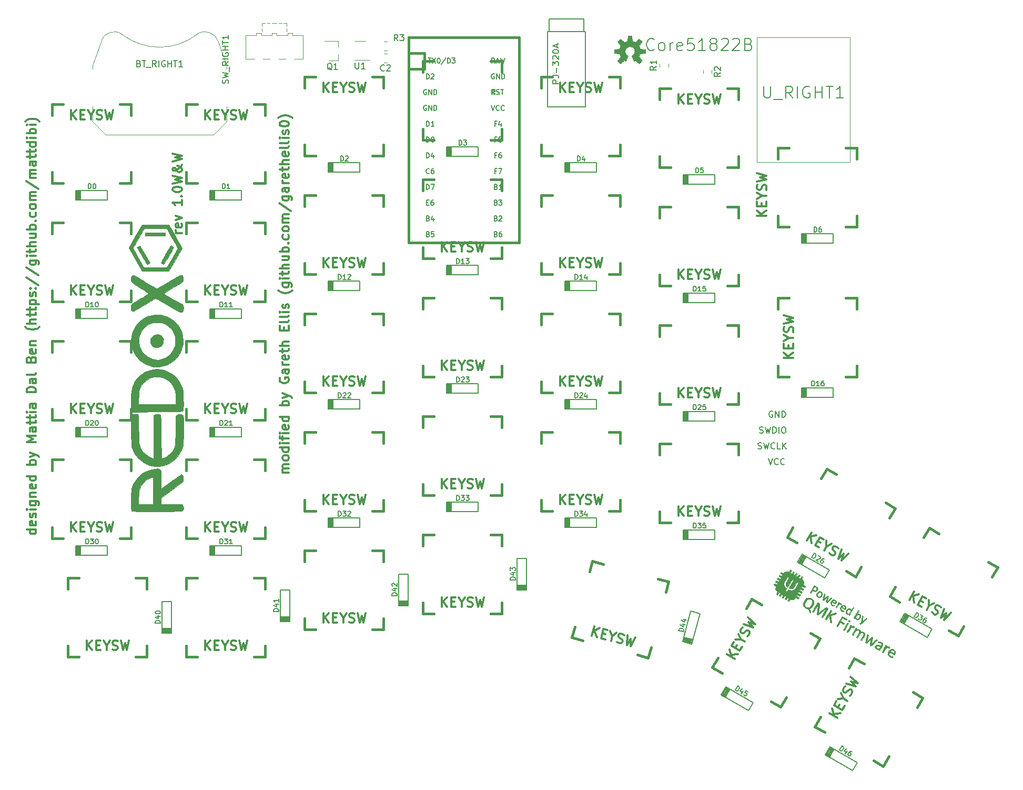
<source format=gto>
G04 #@! TF.GenerationSoftware,KiCad,Pcbnew,5.1.5-52549c5~84~ubuntu18.04.1*
G04 #@! TF.CreationDate,2020-04-02T09:49:11-07:00*
G04 #@! TF.ProjectId,redox_rev1,7265646f-785f-4726-9576-312e6b696361,1.0*
G04 #@! TF.SameCoordinates,Original*
G04 #@! TF.FileFunction,Legend,Top*
G04 #@! TF.FilePolarity,Positive*
%FSLAX46Y46*%
G04 Gerber Fmt 4.6, Leading zero omitted, Abs format (unit mm)*
G04 Created by KiCad (PCBNEW 5.1.5-52549c5~84~ubuntu18.04.1) date 2020-04-02 09:49:11*
%MOMM*%
%LPD*%
G04 APERTURE LIST*
%ADD10C,0.300000*%
%ADD11C,0.200000*%
%ADD12C,0.120000*%
%ADD13C,0.381000*%
%ADD14C,0.100000*%
%ADD15C,0.150000*%
%ADD16C,0.010000*%
%ADD17C,0.304800*%
%ADD18C,0.152400*%
G04 APERTURE END LIST*
D10*
X123182771Y-119544685D02*
X122182771Y-119544685D01*
X122325628Y-119544685D02*
X122254200Y-119473257D01*
X122182771Y-119330400D01*
X122182771Y-119116114D01*
X122254200Y-118973257D01*
X122397057Y-118901828D01*
X123182771Y-118901828D01*
X122397057Y-118901828D02*
X122254200Y-118830400D01*
X122182771Y-118687542D01*
X122182771Y-118473257D01*
X122254200Y-118330400D01*
X122397057Y-118258971D01*
X123182771Y-118258971D01*
X123182771Y-117330400D02*
X123111342Y-117473257D01*
X123039914Y-117544685D01*
X122897057Y-117616114D01*
X122468485Y-117616114D01*
X122325628Y-117544685D01*
X122254200Y-117473257D01*
X122182771Y-117330400D01*
X122182771Y-117116114D01*
X122254200Y-116973257D01*
X122325628Y-116901828D01*
X122468485Y-116830400D01*
X122897057Y-116830400D01*
X123039914Y-116901828D01*
X123111342Y-116973257D01*
X123182771Y-117116114D01*
X123182771Y-117330400D01*
X123182771Y-115544685D02*
X121682771Y-115544685D01*
X123111342Y-115544685D02*
X123182771Y-115687542D01*
X123182771Y-115973257D01*
X123111342Y-116116114D01*
X123039914Y-116187542D01*
X122897057Y-116258971D01*
X122468485Y-116258971D01*
X122325628Y-116187542D01*
X122254200Y-116116114D01*
X122182771Y-115973257D01*
X122182771Y-115687542D01*
X122254200Y-115544685D01*
X123182771Y-114830400D02*
X122182771Y-114830400D01*
X121682771Y-114830400D02*
X121754200Y-114901828D01*
X121825628Y-114830400D01*
X121754200Y-114758971D01*
X121682771Y-114830400D01*
X121825628Y-114830400D01*
X122182771Y-114330400D02*
X122182771Y-113758971D01*
X123182771Y-114116114D02*
X121897057Y-114116114D01*
X121754200Y-114044685D01*
X121682771Y-113901828D01*
X121682771Y-113758971D01*
X123182771Y-113258971D02*
X122182771Y-113258971D01*
X121682771Y-113258971D02*
X121754200Y-113330400D01*
X121825628Y-113258971D01*
X121754200Y-113187542D01*
X121682771Y-113258971D01*
X121825628Y-113258971D01*
X123111342Y-111973257D02*
X123182771Y-112116114D01*
X123182771Y-112401828D01*
X123111342Y-112544685D01*
X122968485Y-112616114D01*
X122397057Y-112616114D01*
X122254200Y-112544685D01*
X122182771Y-112401828D01*
X122182771Y-112116114D01*
X122254200Y-111973257D01*
X122397057Y-111901828D01*
X122539914Y-111901828D01*
X122682771Y-112616114D01*
X123182771Y-110616114D02*
X121682771Y-110616114D01*
X123111342Y-110616114D02*
X123182771Y-110758971D01*
X123182771Y-111044685D01*
X123111342Y-111187542D01*
X123039914Y-111258971D01*
X122897057Y-111330400D01*
X122468485Y-111330400D01*
X122325628Y-111258971D01*
X122254200Y-111187542D01*
X122182771Y-111044685D01*
X122182771Y-110758971D01*
X122254200Y-110616114D01*
X123182771Y-108758971D02*
X121682771Y-108758971D01*
X122254200Y-108758971D02*
X122182771Y-108616114D01*
X122182771Y-108330400D01*
X122254200Y-108187542D01*
X122325628Y-108116114D01*
X122468485Y-108044685D01*
X122897057Y-108044685D01*
X123039914Y-108116114D01*
X123111342Y-108187542D01*
X123182771Y-108330400D01*
X123182771Y-108616114D01*
X123111342Y-108758971D01*
X122182771Y-107544685D02*
X123182771Y-107187542D01*
X122182771Y-106830400D02*
X123182771Y-107187542D01*
X123539914Y-107330400D01*
X123611342Y-107401828D01*
X123682771Y-107544685D01*
X121754200Y-104330400D02*
X121682771Y-104473257D01*
X121682771Y-104687542D01*
X121754200Y-104901828D01*
X121897057Y-105044685D01*
X122039914Y-105116114D01*
X122325628Y-105187542D01*
X122539914Y-105187542D01*
X122825628Y-105116114D01*
X122968485Y-105044685D01*
X123111342Y-104901828D01*
X123182771Y-104687542D01*
X123182771Y-104544685D01*
X123111342Y-104330400D01*
X123039914Y-104258971D01*
X122539914Y-104258971D01*
X122539914Y-104544685D01*
X123182771Y-102973257D02*
X122397057Y-102973257D01*
X122254200Y-103044685D01*
X122182771Y-103187542D01*
X122182771Y-103473257D01*
X122254200Y-103616114D01*
X123111342Y-102973257D02*
X123182771Y-103116114D01*
X123182771Y-103473257D01*
X123111342Y-103616114D01*
X122968485Y-103687542D01*
X122825628Y-103687542D01*
X122682771Y-103616114D01*
X122611342Y-103473257D01*
X122611342Y-103116114D01*
X122539914Y-102973257D01*
X123182771Y-102258971D02*
X122182771Y-102258971D01*
X122468485Y-102258971D02*
X122325628Y-102187542D01*
X122254200Y-102116114D01*
X122182771Y-101973257D01*
X122182771Y-101830400D01*
X123111342Y-100758971D02*
X123182771Y-100901828D01*
X123182771Y-101187542D01*
X123111342Y-101330400D01*
X122968485Y-101401828D01*
X122397057Y-101401828D01*
X122254200Y-101330400D01*
X122182771Y-101187542D01*
X122182771Y-100901828D01*
X122254200Y-100758971D01*
X122397057Y-100687542D01*
X122539914Y-100687542D01*
X122682771Y-101401828D01*
X122182771Y-100258971D02*
X122182771Y-99687542D01*
X121682771Y-100044685D02*
X122968485Y-100044685D01*
X123111342Y-99973257D01*
X123182771Y-99830400D01*
X123182771Y-99687542D01*
X123182771Y-99187542D02*
X121682771Y-99187542D01*
X123182771Y-98544685D02*
X122397057Y-98544685D01*
X122254200Y-98616114D01*
X122182771Y-98758971D01*
X122182771Y-98973257D01*
X122254200Y-99116114D01*
X122325628Y-99187542D01*
X122397057Y-96687542D02*
X122397057Y-96187542D01*
X123182771Y-95973257D02*
X123182771Y-96687542D01*
X121682771Y-96687542D01*
X121682771Y-95973257D01*
X123182771Y-95116114D02*
X123111342Y-95258971D01*
X122968485Y-95330399D01*
X121682771Y-95330399D01*
X123182771Y-94330399D02*
X123111342Y-94473257D01*
X122968485Y-94544685D01*
X121682771Y-94544685D01*
X123182771Y-93758971D02*
X122182771Y-93758971D01*
X121682771Y-93758971D02*
X121754200Y-93830399D01*
X121825628Y-93758971D01*
X121754200Y-93687542D01*
X121682771Y-93758971D01*
X121825628Y-93758971D01*
X123111342Y-93116114D02*
X123182771Y-92973257D01*
X123182771Y-92687542D01*
X123111342Y-92544685D01*
X122968485Y-92473257D01*
X122897057Y-92473257D01*
X122754200Y-92544685D01*
X122682771Y-92687542D01*
X122682771Y-92901828D01*
X122611342Y-93044685D01*
X122468485Y-93116114D01*
X122397057Y-93116114D01*
X122254200Y-93044685D01*
X122182771Y-92901828D01*
X122182771Y-92687542D01*
X122254200Y-92544685D01*
X123754200Y-90258971D02*
X123682771Y-90330400D01*
X123468485Y-90473257D01*
X123325628Y-90544685D01*
X123111342Y-90616114D01*
X122754200Y-90687542D01*
X122468485Y-90687542D01*
X122111342Y-90616114D01*
X121897057Y-90544685D01*
X121754200Y-90473257D01*
X121539914Y-90330400D01*
X121468485Y-90258971D01*
X122182771Y-89044685D02*
X123397057Y-89044685D01*
X123539914Y-89116114D01*
X123611342Y-89187542D01*
X123682771Y-89330400D01*
X123682771Y-89544685D01*
X123611342Y-89687542D01*
X123111342Y-89044685D02*
X123182771Y-89187542D01*
X123182771Y-89473257D01*
X123111342Y-89616114D01*
X123039914Y-89687542D01*
X122897057Y-89758971D01*
X122468485Y-89758971D01*
X122325628Y-89687542D01*
X122254200Y-89616114D01*
X122182771Y-89473257D01*
X122182771Y-89187542D01*
X122254200Y-89044685D01*
X123182771Y-88330399D02*
X122182771Y-88330399D01*
X121682771Y-88330399D02*
X121754200Y-88401828D01*
X121825628Y-88330399D01*
X121754200Y-88258971D01*
X121682771Y-88330399D01*
X121825628Y-88330399D01*
X122182771Y-87830400D02*
X122182771Y-87258971D01*
X121682771Y-87616114D02*
X122968485Y-87616114D01*
X123111342Y-87544685D01*
X123182771Y-87401828D01*
X123182771Y-87258971D01*
X123182771Y-86758971D02*
X121682771Y-86758971D01*
X123182771Y-86116114D02*
X122397057Y-86116114D01*
X122254200Y-86187542D01*
X122182771Y-86330400D01*
X122182771Y-86544685D01*
X122254200Y-86687542D01*
X122325628Y-86758971D01*
X122182771Y-84758971D02*
X123182771Y-84758971D01*
X122182771Y-85401828D02*
X122968485Y-85401828D01*
X123111342Y-85330400D01*
X123182771Y-85187542D01*
X123182771Y-84973257D01*
X123111342Y-84830400D01*
X123039914Y-84758971D01*
X123182771Y-84044685D02*
X121682771Y-84044685D01*
X122254200Y-84044685D02*
X122182771Y-83901828D01*
X122182771Y-83616114D01*
X122254200Y-83473257D01*
X122325628Y-83401828D01*
X122468485Y-83330399D01*
X122897057Y-83330399D01*
X123039914Y-83401828D01*
X123111342Y-83473257D01*
X123182771Y-83616114D01*
X123182771Y-83901828D01*
X123111342Y-84044685D01*
X123039914Y-82687542D02*
X123111342Y-82616114D01*
X123182771Y-82687542D01*
X123111342Y-82758971D01*
X123039914Y-82687542D01*
X123182771Y-82687542D01*
X123111342Y-81330399D02*
X123182771Y-81473257D01*
X123182771Y-81758971D01*
X123111342Y-81901828D01*
X123039914Y-81973257D01*
X122897057Y-82044685D01*
X122468485Y-82044685D01*
X122325628Y-81973257D01*
X122254200Y-81901828D01*
X122182771Y-81758971D01*
X122182771Y-81473257D01*
X122254200Y-81330399D01*
X123182771Y-80473257D02*
X123111342Y-80616114D01*
X123039914Y-80687542D01*
X122897057Y-80758971D01*
X122468485Y-80758971D01*
X122325628Y-80687542D01*
X122254200Y-80616114D01*
X122182771Y-80473257D01*
X122182771Y-80258971D01*
X122254200Y-80116114D01*
X122325628Y-80044685D01*
X122468485Y-79973257D01*
X122897057Y-79973257D01*
X123039914Y-80044685D01*
X123111342Y-80116114D01*
X123182771Y-80258971D01*
X123182771Y-80473257D01*
X123182771Y-79330399D02*
X122182771Y-79330399D01*
X122325628Y-79330399D02*
X122254200Y-79258971D01*
X122182771Y-79116114D01*
X122182771Y-78901828D01*
X122254200Y-78758971D01*
X122397057Y-78687542D01*
X123182771Y-78687542D01*
X122397057Y-78687542D02*
X122254200Y-78616114D01*
X122182771Y-78473257D01*
X122182771Y-78258971D01*
X122254200Y-78116114D01*
X122397057Y-78044685D01*
X123182771Y-78044685D01*
X121611342Y-76258971D02*
X123539914Y-77544685D01*
X122182771Y-75116114D02*
X123397057Y-75116114D01*
X123539914Y-75187542D01*
X123611342Y-75258971D01*
X123682771Y-75401828D01*
X123682771Y-75616114D01*
X123611342Y-75758971D01*
X123111342Y-75116114D02*
X123182771Y-75258971D01*
X123182771Y-75544685D01*
X123111342Y-75687542D01*
X123039914Y-75758971D01*
X122897057Y-75830400D01*
X122468485Y-75830400D01*
X122325628Y-75758971D01*
X122254200Y-75687542D01*
X122182771Y-75544685D01*
X122182771Y-75258971D01*
X122254200Y-75116114D01*
X123182771Y-73758971D02*
X122397057Y-73758971D01*
X122254200Y-73830400D01*
X122182771Y-73973257D01*
X122182771Y-74258971D01*
X122254200Y-74401828D01*
X123111342Y-73758971D02*
X123182771Y-73901828D01*
X123182771Y-74258971D01*
X123111342Y-74401828D01*
X122968485Y-74473257D01*
X122825628Y-74473257D01*
X122682771Y-74401828D01*
X122611342Y-74258971D01*
X122611342Y-73901828D01*
X122539914Y-73758971D01*
X123182771Y-73044685D02*
X122182771Y-73044685D01*
X122468485Y-73044685D02*
X122325628Y-72973257D01*
X122254200Y-72901828D01*
X122182771Y-72758971D01*
X122182771Y-72616114D01*
X123111342Y-71544685D02*
X123182771Y-71687542D01*
X123182771Y-71973257D01*
X123111342Y-72116114D01*
X122968485Y-72187542D01*
X122397057Y-72187542D01*
X122254200Y-72116114D01*
X122182771Y-71973257D01*
X122182771Y-71687542D01*
X122254200Y-71544685D01*
X122397057Y-71473257D01*
X122539914Y-71473257D01*
X122682771Y-72187542D01*
X122182771Y-71044685D02*
X122182771Y-70473257D01*
X121682771Y-70830400D02*
X122968485Y-70830400D01*
X123111342Y-70758971D01*
X123182771Y-70616114D01*
X123182771Y-70473257D01*
X123182771Y-69973257D02*
X121682771Y-69973257D01*
X123182771Y-69330400D02*
X122397057Y-69330400D01*
X122254200Y-69401828D01*
X122182771Y-69544685D01*
X122182771Y-69758971D01*
X122254200Y-69901828D01*
X122325628Y-69973257D01*
X123111342Y-68044685D02*
X123182771Y-68187542D01*
X123182771Y-68473257D01*
X123111342Y-68616114D01*
X122968485Y-68687542D01*
X122397057Y-68687542D01*
X122254200Y-68616114D01*
X122182771Y-68473257D01*
X122182771Y-68187542D01*
X122254200Y-68044685D01*
X122397057Y-67973257D01*
X122539914Y-67973257D01*
X122682771Y-68687542D01*
X123182771Y-67116114D02*
X123111342Y-67258971D01*
X122968485Y-67330400D01*
X121682771Y-67330400D01*
X123182771Y-66330400D02*
X123111342Y-66473257D01*
X122968485Y-66544685D01*
X121682771Y-66544685D01*
X123182771Y-65758971D02*
X122182771Y-65758971D01*
X121682771Y-65758971D02*
X121754200Y-65830400D01*
X121825628Y-65758971D01*
X121754200Y-65687542D01*
X121682771Y-65758971D01*
X121825628Y-65758971D01*
X123111342Y-65116114D02*
X123182771Y-64973257D01*
X123182771Y-64687542D01*
X123111342Y-64544685D01*
X122968485Y-64473257D01*
X122897057Y-64473257D01*
X122754200Y-64544685D01*
X122682771Y-64687542D01*
X122682771Y-64901828D01*
X122611342Y-65044685D01*
X122468485Y-65116114D01*
X122397057Y-65116114D01*
X122254200Y-65044685D01*
X122182771Y-64901828D01*
X122182771Y-64687542D01*
X122254200Y-64544685D01*
X121682771Y-63544685D02*
X121682771Y-63401828D01*
X121754200Y-63258971D01*
X121825628Y-63187542D01*
X121968485Y-63116114D01*
X122254200Y-63044685D01*
X122611342Y-63044685D01*
X122897057Y-63116114D01*
X123039914Y-63187542D01*
X123111342Y-63258971D01*
X123182771Y-63401828D01*
X123182771Y-63544685D01*
X123111342Y-63687542D01*
X123039914Y-63758971D01*
X122897057Y-63830400D01*
X122611342Y-63901828D01*
X122254200Y-63901828D01*
X121968485Y-63830400D01*
X121825628Y-63758971D01*
X121754200Y-63687542D01*
X121682771Y-63544685D01*
X123754200Y-62544685D02*
X123682771Y-62473257D01*
X123468485Y-62330400D01*
X123325628Y-62258971D01*
X123111342Y-62187542D01*
X122754200Y-62116114D01*
X122468485Y-62116114D01*
X122111342Y-62187542D01*
X121897057Y-62258971D01*
X121754200Y-62330400D01*
X121539914Y-62473257D01*
X121468485Y-62544685D01*
D11*
X200377238Y-117308380D02*
X200710571Y-118308380D01*
X201043904Y-117308380D01*
X201948666Y-118213142D02*
X201901047Y-118260761D01*
X201758190Y-118308380D01*
X201662952Y-118308380D01*
X201520095Y-118260761D01*
X201424857Y-118165523D01*
X201377238Y-118070285D01*
X201329619Y-117879809D01*
X201329619Y-117736952D01*
X201377238Y-117546476D01*
X201424857Y-117451238D01*
X201520095Y-117356000D01*
X201662952Y-117308380D01*
X201758190Y-117308380D01*
X201901047Y-117356000D01*
X201948666Y-117403619D01*
X202948666Y-118213142D02*
X202901047Y-118260761D01*
X202758190Y-118308380D01*
X202662952Y-118308380D01*
X202520095Y-118260761D01*
X202424857Y-118165523D01*
X202377238Y-118070285D01*
X202329619Y-117879809D01*
X202329619Y-117736952D01*
X202377238Y-117546476D01*
X202424857Y-117451238D01*
X202520095Y-117356000D01*
X202662952Y-117308380D01*
X202758190Y-117308380D01*
X202901047Y-117356000D01*
X202948666Y-117403619D01*
X198694476Y-115720761D02*
X198837333Y-115768380D01*
X199075428Y-115768380D01*
X199170666Y-115720761D01*
X199218285Y-115673142D01*
X199265904Y-115577904D01*
X199265904Y-115482666D01*
X199218285Y-115387428D01*
X199170666Y-115339809D01*
X199075428Y-115292190D01*
X198884952Y-115244571D01*
X198789714Y-115196952D01*
X198742095Y-115149333D01*
X198694476Y-115054095D01*
X198694476Y-114958857D01*
X198742095Y-114863619D01*
X198789714Y-114816000D01*
X198884952Y-114768380D01*
X199123047Y-114768380D01*
X199265904Y-114816000D01*
X199599238Y-114768380D02*
X199837333Y-115768380D01*
X200027809Y-115054095D01*
X200218285Y-115768380D01*
X200456380Y-114768380D01*
X201408761Y-115673142D02*
X201361142Y-115720761D01*
X201218285Y-115768380D01*
X201123047Y-115768380D01*
X200980190Y-115720761D01*
X200884952Y-115625523D01*
X200837333Y-115530285D01*
X200789714Y-115339809D01*
X200789714Y-115196952D01*
X200837333Y-115006476D01*
X200884952Y-114911238D01*
X200980190Y-114816000D01*
X201123047Y-114768380D01*
X201218285Y-114768380D01*
X201361142Y-114816000D01*
X201408761Y-114863619D01*
X202313523Y-115768380D02*
X201837333Y-115768380D01*
X201837333Y-114768380D01*
X202646857Y-115768380D02*
X202646857Y-114768380D01*
X203218285Y-115768380D02*
X202789714Y-115196952D01*
X203218285Y-114768380D02*
X202646857Y-115339809D01*
X198948476Y-113180761D02*
X199091333Y-113228380D01*
X199329428Y-113228380D01*
X199424666Y-113180761D01*
X199472285Y-113133142D01*
X199519904Y-113037904D01*
X199519904Y-112942666D01*
X199472285Y-112847428D01*
X199424666Y-112799809D01*
X199329428Y-112752190D01*
X199138952Y-112704571D01*
X199043714Y-112656952D01*
X198996095Y-112609333D01*
X198948476Y-112514095D01*
X198948476Y-112418857D01*
X198996095Y-112323619D01*
X199043714Y-112276000D01*
X199138952Y-112228380D01*
X199377047Y-112228380D01*
X199519904Y-112276000D01*
X199853238Y-112228380D02*
X200091333Y-113228380D01*
X200281809Y-112514095D01*
X200472285Y-113228380D01*
X200710380Y-112228380D01*
X201091333Y-113228380D02*
X201091333Y-112228380D01*
X201329428Y-112228380D01*
X201472285Y-112276000D01*
X201567523Y-112371238D01*
X201615142Y-112466476D01*
X201662761Y-112656952D01*
X201662761Y-112799809D01*
X201615142Y-112990285D01*
X201567523Y-113085523D01*
X201472285Y-113180761D01*
X201329428Y-113228380D01*
X201091333Y-113228380D01*
X202091333Y-113228380D02*
X202091333Y-112228380D01*
X202758000Y-112228380D02*
X202948476Y-112228380D01*
X203043714Y-112276000D01*
X203138952Y-112371238D01*
X203186571Y-112561714D01*
X203186571Y-112895047D01*
X203138952Y-113085523D01*
X203043714Y-113180761D01*
X202948476Y-113228380D01*
X202758000Y-113228380D01*
X202662761Y-113180761D01*
X202567523Y-113085523D01*
X202519904Y-112895047D01*
X202519904Y-112561714D01*
X202567523Y-112371238D01*
X202662761Y-112276000D01*
X202758000Y-112228380D01*
X201043904Y-109736000D02*
X200948666Y-109688380D01*
X200805809Y-109688380D01*
X200662952Y-109736000D01*
X200567714Y-109831238D01*
X200520095Y-109926476D01*
X200472476Y-110116952D01*
X200472476Y-110259809D01*
X200520095Y-110450285D01*
X200567714Y-110545523D01*
X200662952Y-110640761D01*
X200805809Y-110688380D01*
X200901047Y-110688380D01*
X201043904Y-110640761D01*
X201091523Y-110593142D01*
X201091523Y-110259809D01*
X200901047Y-110259809D01*
X201520095Y-110688380D02*
X201520095Y-109688380D01*
X202091523Y-110688380D01*
X202091523Y-109688380D01*
X202567714Y-110688380D02*
X202567714Y-109688380D01*
X202805809Y-109688380D01*
X202948666Y-109736000D01*
X203043904Y-109831238D01*
X203091523Y-109926476D01*
X203139142Y-110116952D01*
X203139142Y-110259809D01*
X203091523Y-110450285D01*
X203043904Y-110545523D01*
X202948666Y-110640761D01*
X202805809Y-110688380D01*
X202567714Y-110688380D01*
D10*
X105961571Y-81022828D02*
X104961571Y-81022828D01*
X105247285Y-81022828D02*
X105104428Y-80951400D01*
X105033000Y-80879971D01*
X104961571Y-80737114D01*
X104961571Y-80594257D01*
X105890142Y-79522828D02*
X105961571Y-79665685D01*
X105961571Y-79951400D01*
X105890142Y-80094257D01*
X105747285Y-80165685D01*
X105175857Y-80165685D01*
X105033000Y-80094257D01*
X104961571Y-79951400D01*
X104961571Y-79665685D01*
X105033000Y-79522828D01*
X105175857Y-79451400D01*
X105318714Y-79451400D01*
X105461571Y-80165685D01*
X104961571Y-78951400D02*
X105961571Y-78594257D01*
X104961571Y-78237114D01*
X105961571Y-75737114D02*
X105961571Y-76594257D01*
X105961571Y-76165685D02*
X104461571Y-76165685D01*
X104675857Y-76308542D01*
X104818714Y-76451400D01*
X104890142Y-76594257D01*
X105818714Y-75094257D02*
X105890142Y-75022828D01*
X105961571Y-75094257D01*
X105890142Y-75165685D01*
X105818714Y-75094257D01*
X105961571Y-75094257D01*
X104461571Y-74094257D02*
X104461571Y-73951400D01*
X104533000Y-73808542D01*
X104604428Y-73737114D01*
X104747285Y-73665685D01*
X105033000Y-73594257D01*
X105390142Y-73594257D01*
X105675857Y-73665685D01*
X105818714Y-73737114D01*
X105890142Y-73808542D01*
X105961571Y-73951400D01*
X105961571Y-74094257D01*
X105890142Y-74237114D01*
X105818714Y-74308542D01*
X105675857Y-74379971D01*
X105390142Y-74451400D01*
X105033000Y-74451400D01*
X104747285Y-74379971D01*
X104604428Y-74308542D01*
X104533000Y-74237114D01*
X104461571Y-74094257D01*
X104461571Y-73094257D02*
X105961571Y-72737114D01*
X104890142Y-72451400D01*
X105961571Y-72165685D01*
X104461571Y-71808542D01*
X105961571Y-70022828D02*
X105961571Y-70094257D01*
X105890142Y-70237114D01*
X105675857Y-70451400D01*
X105247285Y-70808542D01*
X105033000Y-70951400D01*
X104818714Y-71022828D01*
X104675857Y-71022828D01*
X104533000Y-70951400D01*
X104461571Y-70808542D01*
X104461571Y-70737114D01*
X104533000Y-70594257D01*
X104675857Y-70522828D01*
X104747285Y-70522828D01*
X104890142Y-70594257D01*
X104961571Y-70665685D01*
X105247285Y-71094257D01*
X105318714Y-71165685D01*
X105461571Y-71237114D01*
X105675857Y-71237114D01*
X105818714Y-71165685D01*
X105890142Y-71094257D01*
X105961571Y-70951400D01*
X105961571Y-70737114D01*
X105890142Y-70594257D01*
X105818714Y-70522828D01*
X105533000Y-70308542D01*
X105318714Y-70237114D01*
X105175857Y-70237114D01*
X104461571Y-69522828D02*
X105961571Y-69165685D01*
X104890142Y-68879971D01*
X105961571Y-68594257D01*
X104461571Y-68237114D01*
X82466571Y-128726285D02*
X80966571Y-128726285D01*
X82395142Y-128726285D02*
X82466571Y-128869142D01*
X82466571Y-129154857D01*
X82395142Y-129297714D01*
X82323714Y-129369142D01*
X82180857Y-129440571D01*
X81752285Y-129440571D01*
X81609428Y-129369142D01*
X81538000Y-129297714D01*
X81466571Y-129154857D01*
X81466571Y-128869142D01*
X81538000Y-128726285D01*
X82395142Y-127440571D02*
X82466571Y-127583428D01*
X82466571Y-127869142D01*
X82395142Y-128012000D01*
X82252285Y-128083428D01*
X81680857Y-128083428D01*
X81538000Y-128012000D01*
X81466571Y-127869142D01*
X81466571Y-127583428D01*
X81538000Y-127440571D01*
X81680857Y-127369142D01*
X81823714Y-127369142D01*
X81966571Y-128083428D01*
X82395142Y-126797714D02*
X82466571Y-126654857D01*
X82466571Y-126369142D01*
X82395142Y-126226285D01*
X82252285Y-126154857D01*
X82180857Y-126154857D01*
X82038000Y-126226285D01*
X81966571Y-126369142D01*
X81966571Y-126583428D01*
X81895142Y-126726285D01*
X81752285Y-126797714D01*
X81680857Y-126797714D01*
X81538000Y-126726285D01*
X81466571Y-126583428D01*
X81466571Y-126369142D01*
X81538000Y-126226285D01*
X82466571Y-125512000D02*
X81466571Y-125512000D01*
X80966571Y-125512000D02*
X81038000Y-125583428D01*
X81109428Y-125512000D01*
X81038000Y-125440571D01*
X80966571Y-125512000D01*
X81109428Y-125512000D01*
X81466571Y-124154857D02*
X82680857Y-124154857D01*
X82823714Y-124226285D01*
X82895142Y-124297714D01*
X82966571Y-124440571D01*
X82966571Y-124654857D01*
X82895142Y-124797714D01*
X82395142Y-124154857D02*
X82466571Y-124297714D01*
X82466571Y-124583428D01*
X82395142Y-124726285D01*
X82323714Y-124797714D01*
X82180857Y-124869142D01*
X81752285Y-124869142D01*
X81609428Y-124797714D01*
X81538000Y-124726285D01*
X81466571Y-124583428D01*
X81466571Y-124297714D01*
X81538000Y-124154857D01*
X81466571Y-123440571D02*
X82466571Y-123440571D01*
X81609428Y-123440571D02*
X81538000Y-123369142D01*
X81466571Y-123226285D01*
X81466571Y-123012000D01*
X81538000Y-122869142D01*
X81680857Y-122797714D01*
X82466571Y-122797714D01*
X82395142Y-121512000D02*
X82466571Y-121654857D01*
X82466571Y-121940571D01*
X82395142Y-122083428D01*
X82252285Y-122154857D01*
X81680857Y-122154857D01*
X81538000Y-122083428D01*
X81466571Y-121940571D01*
X81466571Y-121654857D01*
X81538000Y-121512000D01*
X81680857Y-121440571D01*
X81823714Y-121440571D01*
X81966571Y-122154857D01*
X82466571Y-120154857D02*
X80966571Y-120154857D01*
X82395142Y-120154857D02*
X82466571Y-120297714D01*
X82466571Y-120583428D01*
X82395142Y-120726285D01*
X82323714Y-120797714D01*
X82180857Y-120869142D01*
X81752285Y-120869142D01*
X81609428Y-120797714D01*
X81538000Y-120726285D01*
X81466571Y-120583428D01*
X81466571Y-120297714D01*
X81538000Y-120154857D01*
X82466571Y-118297714D02*
X80966571Y-118297714D01*
X81538000Y-118297714D02*
X81466571Y-118154857D01*
X81466571Y-117869142D01*
X81538000Y-117726285D01*
X81609428Y-117654857D01*
X81752285Y-117583428D01*
X82180857Y-117583428D01*
X82323714Y-117654857D01*
X82395142Y-117726285D01*
X82466571Y-117869142D01*
X82466571Y-118154857D01*
X82395142Y-118297714D01*
X81466571Y-117083428D02*
X82466571Y-116726285D01*
X81466571Y-116369142D02*
X82466571Y-116726285D01*
X82823714Y-116869142D01*
X82895142Y-116940571D01*
X82966571Y-117083428D01*
X82466571Y-114654857D02*
X80966571Y-114654857D01*
X82038000Y-114154857D01*
X80966571Y-113654857D01*
X82466571Y-113654857D01*
X82466571Y-112297714D02*
X81680857Y-112297714D01*
X81538000Y-112369142D01*
X81466571Y-112512000D01*
X81466571Y-112797714D01*
X81538000Y-112940571D01*
X82395142Y-112297714D02*
X82466571Y-112440571D01*
X82466571Y-112797714D01*
X82395142Y-112940571D01*
X82252285Y-113012000D01*
X82109428Y-113012000D01*
X81966571Y-112940571D01*
X81895142Y-112797714D01*
X81895142Y-112440571D01*
X81823714Y-112297714D01*
X81466571Y-111797714D02*
X81466571Y-111226285D01*
X80966571Y-111583428D02*
X82252285Y-111583428D01*
X82395142Y-111512000D01*
X82466571Y-111369142D01*
X82466571Y-111226285D01*
X81466571Y-110940571D02*
X81466571Y-110369142D01*
X80966571Y-110726285D02*
X82252285Y-110726285D01*
X82395142Y-110654857D01*
X82466571Y-110512000D01*
X82466571Y-110369142D01*
X82466571Y-109869142D02*
X81466571Y-109869142D01*
X80966571Y-109869142D02*
X81038000Y-109940571D01*
X81109428Y-109869142D01*
X81038000Y-109797714D01*
X80966571Y-109869142D01*
X81109428Y-109869142D01*
X82466571Y-108512000D02*
X81680857Y-108512000D01*
X81538000Y-108583428D01*
X81466571Y-108726285D01*
X81466571Y-109012000D01*
X81538000Y-109154857D01*
X82395142Y-108512000D02*
X82466571Y-108654857D01*
X82466571Y-109012000D01*
X82395142Y-109154857D01*
X82252285Y-109226285D01*
X82109428Y-109226285D01*
X81966571Y-109154857D01*
X81895142Y-109012000D01*
X81895142Y-108654857D01*
X81823714Y-108512000D01*
X82466571Y-106654857D02*
X80966571Y-106654857D01*
X80966571Y-106297714D01*
X81038000Y-106083428D01*
X81180857Y-105940571D01*
X81323714Y-105869142D01*
X81609428Y-105797714D01*
X81823714Y-105797714D01*
X82109428Y-105869142D01*
X82252285Y-105940571D01*
X82395142Y-106083428D01*
X82466571Y-106297714D01*
X82466571Y-106654857D01*
X82466571Y-104512000D02*
X81680857Y-104512000D01*
X81538000Y-104583428D01*
X81466571Y-104726285D01*
X81466571Y-105012000D01*
X81538000Y-105154857D01*
X82395142Y-104512000D02*
X82466571Y-104654857D01*
X82466571Y-105012000D01*
X82395142Y-105154857D01*
X82252285Y-105226285D01*
X82109428Y-105226285D01*
X81966571Y-105154857D01*
X81895142Y-105012000D01*
X81895142Y-104654857D01*
X81823714Y-104512000D01*
X82466571Y-103583428D02*
X82395142Y-103726285D01*
X82252285Y-103797714D01*
X80966571Y-103797714D01*
X81680857Y-101369142D02*
X81752285Y-101154857D01*
X81823714Y-101083428D01*
X81966571Y-101012000D01*
X82180857Y-101012000D01*
X82323714Y-101083428D01*
X82395142Y-101154857D01*
X82466571Y-101297714D01*
X82466571Y-101869142D01*
X80966571Y-101869142D01*
X80966571Y-101369142D01*
X81038000Y-101226285D01*
X81109428Y-101154857D01*
X81252285Y-101083428D01*
X81395142Y-101083428D01*
X81538000Y-101154857D01*
X81609428Y-101226285D01*
X81680857Y-101369142D01*
X81680857Y-101869142D01*
X82395142Y-99797714D02*
X82466571Y-99940571D01*
X82466571Y-100226285D01*
X82395142Y-100369142D01*
X82252285Y-100440571D01*
X81680857Y-100440571D01*
X81538000Y-100369142D01*
X81466571Y-100226285D01*
X81466571Y-99940571D01*
X81538000Y-99797714D01*
X81680857Y-99726285D01*
X81823714Y-99726285D01*
X81966571Y-100440571D01*
X81466571Y-99083428D02*
X82466571Y-99083428D01*
X81609428Y-99083428D02*
X81538000Y-99012000D01*
X81466571Y-98869142D01*
X81466571Y-98654857D01*
X81538000Y-98512000D01*
X81680857Y-98440571D01*
X82466571Y-98440571D01*
X83038000Y-96154857D02*
X82966571Y-96226285D01*
X82752285Y-96369142D01*
X82609428Y-96440571D01*
X82395142Y-96512000D01*
X82038000Y-96583428D01*
X81752285Y-96583428D01*
X81395142Y-96512000D01*
X81180857Y-96440571D01*
X81038000Y-96369142D01*
X80823714Y-96226285D01*
X80752285Y-96154857D01*
X82466571Y-95583428D02*
X80966571Y-95583428D01*
X82466571Y-94940571D02*
X81680857Y-94940571D01*
X81538000Y-95012000D01*
X81466571Y-95154857D01*
X81466571Y-95369142D01*
X81538000Y-95512000D01*
X81609428Y-95583428D01*
X81466571Y-94440571D02*
X81466571Y-93869142D01*
X80966571Y-94226285D02*
X82252285Y-94226285D01*
X82395142Y-94154857D01*
X82466571Y-94012000D01*
X82466571Y-93869142D01*
X81466571Y-93583428D02*
X81466571Y-93012000D01*
X80966571Y-93369142D02*
X82252285Y-93369142D01*
X82395142Y-93297714D01*
X82466571Y-93154857D01*
X82466571Y-93012000D01*
X81466571Y-92512000D02*
X82966571Y-92512000D01*
X81538000Y-92512000D02*
X81466571Y-92369142D01*
X81466571Y-92083428D01*
X81538000Y-91940571D01*
X81609428Y-91869142D01*
X81752285Y-91797714D01*
X82180857Y-91797714D01*
X82323714Y-91869142D01*
X82395142Y-91940571D01*
X82466571Y-92083428D01*
X82466571Y-92369142D01*
X82395142Y-92512000D01*
X82395142Y-91226285D02*
X82466571Y-91083428D01*
X82466571Y-90797714D01*
X82395142Y-90654857D01*
X82252285Y-90583428D01*
X82180857Y-90583428D01*
X82038000Y-90654857D01*
X81966571Y-90797714D01*
X81966571Y-91012000D01*
X81895142Y-91154857D01*
X81752285Y-91226285D01*
X81680857Y-91226285D01*
X81538000Y-91154857D01*
X81466571Y-91012000D01*
X81466571Y-90797714D01*
X81538000Y-90654857D01*
X82323714Y-89940571D02*
X82395142Y-89869142D01*
X82466571Y-89940571D01*
X82395142Y-90012000D01*
X82323714Y-89940571D01*
X82466571Y-89940571D01*
X81538000Y-89940571D02*
X81609428Y-89869142D01*
X81680857Y-89940571D01*
X81609428Y-90012000D01*
X81538000Y-89940571D01*
X81680857Y-89940571D01*
X80895142Y-88154857D02*
X82823714Y-89440571D01*
X80895142Y-86583428D02*
X82823714Y-87869142D01*
X81466571Y-85440571D02*
X82680857Y-85440571D01*
X82823714Y-85511999D01*
X82895142Y-85583428D01*
X82966571Y-85726285D01*
X82966571Y-85940571D01*
X82895142Y-86083428D01*
X82395142Y-85440571D02*
X82466571Y-85583428D01*
X82466571Y-85869142D01*
X82395142Y-86011999D01*
X82323714Y-86083428D01*
X82180857Y-86154857D01*
X81752285Y-86154857D01*
X81609428Y-86083428D01*
X81538000Y-86011999D01*
X81466571Y-85869142D01*
X81466571Y-85583428D01*
X81538000Y-85440571D01*
X82466571Y-84726285D02*
X81466571Y-84726285D01*
X80966571Y-84726285D02*
X81038000Y-84797714D01*
X81109428Y-84726285D01*
X81038000Y-84654857D01*
X80966571Y-84726285D01*
X81109428Y-84726285D01*
X81466571Y-84226285D02*
X81466571Y-83654857D01*
X80966571Y-84011999D02*
X82252285Y-84011999D01*
X82395142Y-83940571D01*
X82466571Y-83797714D01*
X82466571Y-83654857D01*
X82466571Y-83154857D02*
X80966571Y-83154857D01*
X82466571Y-82511999D02*
X81680857Y-82511999D01*
X81538000Y-82583428D01*
X81466571Y-82726285D01*
X81466571Y-82940571D01*
X81538000Y-83083428D01*
X81609428Y-83154857D01*
X81466571Y-81154857D02*
X82466571Y-81154857D01*
X81466571Y-81797714D02*
X82252285Y-81797714D01*
X82395142Y-81726285D01*
X82466571Y-81583428D01*
X82466571Y-81369142D01*
X82395142Y-81226285D01*
X82323714Y-81154857D01*
X82466571Y-80440571D02*
X80966571Y-80440571D01*
X81538000Y-80440571D02*
X81466571Y-80297714D01*
X81466571Y-80011999D01*
X81538000Y-79869142D01*
X81609428Y-79797714D01*
X81752285Y-79726285D01*
X82180857Y-79726285D01*
X82323714Y-79797714D01*
X82395142Y-79869142D01*
X82466571Y-80011999D01*
X82466571Y-80297714D01*
X82395142Y-80440571D01*
X82323714Y-79083428D02*
X82395142Y-79011999D01*
X82466571Y-79083428D01*
X82395142Y-79154857D01*
X82323714Y-79083428D01*
X82466571Y-79083428D01*
X82395142Y-77726285D02*
X82466571Y-77869142D01*
X82466571Y-78154857D01*
X82395142Y-78297714D01*
X82323714Y-78369142D01*
X82180857Y-78440571D01*
X81752285Y-78440571D01*
X81609428Y-78369142D01*
X81538000Y-78297714D01*
X81466571Y-78154857D01*
X81466571Y-77869142D01*
X81538000Y-77726285D01*
X82466571Y-76869142D02*
X82395142Y-77011999D01*
X82323714Y-77083428D01*
X82180857Y-77154857D01*
X81752285Y-77154857D01*
X81609428Y-77083428D01*
X81538000Y-77011999D01*
X81466571Y-76869142D01*
X81466571Y-76654857D01*
X81538000Y-76511999D01*
X81609428Y-76440571D01*
X81752285Y-76369142D01*
X82180857Y-76369142D01*
X82323714Y-76440571D01*
X82395142Y-76511999D01*
X82466571Y-76654857D01*
X82466571Y-76869142D01*
X82466571Y-75726285D02*
X81466571Y-75726285D01*
X81609428Y-75726285D02*
X81538000Y-75654857D01*
X81466571Y-75511999D01*
X81466571Y-75297714D01*
X81538000Y-75154857D01*
X81680857Y-75083428D01*
X82466571Y-75083428D01*
X81680857Y-75083428D02*
X81538000Y-75011999D01*
X81466571Y-74869142D01*
X81466571Y-74654857D01*
X81538000Y-74511999D01*
X81680857Y-74440571D01*
X82466571Y-74440571D01*
X80895142Y-72654857D02*
X82823714Y-73940571D01*
X82466571Y-72154857D02*
X81466571Y-72154857D01*
X81609428Y-72154857D02*
X81538000Y-72083428D01*
X81466571Y-71940571D01*
X81466571Y-71726285D01*
X81538000Y-71583428D01*
X81680857Y-71511999D01*
X82466571Y-71511999D01*
X81680857Y-71511999D02*
X81538000Y-71440571D01*
X81466571Y-71297714D01*
X81466571Y-71083428D01*
X81538000Y-70940571D01*
X81680857Y-70869142D01*
X82466571Y-70869142D01*
X82466571Y-69511999D02*
X81680857Y-69511999D01*
X81538000Y-69583428D01*
X81466571Y-69726285D01*
X81466571Y-70011999D01*
X81538000Y-70154857D01*
X82395142Y-69511999D02*
X82466571Y-69654857D01*
X82466571Y-70011999D01*
X82395142Y-70154857D01*
X82252285Y-70226285D01*
X82109428Y-70226285D01*
X81966571Y-70154857D01*
X81895142Y-70011999D01*
X81895142Y-69654857D01*
X81823714Y-69511999D01*
X81466571Y-69011999D02*
X81466571Y-68440571D01*
X80966571Y-68797714D02*
X82252285Y-68797714D01*
X82395142Y-68726285D01*
X82466571Y-68583428D01*
X82466571Y-68440571D01*
X81466571Y-68154857D02*
X81466571Y-67583428D01*
X80966571Y-67940571D02*
X82252285Y-67940571D01*
X82395142Y-67869142D01*
X82466571Y-67726285D01*
X82466571Y-67583428D01*
X82466571Y-66440571D02*
X80966571Y-66440571D01*
X82395142Y-66440571D02*
X82466571Y-66583428D01*
X82466571Y-66869142D01*
X82395142Y-67011999D01*
X82323714Y-67083428D01*
X82180857Y-67154857D01*
X81752285Y-67154857D01*
X81609428Y-67083428D01*
X81538000Y-67011999D01*
X81466571Y-66869142D01*
X81466571Y-66583428D01*
X81538000Y-66440571D01*
X82466571Y-65726285D02*
X81466571Y-65726285D01*
X80966571Y-65726285D02*
X81038000Y-65797714D01*
X81109428Y-65726285D01*
X81038000Y-65654857D01*
X80966571Y-65726285D01*
X81109428Y-65726285D01*
X82466571Y-65011999D02*
X80966571Y-65011999D01*
X81538000Y-65011999D02*
X81466571Y-64869142D01*
X81466571Y-64583428D01*
X81538000Y-64440571D01*
X81609428Y-64369142D01*
X81752285Y-64297714D01*
X82180857Y-64297714D01*
X82323714Y-64369142D01*
X82395142Y-64440571D01*
X82466571Y-64583428D01*
X82466571Y-64869142D01*
X82395142Y-65011999D01*
X82466571Y-63654857D02*
X81466571Y-63654857D01*
X80966571Y-63654857D02*
X81038000Y-63726285D01*
X81109428Y-63654857D01*
X81038000Y-63583428D01*
X80966571Y-63654857D01*
X81109428Y-63654857D01*
X83038000Y-63083428D02*
X82966571Y-63011999D01*
X82752285Y-62869142D01*
X82609428Y-62797714D01*
X82395142Y-62726285D01*
X82038000Y-62654857D01*
X81752285Y-62654857D01*
X81395142Y-62726285D01*
X81180857Y-62797714D01*
X81038000Y-62869142D01*
X80823714Y-63011999D01*
X80752285Y-63083428D01*
D12*
X138450688Y-51647160D02*
X138973192Y-51647160D01*
X138450688Y-50227160D02*
X138973192Y-50227160D01*
D13*
X127508000Y-55880000D02*
X125730000Y-55880000D01*
X138430000Y-68580000D02*
X136652000Y-68580000D01*
X127508000Y-68580000D02*
X125730000Y-68580000D01*
X125730000Y-68580000D02*
X125730000Y-66802000D01*
X125730000Y-57658000D02*
X125730000Y-55880000D01*
X125730000Y-55880000D02*
X127508000Y-55880000D01*
X136652000Y-55880000D02*
X138430000Y-55880000D01*
X138430000Y-55880000D02*
X138430000Y-57658000D01*
X138430000Y-66802000D02*
X138430000Y-68580000D01*
D14*
X198495920Y-49596040D02*
X198495920Y-69596000D01*
X213492080Y-49596040D02*
X198495920Y-49596040D01*
X213492080Y-69596000D02*
X213492080Y-49596040D01*
X198495920Y-69596000D02*
X213492080Y-69596000D01*
D15*
X89662000Y-74168000D02*
X89662000Y-75692000D01*
X89535000Y-74168000D02*
X89535000Y-75692000D01*
X89408000Y-75692000D02*
X89408000Y-74168000D01*
X89027000Y-74168000D02*
X89027000Y-75692000D01*
X89154000Y-75692000D02*
X89154000Y-74168000D01*
X89281000Y-74168000D02*
X89281000Y-75692000D01*
X93980000Y-74168000D02*
X93472000Y-74168000D01*
X93980000Y-75692000D02*
X93980000Y-74168000D01*
X88900000Y-75692000D02*
X93980000Y-75692000D01*
X88900000Y-74168000D02*
X88900000Y-75692000D01*
X93980000Y-74168000D02*
X88900000Y-74168000D01*
X111252000Y-74168000D02*
X111252000Y-75692000D01*
X111125000Y-74168000D02*
X111125000Y-75692000D01*
X110998000Y-75692000D02*
X110998000Y-74168000D01*
X110617000Y-74168000D02*
X110617000Y-75692000D01*
X110744000Y-75692000D02*
X110744000Y-74168000D01*
X110871000Y-74168000D02*
X110871000Y-75692000D01*
X115570000Y-74168000D02*
X115062000Y-74168000D01*
X115570000Y-75692000D02*
X115570000Y-74168000D01*
X110490000Y-75692000D02*
X115570000Y-75692000D01*
X110490000Y-74168000D02*
X110490000Y-75692000D01*
X115570000Y-74168000D02*
X110490000Y-74168000D01*
X130302000Y-69723000D02*
X130302000Y-71247000D01*
X130175000Y-69723000D02*
X130175000Y-71247000D01*
X130048000Y-71247000D02*
X130048000Y-69723000D01*
X129667000Y-69723000D02*
X129667000Y-71247000D01*
X129794000Y-71247000D02*
X129794000Y-69723000D01*
X129921000Y-69723000D02*
X129921000Y-71247000D01*
X134620000Y-69723000D02*
X134112000Y-69723000D01*
X134620000Y-71247000D02*
X134620000Y-69723000D01*
X129540000Y-71247000D02*
X134620000Y-71247000D01*
X129540000Y-69723000D02*
X129540000Y-71247000D01*
X134620000Y-69723000D02*
X129540000Y-69723000D01*
X149352000Y-67183000D02*
X149352000Y-68707000D01*
X149225000Y-67183000D02*
X149225000Y-68707000D01*
X149098000Y-68707000D02*
X149098000Y-67183000D01*
X148717000Y-67183000D02*
X148717000Y-68707000D01*
X148844000Y-68707000D02*
X148844000Y-67183000D01*
X148971000Y-67183000D02*
X148971000Y-68707000D01*
X153670000Y-67183000D02*
X153162000Y-67183000D01*
X153670000Y-68707000D02*
X153670000Y-67183000D01*
X148590000Y-68707000D02*
X153670000Y-68707000D01*
X148590000Y-67183000D02*
X148590000Y-68707000D01*
X153670000Y-67183000D02*
X148590000Y-67183000D01*
X168402000Y-69723000D02*
X168402000Y-71247000D01*
X168275000Y-69723000D02*
X168275000Y-71247000D01*
X168148000Y-71247000D02*
X168148000Y-69723000D01*
X167767000Y-69723000D02*
X167767000Y-71247000D01*
X167894000Y-71247000D02*
X167894000Y-69723000D01*
X168021000Y-69723000D02*
X168021000Y-71247000D01*
X172720000Y-69723000D02*
X172212000Y-69723000D01*
X172720000Y-71247000D02*
X172720000Y-69723000D01*
X167640000Y-71247000D02*
X172720000Y-71247000D01*
X167640000Y-69723000D02*
X167640000Y-71247000D01*
X172720000Y-69723000D02*
X167640000Y-69723000D01*
X187452000Y-71628000D02*
X187452000Y-73152000D01*
X187325000Y-71628000D02*
X187325000Y-73152000D01*
X187198000Y-73152000D02*
X187198000Y-71628000D01*
X186817000Y-71628000D02*
X186817000Y-73152000D01*
X186944000Y-73152000D02*
X186944000Y-71628000D01*
X187071000Y-71628000D02*
X187071000Y-73152000D01*
X191770000Y-71628000D02*
X191262000Y-71628000D01*
X191770000Y-73152000D02*
X191770000Y-71628000D01*
X186690000Y-73152000D02*
X191770000Y-73152000D01*
X186690000Y-71628000D02*
X186690000Y-73152000D01*
X191770000Y-71628000D02*
X186690000Y-71628000D01*
X206502000Y-81153000D02*
X206502000Y-82677000D01*
X206375000Y-81153000D02*
X206375000Y-82677000D01*
X206248000Y-82677000D02*
X206248000Y-81153000D01*
X205867000Y-81153000D02*
X205867000Y-82677000D01*
X205994000Y-82677000D02*
X205994000Y-81153000D01*
X206121000Y-81153000D02*
X206121000Y-82677000D01*
X210820000Y-81153000D02*
X210312000Y-81153000D01*
X210820000Y-82677000D02*
X210820000Y-81153000D01*
X205740000Y-82677000D02*
X210820000Y-82677000D01*
X205740000Y-81153000D02*
X205740000Y-82677000D01*
X210820000Y-81153000D02*
X205740000Y-81153000D01*
X89662000Y-93218000D02*
X89662000Y-94742000D01*
X89535000Y-93218000D02*
X89535000Y-94742000D01*
X89408000Y-94742000D02*
X89408000Y-93218000D01*
X89027000Y-93218000D02*
X89027000Y-94742000D01*
X89154000Y-94742000D02*
X89154000Y-93218000D01*
X89281000Y-93218000D02*
X89281000Y-94742000D01*
X93980000Y-93218000D02*
X93472000Y-93218000D01*
X93980000Y-94742000D02*
X93980000Y-93218000D01*
X88900000Y-94742000D02*
X93980000Y-94742000D01*
X88900000Y-93218000D02*
X88900000Y-94742000D01*
X93980000Y-93218000D02*
X88900000Y-93218000D01*
X111252000Y-93218000D02*
X111252000Y-94742000D01*
X111125000Y-93218000D02*
X111125000Y-94742000D01*
X110998000Y-94742000D02*
X110998000Y-93218000D01*
X110617000Y-93218000D02*
X110617000Y-94742000D01*
X110744000Y-94742000D02*
X110744000Y-93218000D01*
X110871000Y-93218000D02*
X110871000Y-94742000D01*
X115570000Y-93218000D02*
X115062000Y-93218000D01*
X115570000Y-94742000D02*
X115570000Y-93218000D01*
X110490000Y-94742000D02*
X115570000Y-94742000D01*
X110490000Y-93218000D02*
X110490000Y-94742000D01*
X115570000Y-93218000D02*
X110490000Y-93218000D01*
X130302000Y-88773000D02*
X130302000Y-90297000D01*
X130175000Y-88773000D02*
X130175000Y-90297000D01*
X130048000Y-90297000D02*
X130048000Y-88773000D01*
X129667000Y-88773000D02*
X129667000Y-90297000D01*
X129794000Y-90297000D02*
X129794000Y-88773000D01*
X129921000Y-88773000D02*
X129921000Y-90297000D01*
X134620000Y-88773000D02*
X134112000Y-88773000D01*
X134620000Y-90297000D02*
X134620000Y-88773000D01*
X129540000Y-90297000D02*
X134620000Y-90297000D01*
X129540000Y-88773000D02*
X129540000Y-90297000D01*
X134620000Y-88773000D02*
X129540000Y-88773000D01*
X149352000Y-86233000D02*
X149352000Y-87757000D01*
X149225000Y-86233000D02*
X149225000Y-87757000D01*
X149098000Y-87757000D02*
X149098000Y-86233000D01*
X148717000Y-86233000D02*
X148717000Y-87757000D01*
X148844000Y-87757000D02*
X148844000Y-86233000D01*
X148971000Y-86233000D02*
X148971000Y-87757000D01*
X153670000Y-86233000D02*
X153162000Y-86233000D01*
X153670000Y-87757000D02*
X153670000Y-86233000D01*
X148590000Y-87757000D02*
X153670000Y-87757000D01*
X148590000Y-86233000D02*
X148590000Y-87757000D01*
X153670000Y-86233000D02*
X148590000Y-86233000D01*
X168402000Y-88773000D02*
X168402000Y-90297000D01*
X168275000Y-88773000D02*
X168275000Y-90297000D01*
X168148000Y-90297000D02*
X168148000Y-88773000D01*
X167767000Y-88773000D02*
X167767000Y-90297000D01*
X167894000Y-90297000D02*
X167894000Y-88773000D01*
X168021000Y-88773000D02*
X168021000Y-90297000D01*
X172720000Y-88773000D02*
X172212000Y-88773000D01*
X172720000Y-90297000D02*
X172720000Y-88773000D01*
X167640000Y-90297000D02*
X172720000Y-90297000D01*
X167640000Y-88773000D02*
X167640000Y-90297000D01*
X172720000Y-88773000D02*
X167640000Y-88773000D01*
X187452000Y-90678000D02*
X187452000Y-92202000D01*
X187325000Y-90678000D02*
X187325000Y-92202000D01*
X187198000Y-92202000D02*
X187198000Y-90678000D01*
X186817000Y-90678000D02*
X186817000Y-92202000D01*
X186944000Y-92202000D02*
X186944000Y-90678000D01*
X187071000Y-90678000D02*
X187071000Y-92202000D01*
X191770000Y-90678000D02*
X191262000Y-90678000D01*
X191770000Y-92202000D02*
X191770000Y-90678000D01*
X186690000Y-92202000D02*
X191770000Y-92202000D01*
X186690000Y-90678000D02*
X186690000Y-92202000D01*
X191770000Y-90678000D02*
X186690000Y-90678000D01*
X206502000Y-105918000D02*
X206502000Y-107442000D01*
X206375000Y-105918000D02*
X206375000Y-107442000D01*
X206248000Y-107442000D02*
X206248000Y-105918000D01*
X205867000Y-105918000D02*
X205867000Y-107442000D01*
X205994000Y-107442000D02*
X205994000Y-105918000D01*
X206121000Y-105918000D02*
X206121000Y-107442000D01*
X210820000Y-105918000D02*
X210312000Y-105918000D01*
X210820000Y-107442000D02*
X210820000Y-105918000D01*
X205740000Y-107442000D02*
X210820000Y-107442000D01*
X205740000Y-105918000D02*
X205740000Y-107442000D01*
X210820000Y-105918000D02*
X205740000Y-105918000D01*
X89662000Y-112268000D02*
X89662000Y-113792000D01*
X89535000Y-112268000D02*
X89535000Y-113792000D01*
X89408000Y-113792000D02*
X89408000Y-112268000D01*
X89027000Y-112268000D02*
X89027000Y-113792000D01*
X89154000Y-113792000D02*
X89154000Y-112268000D01*
X89281000Y-112268000D02*
X89281000Y-113792000D01*
X93980000Y-112268000D02*
X93472000Y-112268000D01*
X93980000Y-113792000D02*
X93980000Y-112268000D01*
X88900000Y-113792000D02*
X93980000Y-113792000D01*
X88900000Y-112268000D02*
X88900000Y-113792000D01*
X93980000Y-112268000D02*
X88900000Y-112268000D01*
X111252000Y-112268000D02*
X111252000Y-113792000D01*
X111125000Y-112268000D02*
X111125000Y-113792000D01*
X110998000Y-113792000D02*
X110998000Y-112268000D01*
X110617000Y-112268000D02*
X110617000Y-113792000D01*
X110744000Y-113792000D02*
X110744000Y-112268000D01*
X110871000Y-112268000D02*
X110871000Y-113792000D01*
X115570000Y-112268000D02*
X115062000Y-112268000D01*
X115570000Y-113792000D02*
X115570000Y-112268000D01*
X110490000Y-113792000D02*
X115570000Y-113792000D01*
X110490000Y-112268000D02*
X110490000Y-113792000D01*
X115570000Y-112268000D02*
X110490000Y-112268000D01*
X130302000Y-107823000D02*
X130302000Y-109347000D01*
X130175000Y-107823000D02*
X130175000Y-109347000D01*
X130048000Y-109347000D02*
X130048000Y-107823000D01*
X129667000Y-107823000D02*
X129667000Y-109347000D01*
X129794000Y-109347000D02*
X129794000Y-107823000D01*
X129921000Y-107823000D02*
X129921000Y-109347000D01*
X134620000Y-107823000D02*
X134112000Y-107823000D01*
X134620000Y-109347000D02*
X134620000Y-107823000D01*
X129540000Y-109347000D02*
X134620000Y-109347000D01*
X129540000Y-107823000D02*
X129540000Y-109347000D01*
X134620000Y-107823000D02*
X129540000Y-107823000D01*
X149352000Y-105283000D02*
X149352000Y-106807000D01*
X149225000Y-105283000D02*
X149225000Y-106807000D01*
X149098000Y-106807000D02*
X149098000Y-105283000D01*
X148717000Y-105283000D02*
X148717000Y-106807000D01*
X148844000Y-106807000D02*
X148844000Y-105283000D01*
X148971000Y-105283000D02*
X148971000Y-106807000D01*
X153670000Y-105283000D02*
X153162000Y-105283000D01*
X153670000Y-106807000D02*
X153670000Y-105283000D01*
X148590000Y-106807000D02*
X153670000Y-106807000D01*
X148590000Y-105283000D02*
X148590000Y-106807000D01*
X153670000Y-105283000D02*
X148590000Y-105283000D01*
X168402000Y-107823000D02*
X168402000Y-109347000D01*
X168275000Y-107823000D02*
X168275000Y-109347000D01*
X168148000Y-109347000D02*
X168148000Y-107823000D01*
X167767000Y-107823000D02*
X167767000Y-109347000D01*
X167894000Y-109347000D02*
X167894000Y-107823000D01*
X168021000Y-107823000D02*
X168021000Y-109347000D01*
X172720000Y-107823000D02*
X172212000Y-107823000D01*
X172720000Y-109347000D02*
X172720000Y-107823000D01*
X167640000Y-109347000D02*
X172720000Y-109347000D01*
X167640000Y-107823000D02*
X167640000Y-109347000D01*
X172720000Y-107823000D02*
X167640000Y-107823000D01*
X187452000Y-109728000D02*
X187452000Y-111252000D01*
X187325000Y-109728000D02*
X187325000Y-111252000D01*
X187198000Y-111252000D02*
X187198000Y-109728000D01*
X186817000Y-109728000D02*
X186817000Y-111252000D01*
X186944000Y-111252000D02*
X186944000Y-109728000D01*
X187071000Y-109728000D02*
X187071000Y-111252000D01*
X191770000Y-109728000D02*
X191262000Y-109728000D01*
X191770000Y-111252000D02*
X191770000Y-109728000D01*
X186690000Y-111252000D02*
X191770000Y-111252000D01*
X186690000Y-109728000D02*
X186690000Y-111252000D01*
X191770000Y-109728000D02*
X186690000Y-109728000D01*
X206486207Y-133071089D02*
X205724207Y-134390911D01*
X206376222Y-133007589D02*
X205614222Y-134327411D01*
X205504236Y-134263911D02*
X206266236Y-132944089D01*
X205936281Y-132753589D02*
X205174281Y-134073411D01*
X205284266Y-134136911D02*
X206046266Y-132817089D01*
X206156251Y-132880589D02*
X205394251Y-134200411D01*
X210225705Y-135230089D02*
X209785764Y-134976089D01*
X209463705Y-136549911D02*
X210225705Y-135230089D01*
X205064295Y-134009911D02*
X209463705Y-136549911D01*
X205826295Y-132690089D02*
X205064295Y-134009911D01*
X210225705Y-135230089D02*
X205826295Y-132690089D01*
X89662000Y-131318000D02*
X89662000Y-132842000D01*
X89535000Y-131318000D02*
X89535000Y-132842000D01*
X89408000Y-132842000D02*
X89408000Y-131318000D01*
X89027000Y-131318000D02*
X89027000Y-132842000D01*
X89154000Y-132842000D02*
X89154000Y-131318000D01*
X89281000Y-131318000D02*
X89281000Y-132842000D01*
X93980000Y-131318000D02*
X93472000Y-131318000D01*
X93980000Y-132842000D02*
X93980000Y-131318000D01*
X88900000Y-132842000D02*
X93980000Y-132842000D01*
X88900000Y-131318000D02*
X88900000Y-132842000D01*
X93980000Y-131318000D02*
X88900000Y-131318000D01*
X111252000Y-131318000D02*
X111252000Y-132842000D01*
X111125000Y-131318000D02*
X111125000Y-132842000D01*
X110998000Y-132842000D02*
X110998000Y-131318000D01*
X110617000Y-131318000D02*
X110617000Y-132842000D01*
X110744000Y-132842000D02*
X110744000Y-131318000D01*
X110871000Y-131318000D02*
X110871000Y-132842000D01*
X115570000Y-131318000D02*
X115062000Y-131318000D01*
X115570000Y-132842000D02*
X115570000Y-131318000D01*
X110490000Y-132842000D02*
X115570000Y-132842000D01*
X110490000Y-131318000D02*
X110490000Y-132842000D01*
X115570000Y-131318000D02*
X110490000Y-131318000D01*
X130302000Y-126873000D02*
X130302000Y-128397000D01*
X130175000Y-126873000D02*
X130175000Y-128397000D01*
X130048000Y-128397000D02*
X130048000Y-126873000D01*
X129667000Y-126873000D02*
X129667000Y-128397000D01*
X129794000Y-128397000D02*
X129794000Y-126873000D01*
X129921000Y-126873000D02*
X129921000Y-128397000D01*
X134620000Y-126873000D02*
X134112000Y-126873000D01*
X134620000Y-128397000D02*
X134620000Y-126873000D01*
X129540000Y-128397000D02*
X134620000Y-128397000D01*
X129540000Y-126873000D02*
X129540000Y-128397000D01*
X134620000Y-126873000D02*
X129540000Y-126873000D01*
X149352000Y-124333000D02*
X149352000Y-125857000D01*
X149225000Y-124333000D02*
X149225000Y-125857000D01*
X149098000Y-125857000D02*
X149098000Y-124333000D01*
X148717000Y-124333000D02*
X148717000Y-125857000D01*
X148844000Y-125857000D02*
X148844000Y-124333000D01*
X148971000Y-124333000D02*
X148971000Y-125857000D01*
X153670000Y-124333000D02*
X153162000Y-124333000D01*
X153670000Y-125857000D02*
X153670000Y-124333000D01*
X148590000Y-125857000D02*
X153670000Y-125857000D01*
X148590000Y-124333000D02*
X148590000Y-125857000D01*
X153670000Y-124333000D02*
X148590000Y-124333000D01*
X168402000Y-126873000D02*
X168402000Y-128397000D01*
X168275000Y-126873000D02*
X168275000Y-128397000D01*
X168148000Y-128397000D02*
X168148000Y-126873000D01*
X167767000Y-126873000D02*
X167767000Y-128397000D01*
X167894000Y-128397000D02*
X167894000Y-126873000D01*
X168021000Y-126873000D02*
X168021000Y-128397000D01*
X172720000Y-126873000D02*
X172212000Y-126873000D01*
X172720000Y-128397000D02*
X172720000Y-126873000D01*
X167640000Y-128397000D02*
X172720000Y-128397000D01*
X167640000Y-126873000D02*
X167640000Y-128397000D01*
X172720000Y-126873000D02*
X167640000Y-126873000D01*
X187452000Y-128778000D02*
X187452000Y-130302000D01*
X187325000Y-128778000D02*
X187325000Y-130302000D01*
X187198000Y-130302000D02*
X187198000Y-128778000D01*
X186817000Y-128778000D02*
X186817000Y-130302000D01*
X186944000Y-130302000D02*
X186944000Y-128778000D01*
X187071000Y-128778000D02*
X187071000Y-130302000D01*
X191770000Y-128778000D02*
X191262000Y-128778000D01*
X191770000Y-130302000D02*
X191770000Y-128778000D01*
X186690000Y-130302000D02*
X191770000Y-130302000D01*
X186690000Y-128778000D02*
X186690000Y-130302000D01*
X191770000Y-128778000D02*
X186690000Y-128778000D01*
X222996207Y-142596089D02*
X222234207Y-143915911D01*
X222886222Y-142532589D02*
X222124222Y-143852411D01*
X222014236Y-143788911D02*
X222776236Y-142469089D01*
X222446281Y-142278589D02*
X221684281Y-143598411D01*
X221794266Y-143661911D02*
X222556266Y-142342089D01*
X222666251Y-142405589D02*
X221904251Y-143725411D01*
X226735705Y-144755089D02*
X226295764Y-144501089D01*
X225973705Y-146074911D02*
X226735705Y-144755089D01*
X221574295Y-143534911D02*
X225973705Y-146074911D01*
X222336295Y-142215089D02*
X221574295Y-143534911D01*
X226735705Y-144755089D02*
X222336295Y-142215089D01*
X102743000Y-144653000D02*
X104267000Y-144653000D01*
X102743000Y-144780000D02*
X104267000Y-144780000D01*
X104267000Y-144907000D02*
X102743000Y-144907000D01*
X102743000Y-145288000D02*
X104267000Y-145288000D01*
X104267000Y-145161000D02*
X102743000Y-145161000D01*
X102743000Y-145034000D02*
X104267000Y-145034000D01*
X102743000Y-140335000D02*
X102743000Y-140843000D01*
X104267000Y-140335000D02*
X102743000Y-140335000D01*
X104267000Y-145415000D02*
X104267000Y-140335000D01*
X102743000Y-145415000D02*
X104267000Y-145415000D01*
X102743000Y-140335000D02*
X102743000Y-145415000D01*
X121793000Y-142748000D02*
X123317000Y-142748000D01*
X121793000Y-142875000D02*
X123317000Y-142875000D01*
X123317000Y-143002000D02*
X121793000Y-143002000D01*
X121793000Y-143383000D02*
X123317000Y-143383000D01*
X123317000Y-143256000D02*
X121793000Y-143256000D01*
X121793000Y-143129000D02*
X123317000Y-143129000D01*
X121793000Y-138430000D02*
X121793000Y-138938000D01*
X123317000Y-138430000D02*
X121793000Y-138430000D01*
X123317000Y-143510000D02*
X123317000Y-138430000D01*
X121793000Y-143510000D02*
X123317000Y-143510000D01*
X121793000Y-138430000D02*
X121793000Y-143510000D01*
X140843000Y-140208000D02*
X142367000Y-140208000D01*
X140843000Y-140335000D02*
X142367000Y-140335000D01*
X142367000Y-140462000D02*
X140843000Y-140462000D01*
X140843000Y-140843000D02*
X142367000Y-140843000D01*
X142367000Y-140716000D02*
X140843000Y-140716000D01*
X140843000Y-140589000D02*
X142367000Y-140589000D01*
X140843000Y-135890000D02*
X140843000Y-136398000D01*
X142367000Y-135890000D02*
X140843000Y-135890000D01*
X142367000Y-140970000D02*
X142367000Y-135890000D01*
X140843000Y-140970000D02*
X142367000Y-140970000D01*
X140843000Y-135890000D02*
X140843000Y-140970000D01*
X159893000Y-137668000D02*
X161417000Y-137668000D01*
X159893000Y-137795000D02*
X161417000Y-137795000D01*
X161417000Y-137922000D02*
X159893000Y-137922000D01*
X159893000Y-138303000D02*
X161417000Y-138303000D01*
X161417000Y-138176000D02*
X159893000Y-138176000D01*
X159893000Y-138049000D02*
X161417000Y-138049000D01*
X159893000Y-133350000D02*
X159893000Y-133858000D01*
X161417000Y-133350000D02*
X159893000Y-133350000D01*
X161417000Y-138430000D02*
X161417000Y-133350000D01*
X159893000Y-138430000D02*
X161417000Y-138430000D01*
X159893000Y-133350000D02*
X159893000Y-138430000D01*
X186763784Y-146046196D02*
X188235855Y-146440636D01*
X186730914Y-146168869D02*
X188202985Y-146563309D01*
X188170115Y-146685981D02*
X186698044Y-146291541D01*
X186599434Y-146659559D02*
X188071505Y-147053999D01*
X188104375Y-146931327D02*
X186632304Y-146536886D01*
X186665174Y-146414214D02*
X188137245Y-146808654D01*
X187881365Y-141875328D02*
X187749885Y-142366019D01*
X189353436Y-142269769D02*
X187881365Y-141875328D01*
X188038635Y-147176672D02*
X189353436Y-142269769D01*
X186566564Y-146782231D02*
X188038635Y-147176672D01*
X187881365Y-141875328D02*
X186566564Y-146782231D01*
X194167207Y-154407089D02*
X193405207Y-155726911D01*
X194057222Y-154343589D02*
X193295222Y-155663411D01*
X193185236Y-155599911D02*
X193947236Y-154280089D01*
X193617281Y-154089589D02*
X192855281Y-155409411D01*
X192965266Y-155472911D02*
X193727266Y-154153089D01*
X193837251Y-154216589D02*
X193075251Y-155536411D01*
X197906705Y-156566089D02*
X197466764Y-156312089D01*
X197144705Y-157885911D02*
X197906705Y-156566089D01*
X192745295Y-155345911D02*
X197144705Y-157885911D01*
X193507295Y-154026089D02*
X192745295Y-155345911D01*
X197906705Y-156566089D02*
X193507295Y-154026089D01*
X210931207Y-164059089D02*
X210169207Y-165378911D01*
X210821222Y-163995589D02*
X210059222Y-165315411D01*
X209949236Y-165251911D02*
X210711236Y-163932089D01*
X210381281Y-163741589D02*
X209619281Y-165061411D01*
X209729266Y-165124911D02*
X210491266Y-163805089D01*
X210601251Y-163868589D02*
X209839251Y-165188411D01*
X214670705Y-166218089D02*
X214230764Y-165964089D01*
X213908705Y-167537911D02*
X214670705Y-166218089D01*
X209509295Y-164997911D02*
X213908705Y-167537911D01*
X210271295Y-163678089D02*
X209509295Y-164997911D01*
X214670705Y-166218089D02*
X210271295Y-163678089D01*
D16*
G36*
X97752086Y-123845944D02*
G01*
X97764423Y-123413930D01*
X97784149Y-123008610D01*
X97811065Y-122652855D01*
X97844974Y-122369534D01*
X97874583Y-122219453D01*
X98130378Y-121486495D01*
X98490616Y-120832264D01*
X98946946Y-120263731D01*
X99491016Y-119787867D01*
X100114475Y-119411644D01*
X100808970Y-119142032D01*
X101566151Y-118986002D01*
X101773661Y-118964785D01*
X102027020Y-118947804D01*
X102187587Y-118953370D01*
X102295487Y-118989751D01*
X102390847Y-119065216D01*
X102425371Y-119099073D01*
X102598621Y-119272324D01*
X102598621Y-122220473D01*
X104158398Y-121050226D01*
X104561060Y-120751399D01*
X104934155Y-120480739D01*
X105263051Y-120248371D01*
X105533121Y-120064419D01*
X105729733Y-119939006D01*
X105838257Y-119882257D01*
X105849503Y-119879979D01*
X105989587Y-119908310D01*
X106078798Y-120006688D01*
X106126284Y-120195190D01*
X106141193Y-120493895D01*
X106141253Y-120520296D01*
X106141253Y-121000191D01*
X105857174Y-121228406D01*
X105727739Y-121328830D01*
X105508001Y-121495328D01*
X105215411Y-121714850D01*
X104867417Y-121974347D01*
X104481471Y-122260769D01*
X104085858Y-122553077D01*
X102598621Y-123649532D01*
X102598621Y-124625769D01*
X105879961Y-124625769D01*
X106044028Y-124789836D01*
X106175594Y-125011455D01*
X106200868Y-125290700D01*
X106133687Y-125559671D01*
X106054920Y-125703782D01*
X105987529Y-125775884D01*
X105907884Y-125785085D01*
X105706457Y-125793785D01*
X105395151Y-125801834D01*
X104985867Y-125809079D01*
X104490506Y-125815367D01*
X103920972Y-125820546D01*
X103289166Y-125824465D01*
X102606989Y-125826970D01*
X101921674Y-125827903D01*
X101087518Y-125827871D01*
X100376947Y-125827133D01*
X99779864Y-125825415D01*
X99286171Y-125822446D01*
X98989148Y-125819113D01*
X98989148Y-124625769D01*
X101328621Y-124625769D01*
X101328621Y-122453400D01*
X101328217Y-121856225D01*
X101326523Y-121379316D01*
X101322815Y-121009253D01*
X101316373Y-120732619D01*
X101306472Y-120535997D01*
X101292392Y-120405968D01*
X101273408Y-120329114D01*
X101248799Y-120292017D01*
X101217842Y-120281259D01*
X101211648Y-120281084D01*
X101036360Y-120319853D01*
X100791985Y-120423183D01*
X100513556Y-120571789D01*
X100236104Y-120746383D01*
X99994661Y-120927679D01*
X99924578Y-120989678D01*
X99601267Y-121332571D01*
X99355430Y-121694050D01*
X99179204Y-122096630D01*
X99064730Y-122562822D01*
X99004145Y-123115141D01*
X98989148Y-123668690D01*
X98989148Y-124625769D01*
X98989148Y-125819113D01*
X98885771Y-125817952D01*
X98568564Y-125811662D01*
X98324455Y-125803303D01*
X98143344Y-125792602D01*
X98015133Y-125779287D01*
X97929726Y-125763086D01*
X97877025Y-125743726D01*
X97846930Y-125720935D01*
X97844306Y-125717893D01*
X97808156Y-125605983D01*
X97780581Y-125383546D01*
X97761385Y-125073454D01*
X97750369Y-124698576D01*
X97747335Y-124281783D01*
X97752086Y-123845944D01*
G37*
X97752086Y-123845944D02*
X97764423Y-123413930D01*
X97784149Y-123008610D01*
X97811065Y-122652855D01*
X97844974Y-122369534D01*
X97874583Y-122219453D01*
X98130378Y-121486495D01*
X98490616Y-120832264D01*
X98946946Y-120263731D01*
X99491016Y-119787867D01*
X100114475Y-119411644D01*
X100808970Y-119142032D01*
X101566151Y-118986002D01*
X101773661Y-118964785D01*
X102027020Y-118947804D01*
X102187587Y-118953370D01*
X102295487Y-118989751D01*
X102390847Y-119065216D01*
X102425371Y-119099073D01*
X102598621Y-119272324D01*
X102598621Y-122220473D01*
X104158398Y-121050226D01*
X104561060Y-120751399D01*
X104934155Y-120480739D01*
X105263051Y-120248371D01*
X105533121Y-120064419D01*
X105729733Y-119939006D01*
X105838257Y-119882257D01*
X105849503Y-119879979D01*
X105989587Y-119908310D01*
X106078798Y-120006688D01*
X106126284Y-120195190D01*
X106141193Y-120493895D01*
X106141253Y-120520296D01*
X106141253Y-121000191D01*
X105857174Y-121228406D01*
X105727739Y-121328830D01*
X105508001Y-121495328D01*
X105215411Y-121714850D01*
X104867417Y-121974347D01*
X104481471Y-122260769D01*
X104085858Y-122553077D01*
X102598621Y-123649532D01*
X102598621Y-124625769D01*
X105879961Y-124625769D01*
X106044028Y-124789836D01*
X106175594Y-125011455D01*
X106200868Y-125290700D01*
X106133687Y-125559671D01*
X106054920Y-125703782D01*
X105987529Y-125775884D01*
X105907884Y-125785085D01*
X105706457Y-125793785D01*
X105395151Y-125801834D01*
X104985867Y-125809079D01*
X104490506Y-125815367D01*
X103920972Y-125820546D01*
X103289166Y-125824465D01*
X102606989Y-125826970D01*
X101921674Y-125827903D01*
X101087518Y-125827871D01*
X100376947Y-125827133D01*
X99779864Y-125825415D01*
X99286171Y-125822446D01*
X98989148Y-125819113D01*
X98989148Y-124625769D01*
X101328621Y-124625769D01*
X101328621Y-122453400D01*
X101328217Y-121856225D01*
X101326523Y-121379316D01*
X101322815Y-121009253D01*
X101316373Y-120732619D01*
X101306472Y-120535997D01*
X101292392Y-120405968D01*
X101273408Y-120329114D01*
X101248799Y-120292017D01*
X101217842Y-120281259D01*
X101211648Y-120281084D01*
X101036360Y-120319853D01*
X100791985Y-120423183D01*
X100513556Y-120571789D01*
X100236104Y-120746383D01*
X99994661Y-120927679D01*
X99924578Y-120989678D01*
X99601267Y-121332571D01*
X99355430Y-121694050D01*
X99179204Y-122096630D01*
X99064730Y-122562822D01*
X99004145Y-123115141D01*
X98989148Y-123668690D01*
X98989148Y-124625769D01*
X98989148Y-125819113D01*
X98885771Y-125817952D01*
X98568564Y-125811662D01*
X98324455Y-125803303D01*
X98143344Y-125792602D01*
X98015133Y-125779287D01*
X97929726Y-125763086D01*
X97877025Y-125743726D01*
X97846930Y-125720935D01*
X97844306Y-125717893D01*
X97808156Y-125605983D01*
X97780581Y-125383546D01*
X97761385Y-125073454D01*
X97750369Y-124698576D01*
X97747335Y-124281783D01*
X97752086Y-123845944D01*
G36*
X97787320Y-111552571D02*
G01*
X97793881Y-111132338D01*
X97808728Y-110808358D01*
X97835128Y-110568158D01*
X97876345Y-110399264D01*
X97935647Y-110289202D01*
X98016300Y-110225497D01*
X98121569Y-110195677D01*
X98254721Y-110187267D01*
X98419022Y-110187793D01*
X98452059Y-110187874D01*
X98688406Y-110196060D01*
X98827247Y-110227164D01*
X98904116Y-110291004D01*
X98919954Y-110317164D01*
X98940863Y-110424785D01*
X98958343Y-110658128D01*
X98972147Y-111009268D01*
X98982029Y-111470282D01*
X98987743Y-112033243D01*
X98989148Y-112542331D01*
X98990493Y-113198034D01*
X98995968Y-113737125D01*
X99007728Y-114176662D01*
X99027931Y-114533702D01*
X99058731Y-114825304D01*
X99102287Y-115068524D01*
X99160753Y-115280421D01*
X99236288Y-115478051D01*
X99331046Y-115678474D01*
X99403095Y-115816684D01*
X99701908Y-116253435D01*
X100099459Y-116652307D01*
X100561173Y-116985373D01*
X101052473Y-117224711D01*
X101211648Y-117277337D01*
X101395464Y-117330647D01*
X101395464Y-110395981D01*
X101544021Y-110291927D01*
X101729003Y-110219646D01*
X101975576Y-110191446D01*
X102224289Y-110207941D01*
X102415694Y-110269746D01*
X102435451Y-110282717D01*
X102464286Y-110308317D01*
X102488676Y-110346798D01*
X102509123Y-110409151D01*
X102526130Y-110506370D01*
X102540200Y-110649448D01*
X102551837Y-110849377D01*
X102561543Y-111117152D01*
X102569820Y-111463765D01*
X102577173Y-111900208D01*
X102584104Y-112437475D01*
X102591116Y-113086559D01*
X102598621Y-113849086D01*
X102632043Y-117320612D01*
X102944160Y-117229579D01*
X103411585Y-117030213D01*
X103858171Y-116722353D01*
X104257144Y-116331057D01*
X104581730Y-115881383D01*
X104754462Y-115535242D01*
X104794240Y-115432008D01*
X104826596Y-115327580D01*
X104852549Y-115206832D01*
X104873113Y-115054636D01*
X104889305Y-114855865D01*
X104902141Y-114595391D01*
X104912636Y-114258088D01*
X104921807Y-113828827D01*
X104930669Y-113292482D01*
X104937802Y-112805425D01*
X104971516Y-110443239D01*
X105129316Y-110315557D01*
X105342877Y-110212467D01*
X105602915Y-110181804D01*
X105856828Y-110222045D01*
X106052017Y-110331668D01*
X106062759Y-110342577D01*
X106102645Y-110388270D01*
X106134431Y-110440886D01*
X106158995Y-110514962D01*
X106177212Y-110625035D01*
X106189959Y-110785642D01*
X106198112Y-111011320D01*
X106202548Y-111316606D01*
X106204142Y-111716038D01*
X106203772Y-112224151D01*
X106202781Y-112665340D01*
X106199155Y-113354411D01*
X106191668Y-113921924D01*
X106179861Y-114379960D01*
X106163277Y-114740603D01*
X106141458Y-115015934D01*
X106113946Y-115218035D01*
X106104153Y-115267874D01*
X105897508Y-115924438D01*
X105574558Y-116549699D01*
X105152347Y-117121838D01*
X104647919Y-117619033D01*
X104078317Y-118019464D01*
X103866359Y-118132891D01*
X103148234Y-118418335D01*
X102426857Y-118572146D01*
X101711058Y-118595829D01*
X101009667Y-118490887D01*
X100331513Y-118258824D01*
X99685424Y-117901146D01*
X99080230Y-117419357D01*
X98952242Y-117295647D01*
X98683244Y-117001731D01*
X98468654Y-116700970D01*
X98269773Y-116337534D01*
X98227070Y-116249466D01*
X98091395Y-115949053D01*
X97971560Y-115654823D01*
X97885368Y-115411774D01*
X97860054Y-115321827D01*
X97837886Y-115155299D01*
X97819319Y-114863841D01*
X97804602Y-114456166D01*
X97793984Y-113940985D01*
X97787714Y-113327012D01*
X97785990Y-112731696D01*
X97785778Y-112081533D01*
X97787320Y-111552571D01*
G37*
X97787320Y-111552571D02*
X97793881Y-111132338D01*
X97808728Y-110808358D01*
X97835128Y-110568158D01*
X97876345Y-110399264D01*
X97935647Y-110289202D01*
X98016300Y-110225497D01*
X98121569Y-110195677D01*
X98254721Y-110187267D01*
X98419022Y-110187793D01*
X98452059Y-110187874D01*
X98688406Y-110196060D01*
X98827247Y-110227164D01*
X98904116Y-110291004D01*
X98919954Y-110317164D01*
X98940863Y-110424785D01*
X98958343Y-110658128D01*
X98972147Y-111009268D01*
X98982029Y-111470282D01*
X98987743Y-112033243D01*
X98989148Y-112542331D01*
X98990493Y-113198034D01*
X98995968Y-113737125D01*
X99007728Y-114176662D01*
X99027931Y-114533702D01*
X99058731Y-114825304D01*
X99102287Y-115068524D01*
X99160753Y-115280421D01*
X99236288Y-115478051D01*
X99331046Y-115678474D01*
X99403095Y-115816684D01*
X99701908Y-116253435D01*
X100099459Y-116652307D01*
X100561173Y-116985373D01*
X101052473Y-117224711D01*
X101211648Y-117277337D01*
X101395464Y-117330647D01*
X101395464Y-110395981D01*
X101544021Y-110291927D01*
X101729003Y-110219646D01*
X101975576Y-110191446D01*
X102224289Y-110207941D01*
X102415694Y-110269746D01*
X102435451Y-110282717D01*
X102464286Y-110308317D01*
X102488676Y-110346798D01*
X102509123Y-110409151D01*
X102526130Y-110506370D01*
X102540200Y-110649448D01*
X102551837Y-110849377D01*
X102561543Y-111117152D01*
X102569820Y-111463765D01*
X102577173Y-111900208D01*
X102584104Y-112437475D01*
X102591116Y-113086559D01*
X102598621Y-113849086D01*
X102632043Y-117320612D01*
X102944160Y-117229579D01*
X103411585Y-117030213D01*
X103858171Y-116722353D01*
X104257144Y-116331057D01*
X104581730Y-115881383D01*
X104754462Y-115535242D01*
X104794240Y-115432008D01*
X104826596Y-115327580D01*
X104852549Y-115206832D01*
X104873113Y-115054636D01*
X104889305Y-114855865D01*
X104902141Y-114595391D01*
X104912636Y-114258088D01*
X104921807Y-113828827D01*
X104930669Y-113292482D01*
X104937802Y-112805425D01*
X104971516Y-110443239D01*
X105129316Y-110315557D01*
X105342877Y-110212467D01*
X105602915Y-110181804D01*
X105856828Y-110222045D01*
X106052017Y-110331668D01*
X106062759Y-110342577D01*
X106102645Y-110388270D01*
X106134431Y-110440886D01*
X106158995Y-110514962D01*
X106177212Y-110625035D01*
X106189959Y-110785642D01*
X106198112Y-111011320D01*
X106202548Y-111316606D01*
X106204142Y-111716038D01*
X106203772Y-112224151D01*
X106202781Y-112665340D01*
X106199155Y-113354411D01*
X106191668Y-113921924D01*
X106179861Y-114379960D01*
X106163277Y-114740603D01*
X106141458Y-115015934D01*
X106113946Y-115218035D01*
X106104153Y-115267874D01*
X105897508Y-115924438D01*
X105574558Y-116549699D01*
X105152347Y-117121838D01*
X104647919Y-117619033D01*
X104078317Y-118019464D01*
X103866359Y-118132891D01*
X103148234Y-118418335D01*
X102426857Y-118572146D01*
X101711058Y-118595829D01*
X101009667Y-118490887D01*
X100331513Y-118258824D01*
X99685424Y-117901146D01*
X99080230Y-117419357D01*
X98952242Y-117295647D01*
X98683244Y-117001731D01*
X98468654Y-116700970D01*
X98269773Y-116337534D01*
X98227070Y-116249466D01*
X98091395Y-115949053D01*
X97971560Y-115654823D01*
X97885368Y-115411774D01*
X97860054Y-115321827D01*
X97837886Y-115155299D01*
X97819319Y-114863841D01*
X97804602Y-114456166D01*
X97793984Y-113940985D01*
X97787714Y-113327012D01*
X97785990Y-112731696D01*
X97785778Y-112081533D01*
X97787320Y-111552571D01*
G36*
X97721180Y-108387442D02*
G01*
X97721212Y-108369465D01*
X97731853Y-107652172D01*
X97763654Y-107046720D01*
X97820611Y-106532372D01*
X97906717Y-106088391D01*
X98025969Y-105694039D01*
X98182361Y-105328580D01*
X98374011Y-104980947D01*
X98815576Y-104379641D01*
X99353459Y-103865849D01*
X99974845Y-103449873D01*
X100657248Y-103145376D01*
X101298932Y-102984413D01*
X101974599Y-102928385D01*
X102643390Y-102978191D01*
X103133358Y-103090892D01*
X103829491Y-103373046D01*
X104458646Y-103762313D01*
X105008671Y-104246835D01*
X105467414Y-104814752D01*
X105822724Y-105454207D01*
X105982508Y-105871317D01*
X106040361Y-106059185D01*
X106084412Y-106231735D01*
X106116989Y-106412332D01*
X106140419Y-106624342D01*
X106157031Y-106891132D01*
X106169150Y-107236068D01*
X106179106Y-107682516D01*
X106182773Y-107881821D01*
X106188122Y-108349112D01*
X106187046Y-108762040D01*
X106179978Y-109101740D01*
X106167355Y-109349347D01*
X106149611Y-109485996D01*
X106145477Y-109498373D01*
X106044541Y-109641827D01*
X105961208Y-109706635D01*
X105872917Y-109718981D01*
X105662374Y-109731754D01*
X105341005Y-109744669D01*
X104920242Y-109757439D01*
X104411511Y-109769780D01*
X103826243Y-109781405D01*
X103175866Y-109792030D01*
X102471810Y-109801368D01*
X101939723Y-109807118D01*
X98989148Y-109836047D01*
X98989148Y-108583663D01*
X104938095Y-108583663D01*
X104938095Y-107654915D01*
X104933495Y-107226921D01*
X104917556Y-106899281D01*
X104887069Y-106638911D01*
X104838825Y-106412726D01*
X104806809Y-106301362D01*
X104559915Y-105715084D01*
X104206623Y-105209740D01*
X103746927Y-104785323D01*
X103203667Y-104453095D01*
X102984053Y-104346514D01*
X102810840Y-104275965D01*
X102645924Y-104234019D01*
X102451200Y-104213248D01*
X102188562Y-104206223D01*
X101933667Y-104205505D01*
X101592843Y-104207781D01*
X101347881Y-104219012D01*
X101160980Y-104245810D01*
X100994339Y-104294783D01*
X100810156Y-104372541D01*
X100709762Y-104419497D01*
X100196520Y-104728799D01*
X99754526Y-105128157D01*
X99400948Y-105596592D01*
X99152957Y-106113124D01*
X99063256Y-106431295D01*
X99034945Y-106635190D01*
X99011623Y-106933729D01*
X98995599Y-107287900D01*
X98989178Y-107658692D01*
X98989148Y-107684585D01*
X98989148Y-108583663D01*
X98989148Y-109836047D01*
X98038983Y-109845364D01*
X97879065Y-109685447D01*
X97821198Y-109622976D01*
X97779341Y-109554866D01*
X97750952Y-109459908D01*
X97733484Y-109316895D01*
X97724396Y-109104619D01*
X97721142Y-108801870D01*
X97721180Y-108387442D01*
G37*
X97721180Y-108387442D02*
X97721212Y-108369465D01*
X97731853Y-107652172D01*
X97763654Y-107046720D01*
X97820611Y-106532372D01*
X97906717Y-106088391D01*
X98025969Y-105694039D01*
X98182361Y-105328580D01*
X98374011Y-104980947D01*
X98815576Y-104379641D01*
X99353459Y-103865849D01*
X99974845Y-103449873D01*
X100657248Y-103145376D01*
X101298932Y-102984413D01*
X101974599Y-102928385D01*
X102643390Y-102978191D01*
X103133358Y-103090892D01*
X103829491Y-103373046D01*
X104458646Y-103762313D01*
X105008671Y-104246835D01*
X105467414Y-104814752D01*
X105822724Y-105454207D01*
X105982508Y-105871317D01*
X106040361Y-106059185D01*
X106084412Y-106231735D01*
X106116989Y-106412332D01*
X106140419Y-106624342D01*
X106157031Y-106891132D01*
X106169150Y-107236068D01*
X106179106Y-107682516D01*
X106182773Y-107881821D01*
X106188122Y-108349112D01*
X106187046Y-108762040D01*
X106179978Y-109101740D01*
X106167355Y-109349347D01*
X106149611Y-109485996D01*
X106145477Y-109498373D01*
X106044541Y-109641827D01*
X105961208Y-109706635D01*
X105872917Y-109718981D01*
X105662374Y-109731754D01*
X105341005Y-109744669D01*
X104920242Y-109757439D01*
X104411511Y-109769780D01*
X103826243Y-109781405D01*
X103175866Y-109792030D01*
X102471810Y-109801368D01*
X101939723Y-109807118D01*
X98989148Y-109836047D01*
X98989148Y-108583663D01*
X104938095Y-108583663D01*
X104938095Y-107654915D01*
X104933495Y-107226921D01*
X104917556Y-106899281D01*
X104887069Y-106638911D01*
X104838825Y-106412726D01*
X104806809Y-106301362D01*
X104559915Y-105715084D01*
X104206623Y-105209740D01*
X103746927Y-104785323D01*
X103203667Y-104453095D01*
X102984053Y-104346514D01*
X102810840Y-104275965D01*
X102645924Y-104234019D01*
X102451200Y-104213248D01*
X102188562Y-104206223D01*
X101933667Y-104205505D01*
X101592843Y-104207781D01*
X101347881Y-104219012D01*
X101160980Y-104245810D01*
X100994339Y-104294783D01*
X100810156Y-104372541D01*
X100709762Y-104419497D01*
X100196520Y-104728799D01*
X99754526Y-105128157D01*
X99400948Y-105596592D01*
X99152957Y-106113124D01*
X99063256Y-106431295D01*
X99034945Y-106635190D01*
X99011623Y-106933729D01*
X98995599Y-107287900D01*
X98989178Y-107658692D01*
X98989148Y-107684585D01*
X98989148Y-108583663D01*
X98989148Y-109836047D01*
X98038983Y-109845364D01*
X97879065Y-109685447D01*
X97821198Y-109622976D01*
X97779341Y-109554866D01*
X97750952Y-109459908D01*
X97733484Y-109316895D01*
X97724396Y-109104619D01*
X97721142Y-108801870D01*
X97721180Y-108387442D01*
G36*
X97838568Y-97646923D02*
G01*
X98019806Y-96948393D01*
X98312910Y-96302220D01*
X98708637Y-95719758D01*
X99197743Y-95212360D01*
X99770983Y-94791379D01*
X100419115Y-94468169D01*
X101132893Y-94254084D01*
X101145048Y-94251556D01*
X101652636Y-94169655D01*
X102106170Y-94153228D01*
X102568006Y-94202023D01*
X102793734Y-94244893D01*
X103502657Y-94458697D01*
X104146923Y-94781333D01*
X104717747Y-95200570D01*
X105206340Y-95704178D01*
X105603917Y-96279925D01*
X105901690Y-96915580D01*
X106090872Y-97598912D01*
X106162676Y-98317691D01*
X106131975Y-98891558D01*
X105992558Y-99534279D01*
X105739217Y-100171311D01*
X105389081Y-100770578D01*
X104959280Y-101300002D01*
X104727222Y-101522075D01*
X104182732Y-101918718D01*
X103569250Y-102227137D01*
X102912803Y-102440689D01*
X102239416Y-102552732D01*
X102131354Y-102553364D01*
X102131354Y-101426074D01*
X102705838Y-101339131D01*
X102708898Y-101338318D01*
X103269036Y-101121839D01*
X103773106Y-100792387D01*
X104207623Y-100363710D01*
X104559104Y-99849554D01*
X104814064Y-99263667D01*
X104846545Y-99158926D01*
X104893638Y-98897868D01*
X104914930Y-98544297D01*
X104912143Y-98237922D01*
X104895215Y-97920276D01*
X104863408Y-97684329D01*
X104804358Y-97478117D01*
X104705699Y-97249678D01*
X104649685Y-97135027D01*
X104414494Y-96708730D01*
X104173069Y-96379015D01*
X103896254Y-96110760D01*
X103648862Y-95929428D01*
X103167946Y-95659798D01*
X102681477Y-95496025D01*
X102149952Y-95427454D01*
X101789018Y-95427730D01*
X101468157Y-95445275D01*
X101230474Y-95475932D01*
X101025470Y-95531799D01*
X100802640Y-95624973D01*
X100642138Y-95702454D01*
X100108372Y-96036647D01*
X99670461Y-96458001D01*
X99335693Y-96953539D01*
X99111357Y-97510285D01*
X99004739Y-98115262D01*
X99007969Y-98612072D01*
X99118759Y-99204495D01*
X99338688Y-99749697D01*
X99653135Y-100236907D01*
X100047478Y-100655353D01*
X100507093Y-100994264D01*
X101017359Y-101242869D01*
X101563654Y-101390396D01*
X102131354Y-101426074D01*
X102131354Y-102553364D01*
X101575117Y-102556621D01*
X101025165Y-102466946D01*
X100605114Y-102328989D01*
X100151287Y-102127828D01*
X99711994Y-101888360D01*
X99335545Y-101635479D01*
X99205529Y-101529261D01*
X98682755Y-100983328D01*
X98275417Y-100371984D01*
X97986971Y-99702843D01*
X97820873Y-98983516D01*
X97778442Y-98386456D01*
X97838568Y-97646923D01*
G37*
X97838568Y-97646923D02*
X98019806Y-96948393D01*
X98312910Y-96302220D01*
X98708637Y-95719758D01*
X99197743Y-95212360D01*
X99770983Y-94791379D01*
X100419115Y-94468169D01*
X101132893Y-94254084D01*
X101145048Y-94251556D01*
X101652636Y-94169655D01*
X102106170Y-94153228D01*
X102568006Y-94202023D01*
X102793734Y-94244893D01*
X103502657Y-94458697D01*
X104146923Y-94781333D01*
X104717747Y-95200570D01*
X105206340Y-95704178D01*
X105603917Y-96279925D01*
X105901690Y-96915580D01*
X106090872Y-97598912D01*
X106162676Y-98317691D01*
X106131975Y-98891558D01*
X105992558Y-99534279D01*
X105739217Y-100171311D01*
X105389081Y-100770578D01*
X104959280Y-101300002D01*
X104727222Y-101522075D01*
X104182732Y-101918718D01*
X103569250Y-102227137D01*
X102912803Y-102440689D01*
X102239416Y-102552732D01*
X102131354Y-102553364D01*
X102131354Y-101426074D01*
X102705838Y-101339131D01*
X102708898Y-101338318D01*
X103269036Y-101121839D01*
X103773106Y-100792387D01*
X104207623Y-100363710D01*
X104559104Y-99849554D01*
X104814064Y-99263667D01*
X104846545Y-99158926D01*
X104893638Y-98897868D01*
X104914930Y-98544297D01*
X104912143Y-98237922D01*
X104895215Y-97920276D01*
X104863408Y-97684329D01*
X104804358Y-97478117D01*
X104705699Y-97249678D01*
X104649685Y-97135027D01*
X104414494Y-96708730D01*
X104173069Y-96379015D01*
X103896254Y-96110760D01*
X103648862Y-95929428D01*
X103167946Y-95659798D01*
X102681477Y-95496025D01*
X102149952Y-95427454D01*
X101789018Y-95427730D01*
X101468157Y-95445275D01*
X101230474Y-95475932D01*
X101025470Y-95531799D01*
X100802640Y-95624973D01*
X100642138Y-95702454D01*
X100108372Y-96036647D01*
X99670461Y-96458001D01*
X99335693Y-96953539D01*
X99111357Y-97510285D01*
X99004739Y-98115262D01*
X99007969Y-98612072D01*
X99118759Y-99204495D01*
X99338688Y-99749697D01*
X99653135Y-100236907D01*
X100047478Y-100655353D01*
X100507093Y-100994264D01*
X101017359Y-101242869D01*
X101563654Y-101390396D01*
X102131354Y-101426074D01*
X102131354Y-102553364D01*
X101575117Y-102556621D01*
X101025165Y-102466946D01*
X100605114Y-102328989D01*
X100151287Y-102127828D01*
X99711994Y-101888360D01*
X99335545Y-101635479D01*
X99205529Y-101529261D01*
X98682755Y-100983328D01*
X98275417Y-100371984D01*
X97986971Y-99702843D01*
X97820873Y-98983516D01*
X97778442Y-98386456D01*
X97838568Y-97646923D01*
G36*
X97790114Y-88154366D02*
G01*
X97922247Y-87949930D01*
X98050362Y-87863852D01*
X98109274Y-87843660D01*
X98172818Y-87838069D01*
X98253964Y-87853848D01*
X98365683Y-87897770D01*
X98520944Y-87976607D01*
X98732721Y-88097129D01*
X99013982Y-88266108D01*
X99377699Y-88490315D01*
X99836843Y-88776523D01*
X100030341Y-88897507D01*
X100496914Y-89186301D01*
X100918998Y-89441639D01*
X101283822Y-89656192D01*
X101578618Y-89822635D01*
X101790615Y-89933639D01*
X101907042Y-89981877D01*
X101921916Y-89982892D01*
X102004722Y-89941858D01*
X102186651Y-89840152D01*
X102452619Y-89686588D01*
X102787544Y-89489980D01*
X103176341Y-89259141D01*
X103603927Y-89002886D01*
X103758819Y-88909509D01*
X104312431Y-88577793D01*
X104765158Y-88313184D01*
X105128505Y-88110408D01*
X105413980Y-87964190D01*
X105633092Y-87869257D01*
X105797348Y-87820335D01*
X105918255Y-87812150D01*
X106007321Y-87839427D01*
X106041723Y-87863219D01*
X106092530Y-87970124D01*
X106127185Y-88163168D01*
X106143363Y-88395522D01*
X106138739Y-88620359D01*
X106110989Y-88790850D01*
X106090098Y-88837719D01*
X106021572Y-88890865D01*
X105854200Y-89002659D01*
X105603826Y-89163059D01*
X105286293Y-89362027D01*
X104917443Y-89589521D01*
X104570464Y-89800812D01*
X104170216Y-90043660D01*
X103807304Y-90264830D01*
X103497578Y-90454586D01*
X103256887Y-90603188D01*
X103101082Y-90700897D01*
X103046975Y-90736876D01*
X103082329Y-90784710D01*
X103216193Y-90886251D01*
X103430100Y-91030492D01*
X103705583Y-91206429D01*
X104024175Y-91403055D01*
X104367409Y-91609364D01*
X104716819Y-91814350D01*
X105053936Y-92007006D01*
X105360295Y-92176327D01*
X105617427Y-92311307D01*
X105806867Y-92400938D01*
X105889117Y-92430757D01*
X106042850Y-92532941D01*
X106148948Y-92729570D01*
X106199781Y-92987528D01*
X106187715Y-93273702D01*
X106132650Y-93487327D01*
X106024875Y-93640452D01*
X105871347Y-93745767D01*
X105813934Y-93765148D01*
X105750602Y-93770524D01*
X105668733Y-93755638D01*
X105555712Y-93714232D01*
X105398921Y-93640048D01*
X105185745Y-93526827D01*
X104903566Y-93368313D01*
X104539768Y-93158246D01*
X104081735Y-92890369D01*
X103728763Y-92683025D01*
X103265984Y-92411763D01*
X102839792Y-92163468D01*
X102463866Y-91945990D01*
X102151883Y-91767181D01*
X101917522Y-91634890D01*
X101774461Y-91556969D01*
X101735429Y-91538926D01*
X101668428Y-91572153D01*
X101501561Y-91666179D01*
X101249295Y-91812526D01*
X100926096Y-92002712D01*
X100546429Y-92228259D01*
X100124761Y-92480685D01*
X99968000Y-92574979D01*
X99531106Y-92835765D01*
X99127080Y-93072479D01*
X98771143Y-93276551D01*
X98478518Y-93439414D01*
X98264427Y-93552498D01*
X98144094Y-93607234D01*
X98127483Y-93611032D01*
X97995722Y-93564202D01*
X97879902Y-93470330D01*
X97795775Y-93300997D01*
X97754100Y-93061304D01*
X97756562Y-92806327D01*
X97804844Y-92591140D01*
X97850569Y-92510864D01*
X97934342Y-92444187D01*
X98116097Y-92321309D01*
X98378311Y-92153338D01*
X98703463Y-91951382D01*
X99074031Y-91726549D01*
X99305677Y-91588374D01*
X99685022Y-91360956D01*
X100020189Y-91155085D01*
X100295837Y-90980594D01*
X100496622Y-90847320D01*
X100607202Y-90765096D01*
X100623438Y-90743684D01*
X100558099Y-90698286D01*
X100395404Y-90592129D01*
X100151293Y-90435409D01*
X99841708Y-90238326D01*
X99482591Y-90011078D01*
X99201751Y-89834158D01*
X98768970Y-89561084D01*
X98436020Y-89347579D01*
X98189029Y-89182906D01*
X98014122Y-89056327D01*
X97897429Y-88957105D01*
X97825075Y-88874504D01*
X97783188Y-88797786D01*
X97758033Y-88716774D01*
X97731338Y-88421764D01*
X97790114Y-88154366D01*
G37*
X97790114Y-88154366D02*
X97922247Y-87949930D01*
X98050362Y-87863852D01*
X98109274Y-87843660D01*
X98172818Y-87838069D01*
X98253964Y-87853848D01*
X98365683Y-87897770D01*
X98520944Y-87976607D01*
X98732721Y-88097129D01*
X99013982Y-88266108D01*
X99377699Y-88490315D01*
X99836843Y-88776523D01*
X100030341Y-88897507D01*
X100496914Y-89186301D01*
X100918998Y-89441639D01*
X101283822Y-89656192D01*
X101578618Y-89822635D01*
X101790615Y-89933639D01*
X101907042Y-89981877D01*
X101921916Y-89982892D01*
X102004722Y-89941858D01*
X102186651Y-89840152D01*
X102452619Y-89686588D01*
X102787544Y-89489980D01*
X103176341Y-89259141D01*
X103603927Y-89002886D01*
X103758819Y-88909509D01*
X104312431Y-88577793D01*
X104765158Y-88313184D01*
X105128505Y-88110408D01*
X105413980Y-87964190D01*
X105633092Y-87869257D01*
X105797348Y-87820335D01*
X105918255Y-87812150D01*
X106007321Y-87839427D01*
X106041723Y-87863219D01*
X106092530Y-87970124D01*
X106127185Y-88163168D01*
X106143363Y-88395522D01*
X106138739Y-88620359D01*
X106110989Y-88790850D01*
X106090098Y-88837719D01*
X106021572Y-88890865D01*
X105854200Y-89002659D01*
X105603826Y-89163059D01*
X105286293Y-89362027D01*
X104917443Y-89589521D01*
X104570464Y-89800812D01*
X104170216Y-90043660D01*
X103807304Y-90264830D01*
X103497578Y-90454586D01*
X103256887Y-90603188D01*
X103101082Y-90700897D01*
X103046975Y-90736876D01*
X103082329Y-90784710D01*
X103216193Y-90886251D01*
X103430100Y-91030492D01*
X103705583Y-91206429D01*
X104024175Y-91403055D01*
X104367409Y-91609364D01*
X104716819Y-91814350D01*
X105053936Y-92007006D01*
X105360295Y-92176327D01*
X105617427Y-92311307D01*
X105806867Y-92400938D01*
X105889117Y-92430757D01*
X106042850Y-92532941D01*
X106148948Y-92729570D01*
X106199781Y-92987528D01*
X106187715Y-93273702D01*
X106132650Y-93487327D01*
X106024875Y-93640452D01*
X105871347Y-93745767D01*
X105813934Y-93765148D01*
X105750602Y-93770524D01*
X105668733Y-93755638D01*
X105555712Y-93714232D01*
X105398921Y-93640048D01*
X105185745Y-93526827D01*
X104903566Y-93368313D01*
X104539768Y-93158246D01*
X104081735Y-92890369D01*
X103728763Y-92683025D01*
X103265984Y-92411763D01*
X102839792Y-92163468D01*
X102463866Y-91945990D01*
X102151883Y-91767181D01*
X101917522Y-91634890D01*
X101774461Y-91556969D01*
X101735429Y-91538926D01*
X101668428Y-91572153D01*
X101501561Y-91666179D01*
X101249295Y-91812526D01*
X100926096Y-92002712D01*
X100546429Y-92228259D01*
X100124761Y-92480685D01*
X99968000Y-92574979D01*
X99531106Y-92835765D01*
X99127080Y-93072479D01*
X98771143Y-93276551D01*
X98478518Y-93439414D01*
X98264427Y-93552498D01*
X98144094Y-93607234D01*
X98127483Y-93611032D01*
X97995722Y-93564202D01*
X97879902Y-93470330D01*
X97795775Y-93300997D01*
X97754100Y-93061304D01*
X97756562Y-92806327D01*
X97804844Y-92591140D01*
X97850569Y-92510864D01*
X97934342Y-92444187D01*
X98116097Y-92321309D01*
X98378311Y-92153338D01*
X98703463Y-91951382D01*
X99074031Y-91726549D01*
X99305677Y-91588374D01*
X99685022Y-91360956D01*
X100020189Y-91155085D01*
X100295837Y-90980594D01*
X100496622Y-90847320D01*
X100607202Y-90765096D01*
X100623438Y-90743684D01*
X100558099Y-90698286D01*
X100395404Y-90592129D01*
X100151293Y-90435409D01*
X99841708Y-90238326D01*
X99482591Y-90011078D01*
X99201751Y-89834158D01*
X98768970Y-89561084D01*
X98436020Y-89347579D01*
X98189029Y-89182906D01*
X98014122Y-89056327D01*
X97897429Y-88957105D01*
X97825075Y-88874504D01*
X97783188Y-88797786D01*
X97758033Y-88716774D01*
X97731338Y-88421764D01*
X97790114Y-88154366D01*
G36*
X98462339Y-81584183D02*
G01*
X99542846Y-79707874D01*
X103835235Y-79707874D01*
X104670744Y-81157961D01*
X104916431Y-81585129D01*
X105154154Y-81999849D01*
X105371151Y-82379748D01*
X105554658Y-82702457D01*
X105691915Y-82945603D01*
X105748003Y-83046251D01*
X105989753Y-83484453D01*
X103842495Y-87195983D01*
X103521141Y-87193368D01*
X103521141Y-86594702D01*
X104419647Y-85039577D01*
X105318153Y-83484453D01*
X105144834Y-83178800D01*
X105059857Y-83029656D01*
X104921001Y-82786776D01*
X104740969Y-82472347D01*
X104532469Y-82108557D01*
X104308206Y-81717590D01*
X104236253Y-81592221D01*
X103500990Y-80311295D01*
X99883660Y-80309453D01*
X98991056Y-81863532D01*
X98753889Y-82276637D01*
X98539103Y-82651105D01*
X98355545Y-82971488D01*
X98212059Y-83222335D01*
X98117489Y-83388198D01*
X98080681Y-83453629D01*
X98080674Y-83453643D01*
X98107971Y-83518782D01*
X98193984Y-83683974D01*
X98330172Y-83933744D01*
X98507989Y-84252613D01*
X98718892Y-84625105D01*
X98947815Y-85024432D01*
X99832733Y-86559190D01*
X103521141Y-86594702D01*
X103521141Y-87193368D01*
X101679117Y-87178376D01*
X99515740Y-87160769D01*
X97381832Y-83460491D01*
X98462339Y-81584183D01*
G37*
X98462339Y-81584183D02*
X99542846Y-79707874D01*
X103835235Y-79707874D01*
X104670744Y-81157961D01*
X104916431Y-81585129D01*
X105154154Y-81999849D01*
X105371151Y-82379748D01*
X105554658Y-82702457D01*
X105691915Y-82945603D01*
X105748003Y-83046251D01*
X105989753Y-83484453D01*
X103842495Y-87195983D01*
X103521141Y-87193368D01*
X103521141Y-86594702D01*
X104419647Y-85039577D01*
X105318153Y-83484453D01*
X105144834Y-83178800D01*
X105059857Y-83029656D01*
X104921001Y-82786776D01*
X104740969Y-82472347D01*
X104532469Y-82108557D01*
X104308206Y-81717590D01*
X104236253Y-81592221D01*
X103500990Y-80311295D01*
X99883660Y-80309453D01*
X98991056Y-81863532D01*
X98753889Y-82276637D01*
X98539103Y-82651105D01*
X98355545Y-82971488D01*
X98212059Y-83222335D01*
X98117489Y-83388198D01*
X98080681Y-83453629D01*
X98080674Y-83453643D01*
X98107971Y-83518782D01*
X98193984Y-83683974D01*
X98330172Y-83933744D01*
X98507989Y-84252613D01*
X98718892Y-84625105D01*
X98947815Y-85024432D01*
X99832733Y-86559190D01*
X103521141Y-86594702D01*
X103521141Y-87193368D01*
X101679117Y-87178376D01*
X99515740Y-87160769D01*
X97381832Y-83460491D01*
X98462339Y-81584183D01*
G36*
X100927148Y-98063126D02*
G01*
X101109737Y-97765502D01*
X101404085Y-97518790D01*
X101430861Y-97502837D01*
X101722008Y-97392097D01*
X102044715Y-97360941D01*
X102353837Y-97407275D01*
X102604226Y-97529005D01*
X102639742Y-97558915D01*
X102871028Y-97855335D01*
X102981474Y-98195296D01*
X102968047Y-98559155D01*
X102845754Y-98894230D01*
X102635136Y-99170233D01*
X102356331Y-99363213D01*
X102039614Y-99464815D01*
X101715262Y-99466680D01*
X101413552Y-99360450D01*
X101337696Y-99310525D01*
X101061593Y-99035361D01*
X100901911Y-98720666D01*
X100857485Y-98389050D01*
X100927148Y-98063126D01*
G37*
X100927148Y-98063126D02*
X101109737Y-97765502D01*
X101404085Y-97518790D01*
X101430861Y-97502837D01*
X101722008Y-97392097D01*
X102044715Y-97360941D01*
X102353837Y-97407275D01*
X102604226Y-97529005D01*
X102639742Y-97558915D01*
X102871028Y-97855335D01*
X102981474Y-98195296D01*
X102968047Y-98559155D01*
X102845754Y-98894230D01*
X102635136Y-99170233D01*
X102356331Y-99363213D01*
X102039614Y-99464815D01*
X101715262Y-99466680D01*
X101413552Y-99360450D01*
X101337696Y-99310525D01*
X101061593Y-99035361D01*
X100901911Y-98720666D01*
X100857485Y-98389050D01*
X100927148Y-98063126D01*
G36*
X102630528Y-85738989D02*
G01*
X102720056Y-85571300D01*
X102857919Y-85321351D01*
X103034831Y-85005880D01*
X103241505Y-84641624D01*
X103376800Y-84405105D01*
X104154978Y-83048763D01*
X104357355Y-83166957D01*
X104499171Y-83264028D01*
X104577483Y-83344576D01*
X104580344Y-83351381D01*
X104554300Y-83426253D01*
X104469867Y-83598694D01*
X104336464Y-83851059D01*
X104163506Y-84165706D01*
X103960411Y-84524989D01*
X103871018Y-84680408D01*
X103654023Y-85053778D01*
X103456861Y-85389178D01*
X103290158Y-85668846D01*
X103164534Y-85875021D01*
X103090615Y-85989942D01*
X103078057Y-86006227D01*
X102987612Y-86016996D01*
X102841839Y-85976122D01*
X102696302Y-85906617D01*
X102606566Y-85831490D01*
X102598621Y-85807681D01*
X102630528Y-85738989D01*
G37*
X102630528Y-85738989D02*
X102720056Y-85571300D01*
X102857919Y-85321351D01*
X103034831Y-85005880D01*
X103241505Y-84641624D01*
X103376800Y-84405105D01*
X104154978Y-83048763D01*
X104357355Y-83166957D01*
X104499171Y-83264028D01*
X104577483Y-83344576D01*
X104580344Y-83351381D01*
X104554300Y-83426253D01*
X104469867Y-83598694D01*
X104336464Y-83851059D01*
X104163506Y-84165706D01*
X103960411Y-84524989D01*
X103871018Y-84680408D01*
X103654023Y-85053778D01*
X103456861Y-85389178D01*
X103290158Y-85668846D01*
X103164534Y-85875021D01*
X103090615Y-85989942D01*
X103078057Y-86006227D01*
X102987612Y-86016996D01*
X102841839Y-85976122D01*
X102696302Y-85906617D01*
X102606566Y-85831490D01*
X102598621Y-85807681D01*
X102630528Y-85738989D01*
G36*
X103267043Y-80977874D02*
G01*
X103267043Y-81512611D01*
X100058621Y-81512611D01*
X100058621Y-80977874D01*
X103267043Y-80977874D01*
G37*
X103267043Y-80977874D02*
X103267043Y-81512611D01*
X100058621Y-81512611D01*
X100058621Y-80977874D01*
X103267043Y-80977874D01*
G36*
X99224296Y-83063700D02*
G01*
X99992380Y-84397823D01*
X100212282Y-84780582D01*
X100409222Y-85124900D01*
X100573561Y-85413800D01*
X100695661Y-85630305D01*
X100765882Y-85757437D01*
X100778922Y-85783180D01*
X100738029Y-85843783D01*
X100613447Y-85932068D01*
X100564324Y-85959923D01*
X100411182Y-86032243D01*
X100315346Y-86058547D01*
X100304369Y-86054942D01*
X100264256Y-85990159D01*
X100168292Y-85827549D01*
X100027066Y-85585289D01*
X99851170Y-85281558D01*
X99651195Y-84934532D01*
X99624528Y-84888137D01*
X99413576Y-84521491D01*
X99217259Y-84181158D01*
X99048432Y-83889359D01*
X98919953Y-83668313D01*
X98844679Y-83540240D01*
X98843176Y-83537732D01*
X98714766Y-83323642D01*
X99224296Y-83063700D01*
G37*
X99224296Y-83063700D02*
X99992380Y-84397823D01*
X100212282Y-84780582D01*
X100409222Y-85124900D01*
X100573561Y-85413800D01*
X100695661Y-85630305D01*
X100765882Y-85757437D01*
X100778922Y-85783180D01*
X100738029Y-85843783D01*
X100613447Y-85932068D01*
X100564324Y-85959923D01*
X100411182Y-86032243D01*
X100315346Y-86058547D01*
X100304369Y-86054942D01*
X100264256Y-85990159D01*
X100168292Y-85827549D01*
X100027066Y-85585289D01*
X99851170Y-85281558D01*
X99651195Y-84934532D01*
X99624528Y-84888137D01*
X99413576Y-84521491D01*
X99217259Y-84181158D01*
X99048432Y-83889359D01*
X98919953Y-83668313D01*
X98844679Y-83540240D01*
X98843176Y-83537732D01*
X98714766Y-83323642D01*
X99224296Y-83063700D01*
D13*
X179302712Y-148921950D02*
X181020128Y-149382130D01*
X172039872Y-133827870D02*
X173757288Y-134288050D01*
X182589714Y-136654692D02*
X184307130Y-137114872D01*
X184307130Y-137114872D02*
X183846950Y-138832288D01*
X181480308Y-147664714D02*
X181020128Y-149382130D01*
X181020128Y-149382130D02*
X179302712Y-148921950D01*
X170470286Y-146555308D02*
X168752870Y-146095128D01*
X168752870Y-146095128D02*
X169213050Y-144377712D01*
X171579692Y-135545286D02*
X172039872Y-133827870D01*
X96012000Y-130175000D02*
X97790000Y-130175000D01*
X85090000Y-117475000D02*
X86868000Y-117475000D01*
X96012000Y-117475000D02*
X97790000Y-117475000D01*
X97790000Y-117475000D02*
X97790000Y-119253000D01*
X97790000Y-128397000D02*
X97790000Y-130175000D01*
X97790000Y-130175000D02*
X96012000Y-130175000D01*
X86868000Y-130175000D02*
X85090000Y-130175000D01*
X85090000Y-130175000D02*
X85090000Y-128397000D01*
X85090000Y-119253000D02*
X85090000Y-117475000D01*
X96012000Y-111125000D02*
X97790000Y-111125000D01*
X85090000Y-98425000D02*
X86868000Y-98425000D01*
X96012000Y-98425000D02*
X97790000Y-98425000D01*
X97790000Y-98425000D02*
X97790000Y-100203000D01*
X97790000Y-109347000D02*
X97790000Y-111125000D01*
X97790000Y-111125000D02*
X96012000Y-111125000D01*
X86868000Y-111125000D02*
X85090000Y-111125000D01*
X85090000Y-111125000D02*
X85090000Y-109347000D01*
X85090000Y-100203000D02*
X85090000Y-98425000D01*
X96012000Y-92075000D02*
X97790000Y-92075000D01*
X85090000Y-79375000D02*
X86868000Y-79375000D01*
X96012000Y-79375000D02*
X97790000Y-79375000D01*
X97790000Y-79375000D02*
X97790000Y-81153000D01*
X97790000Y-90297000D02*
X97790000Y-92075000D01*
X97790000Y-92075000D02*
X96012000Y-92075000D01*
X86868000Y-92075000D02*
X85090000Y-92075000D01*
X85090000Y-92075000D02*
X85090000Y-90297000D01*
X85090000Y-81153000D02*
X85090000Y-79375000D01*
X86868000Y-60325000D02*
X85090000Y-60325000D01*
X97790000Y-73025000D02*
X96012000Y-73025000D01*
X86868000Y-73025000D02*
X85090000Y-73025000D01*
X85090000Y-73025000D02*
X85090000Y-71247000D01*
X85090000Y-62103000D02*
X85090000Y-60325000D01*
X85090000Y-60325000D02*
X86868000Y-60325000D01*
X96012000Y-60325000D02*
X97790000Y-60325000D01*
X97790000Y-60325000D02*
X97790000Y-62103000D01*
X97790000Y-71247000D02*
X97790000Y-73025000D01*
X229384468Y-144945261D02*
X230924261Y-145834261D01*
X226275739Y-128485739D02*
X227815532Y-129374739D01*
X235734468Y-133946739D02*
X237274261Y-134835739D01*
X237274261Y-134835739D02*
X236385261Y-136375532D01*
X231813261Y-144294468D02*
X230924261Y-145834261D01*
X230924261Y-145834261D02*
X229384468Y-144945261D01*
X221465532Y-140373261D02*
X219925739Y-139484261D01*
X219925739Y-139484261D02*
X220814739Y-137944468D01*
X225386739Y-130025532D02*
X226275739Y-128485739D01*
X155702000Y-142240000D02*
X157480000Y-142240000D01*
X144780000Y-129540000D02*
X146558000Y-129540000D01*
X155702000Y-129540000D02*
X157480000Y-129540000D01*
X157480000Y-129540000D02*
X157480000Y-131318000D01*
X157480000Y-140462000D02*
X157480000Y-142240000D01*
X157480000Y-142240000D02*
X155702000Y-142240000D01*
X146558000Y-142240000D02*
X144780000Y-142240000D01*
X144780000Y-142240000D02*
X144780000Y-140462000D01*
X144780000Y-131318000D02*
X144780000Y-129540000D01*
X136652000Y-144780000D02*
X138430000Y-144780000D01*
X125730000Y-132080000D02*
X127508000Y-132080000D01*
X136652000Y-132080000D02*
X138430000Y-132080000D01*
X138430000Y-132080000D02*
X138430000Y-133858000D01*
X138430000Y-143002000D02*
X138430000Y-144780000D01*
X138430000Y-144780000D02*
X136652000Y-144780000D01*
X127508000Y-144780000D02*
X125730000Y-144780000D01*
X125730000Y-144780000D02*
X125730000Y-143002000D01*
X125730000Y-133858000D02*
X125730000Y-132080000D01*
X117602000Y-149225000D02*
X119380000Y-149225000D01*
X106680000Y-136525000D02*
X108458000Y-136525000D01*
X117602000Y-136525000D02*
X119380000Y-136525000D01*
X119380000Y-136525000D02*
X119380000Y-138303000D01*
X119380000Y-147447000D02*
X119380000Y-149225000D01*
X119380000Y-149225000D02*
X117602000Y-149225000D01*
X108458000Y-149225000D02*
X106680000Y-149225000D01*
X106680000Y-149225000D02*
X106680000Y-147447000D01*
X106680000Y-138303000D02*
X106680000Y-136525000D01*
X98552000Y-149225000D02*
X100330000Y-149225000D01*
X87630000Y-136525000D02*
X89408000Y-136525000D01*
X98552000Y-136525000D02*
X100330000Y-136525000D01*
X100330000Y-136525000D02*
X100330000Y-138303000D01*
X100330000Y-147447000D02*
X100330000Y-149225000D01*
X100330000Y-149225000D02*
X98552000Y-149225000D01*
X89408000Y-149225000D02*
X87630000Y-149225000D01*
X87630000Y-149225000D02*
X87630000Y-147447000D01*
X87630000Y-138303000D02*
X87630000Y-136525000D01*
X193802000Y-127635000D02*
X195580000Y-127635000D01*
X182880000Y-114935000D02*
X184658000Y-114935000D01*
X193802000Y-114935000D02*
X195580000Y-114935000D01*
X195580000Y-114935000D02*
X195580000Y-116713000D01*
X195580000Y-125857000D02*
X195580000Y-127635000D01*
X195580000Y-127635000D02*
X193802000Y-127635000D01*
X184658000Y-127635000D02*
X182880000Y-127635000D01*
X182880000Y-127635000D02*
X182880000Y-125857000D01*
X182880000Y-116713000D02*
X182880000Y-114935000D01*
X174752000Y-125730000D02*
X176530000Y-125730000D01*
X163830000Y-113030000D02*
X165608000Y-113030000D01*
X174752000Y-113030000D02*
X176530000Y-113030000D01*
X176530000Y-113030000D02*
X176530000Y-114808000D01*
X176530000Y-123952000D02*
X176530000Y-125730000D01*
X176530000Y-125730000D02*
X174752000Y-125730000D01*
X165608000Y-125730000D02*
X163830000Y-125730000D01*
X163830000Y-125730000D02*
X163830000Y-123952000D01*
X163830000Y-114808000D02*
X163830000Y-113030000D01*
X155702000Y-123190000D02*
X157480000Y-123190000D01*
X144780000Y-110490000D02*
X146558000Y-110490000D01*
X155702000Y-110490000D02*
X157480000Y-110490000D01*
X157480000Y-110490000D02*
X157480000Y-112268000D01*
X157480000Y-121412000D02*
X157480000Y-123190000D01*
X157480000Y-123190000D02*
X155702000Y-123190000D01*
X146558000Y-123190000D02*
X144780000Y-123190000D01*
X144780000Y-123190000D02*
X144780000Y-121412000D01*
X144780000Y-112268000D02*
X144780000Y-110490000D01*
X136652000Y-125730000D02*
X138430000Y-125730000D01*
X125730000Y-113030000D02*
X127508000Y-113030000D01*
X136652000Y-113030000D02*
X138430000Y-113030000D01*
X138430000Y-113030000D02*
X138430000Y-114808000D01*
X138430000Y-123952000D02*
X138430000Y-125730000D01*
X138430000Y-125730000D02*
X136652000Y-125730000D01*
X127508000Y-125730000D02*
X125730000Y-125730000D01*
X125730000Y-125730000D02*
X125730000Y-123952000D01*
X125730000Y-114808000D02*
X125730000Y-113030000D01*
X117602000Y-130175000D02*
X119380000Y-130175000D01*
X106680000Y-117475000D02*
X108458000Y-117475000D01*
X117602000Y-117475000D02*
X119380000Y-117475000D01*
X119380000Y-117475000D02*
X119380000Y-119253000D01*
X119380000Y-128397000D02*
X119380000Y-130175000D01*
X119380000Y-130175000D02*
X117602000Y-130175000D01*
X108458000Y-130175000D02*
X106680000Y-130175000D01*
X106680000Y-130175000D02*
X106680000Y-128397000D01*
X106680000Y-119253000D02*
X106680000Y-117475000D01*
X212874468Y-135420261D02*
X214414261Y-136309261D01*
X209765739Y-118960739D02*
X211305532Y-119849739D01*
X219224468Y-124421739D02*
X220764261Y-125310739D01*
X220764261Y-125310739D02*
X219875261Y-126850532D01*
X215303261Y-134769468D02*
X214414261Y-136309261D01*
X214414261Y-136309261D02*
X212874468Y-135420261D01*
X204955532Y-130848261D02*
X203415739Y-129959261D01*
X203415739Y-129959261D02*
X204304739Y-128419468D01*
X208876739Y-120500532D02*
X209765739Y-118960739D01*
X193802000Y-108585000D02*
X195580000Y-108585000D01*
X182880000Y-95885000D02*
X184658000Y-95885000D01*
X193802000Y-95885000D02*
X195580000Y-95885000D01*
X195580000Y-95885000D02*
X195580000Y-97663000D01*
X195580000Y-106807000D02*
X195580000Y-108585000D01*
X195580000Y-108585000D02*
X193802000Y-108585000D01*
X184658000Y-108585000D02*
X182880000Y-108585000D01*
X182880000Y-108585000D02*
X182880000Y-106807000D01*
X182880000Y-97663000D02*
X182880000Y-95885000D01*
X174752000Y-106680000D02*
X176530000Y-106680000D01*
X163830000Y-93980000D02*
X165608000Y-93980000D01*
X174752000Y-93980000D02*
X176530000Y-93980000D01*
X176530000Y-93980000D02*
X176530000Y-95758000D01*
X176530000Y-104902000D02*
X176530000Y-106680000D01*
X176530000Y-106680000D02*
X174752000Y-106680000D01*
X165608000Y-106680000D02*
X163830000Y-106680000D01*
X163830000Y-106680000D02*
X163830000Y-104902000D01*
X163830000Y-95758000D02*
X163830000Y-93980000D01*
X155702000Y-104140000D02*
X157480000Y-104140000D01*
X144780000Y-91440000D02*
X146558000Y-91440000D01*
X155702000Y-91440000D02*
X157480000Y-91440000D01*
X157480000Y-91440000D02*
X157480000Y-93218000D01*
X157480000Y-102362000D02*
X157480000Y-104140000D01*
X157480000Y-104140000D02*
X155702000Y-104140000D01*
X146558000Y-104140000D02*
X144780000Y-104140000D01*
X144780000Y-104140000D02*
X144780000Y-102362000D01*
X144780000Y-93218000D02*
X144780000Y-91440000D01*
X136652000Y-106680000D02*
X138430000Y-106680000D01*
X125730000Y-93980000D02*
X127508000Y-93980000D01*
X136652000Y-93980000D02*
X138430000Y-93980000D01*
X138430000Y-93980000D02*
X138430000Y-95758000D01*
X138430000Y-104902000D02*
X138430000Y-106680000D01*
X138430000Y-106680000D02*
X136652000Y-106680000D01*
X127508000Y-106680000D02*
X125730000Y-106680000D01*
X125730000Y-106680000D02*
X125730000Y-104902000D01*
X125730000Y-95758000D02*
X125730000Y-93980000D01*
X117602000Y-111125000D02*
X119380000Y-111125000D01*
X106680000Y-98425000D02*
X108458000Y-98425000D01*
X117602000Y-98425000D02*
X119380000Y-98425000D01*
X119380000Y-98425000D02*
X119380000Y-100203000D01*
X119380000Y-109347000D02*
X119380000Y-111125000D01*
X119380000Y-111125000D02*
X117602000Y-111125000D01*
X108458000Y-111125000D02*
X106680000Y-111125000D01*
X106680000Y-111125000D02*
X106680000Y-109347000D01*
X106680000Y-100203000D02*
X106680000Y-98425000D01*
X193802000Y-89535000D02*
X195580000Y-89535000D01*
X182880000Y-76835000D02*
X184658000Y-76835000D01*
X193802000Y-76835000D02*
X195580000Y-76835000D01*
X195580000Y-76835000D02*
X195580000Y-78613000D01*
X195580000Y-87757000D02*
X195580000Y-89535000D01*
X195580000Y-89535000D02*
X193802000Y-89535000D01*
X184658000Y-89535000D02*
X182880000Y-89535000D01*
X182880000Y-89535000D02*
X182880000Y-87757000D01*
X182880000Y-78613000D02*
X182880000Y-76835000D01*
X174752000Y-87630000D02*
X176530000Y-87630000D01*
X163830000Y-74930000D02*
X165608000Y-74930000D01*
X174752000Y-74930000D02*
X176530000Y-74930000D01*
X176530000Y-74930000D02*
X176530000Y-76708000D01*
X176530000Y-85852000D02*
X176530000Y-87630000D01*
X176530000Y-87630000D02*
X174752000Y-87630000D01*
X165608000Y-87630000D02*
X163830000Y-87630000D01*
X163830000Y-87630000D02*
X163830000Y-85852000D01*
X163830000Y-76708000D02*
X163830000Y-74930000D01*
X155702000Y-85090000D02*
X157480000Y-85090000D01*
X144780000Y-72390000D02*
X146558000Y-72390000D01*
X155702000Y-72390000D02*
X157480000Y-72390000D01*
X157480000Y-72390000D02*
X157480000Y-74168000D01*
X157480000Y-83312000D02*
X157480000Y-85090000D01*
X157480000Y-85090000D02*
X155702000Y-85090000D01*
X146558000Y-85090000D02*
X144780000Y-85090000D01*
X144780000Y-85090000D02*
X144780000Y-83312000D01*
X144780000Y-74168000D02*
X144780000Y-72390000D01*
X136652000Y-87630000D02*
X138430000Y-87630000D01*
X125730000Y-74930000D02*
X127508000Y-74930000D01*
X136652000Y-74930000D02*
X138430000Y-74930000D01*
X138430000Y-74930000D02*
X138430000Y-76708000D01*
X138430000Y-85852000D02*
X138430000Y-87630000D01*
X138430000Y-87630000D02*
X136652000Y-87630000D01*
X127508000Y-87630000D02*
X125730000Y-87630000D01*
X125730000Y-87630000D02*
X125730000Y-85852000D01*
X125730000Y-76708000D02*
X125730000Y-74930000D01*
X117602000Y-92075000D02*
X119380000Y-92075000D01*
X106680000Y-79375000D02*
X108458000Y-79375000D01*
X117602000Y-79375000D02*
X119380000Y-79375000D01*
X119380000Y-79375000D02*
X119380000Y-81153000D01*
X119380000Y-90297000D02*
X119380000Y-92075000D01*
X119380000Y-92075000D02*
X117602000Y-92075000D01*
X108458000Y-92075000D02*
X106680000Y-92075000D01*
X106680000Y-92075000D02*
X106680000Y-90297000D01*
X106680000Y-81153000D02*
X106680000Y-79375000D01*
X203708000Y-67310000D02*
X201930000Y-67310000D01*
X214630000Y-80010000D02*
X212852000Y-80010000D01*
X203708000Y-80010000D02*
X201930000Y-80010000D01*
X201930000Y-80010000D02*
X201930000Y-78232000D01*
X201930000Y-69088000D02*
X201930000Y-67310000D01*
X201930000Y-67310000D02*
X203708000Y-67310000D01*
X212852000Y-67310000D02*
X214630000Y-67310000D01*
X214630000Y-67310000D02*
X214630000Y-69088000D01*
X214630000Y-78232000D02*
X214630000Y-80010000D01*
X184658000Y-57785000D02*
X182880000Y-57785000D01*
X195580000Y-70485000D02*
X193802000Y-70485000D01*
X184658000Y-70485000D02*
X182880000Y-70485000D01*
X182880000Y-70485000D02*
X182880000Y-68707000D01*
X182880000Y-59563000D02*
X182880000Y-57785000D01*
X182880000Y-57785000D02*
X184658000Y-57785000D01*
X193802000Y-57785000D02*
X195580000Y-57785000D01*
X195580000Y-57785000D02*
X195580000Y-59563000D01*
X195580000Y-68707000D02*
X195580000Y-70485000D01*
X165608000Y-55880000D02*
X163830000Y-55880000D01*
X176530000Y-68580000D02*
X174752000Y-68580000D01*
X165608000Y-68580000D02*
X163830000Y-68580000D01*
X163830000Y-68580000D02*
X163830000Y-66802000D01*
X163830000Y-57658000D02*
X163830000Y-55880000D01*
X163830000Y-55880000D02*
X165608000Y-55880000D01*
X174752000Y-55880000D02*
X176530000Y-55880000D01*
X176530000Y-55880000D02*
X176530000Y-57658000D01*
X176530000Y-66802000D02*
X176530000Y-68580000D01*
X146558000Y-53340000D02*
X144780000Y-53340000D01*
X157480000Y-66040000D02*
X155702000Y-66040000D01*
X146558000Y-66040000D02*
X144780000Y-66040000D01*
X144780000Y-66040000D02*
X144780000Y-64262000D01*
X144780000Y-55118000D02*
X144780000Y-53340000D01*
X144780000Y-53340000D02*
X146558000Y-53340000D01*
X155702000Y-53340000D02*
X157480000Y-53340000D01*
X157480000Y-53340000D02*
X157480000Y-55118000D01*
X157480000Y-64262000D02*
X157480000Y-66040000D01*
X108458000Y-60325000D02*
X106680000Y-60325000D01*
X119380000Y-73025000D02*
X117602000Y-73025000D01*
X108458000Y-73025000D02*
X106680000Y-73025000D01*
X106680000Y-73025000D02*
X106680000Y-71247000D01*
X106680000Y-62103000D02*
X106680000Y-60325000D01*
X106680000Y-60325000D02*
X108458000Y-60325000D01*
X117602000Y-60325000D02*
X119380000Y-60325000D01*
X119380000Y-60325000D02*
X119380000Y-62103000D01*
X119380000Y-71247000D02*
X119380000Y-73025000D01*
X214630000Y-91440000D02*
X214630000Y-93218000D01*
X214630000Y-102362000D02*
X214630000Y-104140000D01*
X214630000Y-104140000D02*
X212852000Y-104140000D01*
X203708000Y-104140000D02*
X201930000Y-104140000D01*
X201930000Y-104140000D02*
X201930000Y-102362000D01*
X201930000Y-93218000D02*
X201930000Y-91440000D01*
X201930000Y-91440000D02*
X203708000Y-91440000D01*
X212852000Y-91440000D02*
X214630000Y-91440000D01*
X225209261Y-155790739D02*
X224320261Y-157330532D01*
X219748261Y-165249468D02*
X218859261Y-166789261D01*
X218859261Y-166789261D02*
X217319468Y-165900261D01*
X209400532Y-161328261D02*
X207860739Y-160439261D01*
X207860739Y-160439261D02*
X208749739Y-158899468D01*
X213321739Y-150980532D02*
X214210739Y-149440739D01*
X214210739Y-149440739D02*
X215750532Y-150329739D01*
X223669468Y-154901739D02*
X225209261Y-155790739D01*
X208699261Y-146265739D02*
X207810261Y-147805532D01*
X203238261Y-155724468D02*
X202349261Y-157264261D01*
X202349261Y-157264261D02*
X200809468Y-156375261D01*
X192890532Y-151803261D02*
X191350739Y-150914261D01*
X191350739Y-150914261D02*
X192239739Y-149374468D01*
X196811739Y-141455532D02*
X197700739Y-139915739D01*
X197700739Y-139915739D02*
X199240532Y-140804739D01*
X207159468Y-145376739D02*
X208699261Y-146265739D01*
D14*
X91582000Y-54658000D02*
X91582000Y-54028000D01*
X91582000Y-63118000D02*
X91582000Y-60658000D01*
X113142000Y-54658000D02*
X113142000Y-54028000D01*
X113142000Y-63118000D02*
X113142000Y-60658000D01*
X93036756Y-50069831D02*
G75*
G02X96362000Y-49108000I2015244J-738169D01*
G01*
X91582000Y-54028000D02*
X93022000Y-50078000D01*
X93662000Y-65198000D02*
X91582000Y-63118000D01*
X93662000Y-65198000D02*
X111062000Y-65198000D01*
X111062000Y-65198000D02*
X113142000Y-63118000D01*
X113142000Y-54028000D02*
X111702000Y-50078000D01*
X108365354Y-49091470D02*
G75*
G02X111702000Y-50078000I1306646J-1716530D01*
G01*
X108366601Y-49104464D02*
G75*
G02X96362000Y-49108000I-6004601J7806464D01*
G01*
D12*
X121253200Y-47304800D02*
X121253200Y-47304800D01*
X120453200Y-47304800D02*
X121253200Y-47304800D01*
X120153200Y-47304800D02*
X120153200Y-47304800D01*
X119653200Y-47304800D02*
X120153200Y-47304800D01*
X121553200Y-47304800D02*
X121553200Y-47304800D01*
X122053200Y-47304800D02*
X121553200Y-47304800D01*
X122853200Y-48604800D02*
X122853200Y-48604800D01*
X122853200Y-48104800D02*
X122853200Y-48604800D01*
X118853200Y-48604800D02*
X118853200Y-48604800D01*
X118853200Y-48104800D02*
X118853200Y-48604800D01*
X118853200Y-47804800D02*
X118853200Y-47804800D01*
X118853200Y-47304800D02*
X118853200Y-47804800D01*
X119353200Y-47304800D02*
X119353200Y-47304800D01*
X118853200Y-47304800D02*
X119353200Y-47304800D01*
X122353200Y-47304800D02*
X122353200Y-47304800D01*
X122853200Y-47304800D02*
X122353200Y-47304800D01*
X122853200Y-47804800D02*
X122853200Y-47804800D01*
X122853200Y-47304800D02*
X122853200Y-47804800D01*
X125453200Y-49204800D02*
X125453200Y-49204800D01*
X123753200Y-49204800D02*
X125453200Y-49204800D01*
X123753200Y-48904800D02*
X123753200Y-49204800D01*
X122953200Y-48904800D02*
X123753200Y-48904800D01*
X122953200Y-49204800D02*
X122953200Y-48904800D01*
X121253200Y-49204800D02*
X122953200Y-49204800D01*
X121253200Y-48904800D02*
X121253200Y-49204800D01*
X120453200Y-48904800D02*
X121253200Y-48904800D01*
X120453200Y-49204800D02*
X120453200Y-48904800D01*
X118753200Y-49204800D02*
X120453200Y-49204800D01*
X118753200Y-48904800D02*
X118753200Y-49204800D01*
X117953200Y-48904800D02*
X118753200Y-48904800D01*
X117953200Y-49204800D02*
X117953200Y-48904800D01*
X116253200Y-49204800D02*
X117953200Y-49204800D01*
X122653200Y-53004800D02*
X122653200Y-53004800D01*
X121553200Y-53004800D02*
X122653200Y-53004800D01*
X120153200Y-53004800D02*
X120153200Y-53004800D01*
X119053200Y-53004800D02*
X120153200Y-53004800D01*
X125453200Y-53004800D02*
X124053200Y-53004800D01*
X125453200Y-49204800D02*
X125453200Y-53004800D01*
X116253200Y-53004800D02*
X116253200Y-49204800D01*
X117653200Y-53004800D02*
X116253200Y-53004800D01*
D16*
G36*
X212091431Y-140635383D02*
G01*
X212118741Y-140672965D01*
X212116893Y-140713054D01*
X212107285Y-140737104D01*
X212076590Y-140787497D01*
X212044090Y-140800282D01*
X212004269Y-140776745D01*
X211991412Y-140764192D01*
X211924561Y-140721289D01*
X211841438Y-140713398D01*
X211743251Y-140740586D01*
X211723054Y-140749694D01*
X211626136Y-140795861D01*
X211312156Y-141339691D01*
X211176209Y-141261201D01*
X211427403Y-140836561D01*
X211678597Y-140411920D01*
X211737820Y-140446112D01*
X211775329Y-140471502D01*
X211785285Y-140497304D01*
X211772516Y-140539598D01*
X211768708Y-140548920D01*
X211740374Y-140617535D01*
X211821178Y-140585632D01*
X211913004Y-140567814D01*
X212004159Y-140582209D01*
X212081876Y-140626467D01*
X212091431Y-140635383D01*
G37*
X212091431Y-140635383D02*
X212118741Y-140672965D01*
X212116893Y-140713054D01*
X212107285Y-140737104D01*
X212076590Y-140787497D01*
X212044090Y-140800282D01*
X212004269Y-140776745D01*
X211991412Y-140764192D01*
X211924561Y-140721289D01*
X211841438Y-140713398D01*
X211743251Y-140740586D01*
X211723054Y-140749694D01*
X211626136Y-140795861D01*
X211312156Y-141339691D01*
X211176209Y-141261201D01*
X211427403Y-140836561D01*
X211678597Y-140411920D01*
X211737820Y-140446112D01*
X211775329Y-140471502D01*
X211785285Y-140497304D01*
X211772516Y-140539598D01*
X211768708Y-140548920D01*
X211740374Y-140617535D01*
X211821178Y-140585632D01*
X211913004Y-140567814D01*
X212004159Y-140582209D01*
X212081876Y-140626467D01*
X212091431Y-140635383D01*
G36*
X209454003Y-139127739D02*
G01*
X209472536Y-139161774D01*
X209472821Y-139166616D01*
X209467863Y-139197293D01*
X209454871Y-139259123D01*
X209435369Y-139345368D01*
X209410876Y-139449293D01*
X209383754Y-139560775D01*
X209356329Y-139673742D01*
X209332883Y-139773986D01*
X209314813Y-139855219D01*
X209303518Y-139911155D01*
X209300396Y-139935506D01*
X209300399Y-139935522D01*
X209314749Y-139928483D01*
X209352064Y-139897362D01*
X209408060Y-139846089D01*
X209478453Y-139778590D01*
X209558959Y-139698796D01*
X209563251Y-139694475D01*
X209666364Y-139590539D01*
X209745617Y-139511295D01*
X209804927Y-139453957D01*
X209848212Y-139415734D01*
X209879390Y-139393837D01*
X209902379Y-139385475D01*
X209921097Y-139387858D01*
X209939460Y-139398198D01*
X209959445Y-139412363D01*
X210019431Y-139454000D01*
X209942440Y-139770527D01*
X209914773Y-139883576D01*
X209888458Y-139989834D01*
X209865667Y-140080636D01*
X209848565Y-140147313D01*
X209841945Y-140172112D01*
X209830529Y-140221757D01*
X209828400Y-140250588D01*
X209831194Y-140253753D01*
X209848512Y-140239790D01*
X209889570Y-140202745D01*
X209949996Y-140146686D01*
X210025420Y-140075676D01*
X210111470Y-139993782D01*
X210136106Y-139970189D01*
X210428265Y-139690040D01*
X210487659Y-139717049D01*
X210530311Y-139742267D01*
X210553057Y-139766740D01*
X210553488Y-139768070D01*
X210541408Y-139788268D01*
X210502914Y-139831576D01*
X210440815Y-139895165D01*
X210357918Y-139976199D01*
X210257034Y-140071850D01*
X210195565Y-140129043D01*
X210096367Y-140220919D01*
X210007093Y-140303868D01*
X209931622Y-140374265D01*
X209873833Y-140428481D01*
X209837609Y-140462891D01*
X209826679Y-140473845D01*
X209809402Y-140468440D01*
X209769395Y-140446345D01*
X209729230Y-140421273D01*
X209636308Y-140360858D01*
X209724649Y-140011762D01*
X209751720Y-139901930D01*
X209773809Y-139806707D01*
X209789684Y-139731893D01*
X209798114Y-139683285D01*
X209797872Y-139666681D01*
X209779793Y-139681167D01*
X209738932Y-139718897D01*
X209680010Y-139775357D01*
X209607744Y-139846032D01*
X209537060Y-139916201D01*
X209291366Y-140161705D01*
X209192961Y-140111658D01*
X209140366Y-140083418D01*
X209106353Y-140062264D01*
X209098709Y-140054418D01*
X209104022Y-140034198D01*
X209116809Y-139981040D01*
X209135862Y-139900108D01*
X209159972Y-139796562D01*
X209187930Y-139675566D01*
X209213659Y-139563542D01*
X209244453Y-139431608D01*
X209273308Y-139312655D01*
X209298875Y-139211885D01*
X209319802Y-139134498D01*
X209334739Y-139085696D01*
X209341663Y-139070602D01*
X209374558Y-139071898D01*
X209416675Y-139094362D01*
X209454003Y-139127739D01*
G37*
X209454003Y-139127739D02*
X209472536Y-139161774D01*
X209472821Y-139166616D01*
X209467863Y-139197293D01*
X209454871Y-139259123D01*
X209435369Y-139345368D01*
X209410876Y-139449293D01*
X209383754Y-139560775D01*
X209356329Y-139673742D01*
X209332883Y-139773986D01*
X209314813Y-139855219D01*
X209303518Y-139911155D01*
X209300396Y-139935506D01*
X209300399Y-139935522D01*
X209314749Y-139928483D01*
X209352064Y-139897362D01*
X209408060Y-139846089D01*
X209478453Y-139778590D01*
X209558959Y-139698796D01*
X209563251Y-139694475D01*
X209666364Y-139590539D01*
X209745617Y-139511295D01*
X209804927Y-139453957D01*
X209848212Y-139415734D01*
X209879390Y-139393837D01*
X209902379Y-139385475D01*
X209921097Y-139387858D01*
X209939460Y-139398198D01*
X209959445Y-139412363D01*
X210019431Y-139454000D01*
X209942440Y-139770527D01*
X209914773Y-139883576D01*
X209888458Y-139989834D01*
X209865667Y-140080636D01*
X209848565Y-140147313D01*
X209841945Y-140172112D01*
X209830529Y-140221757D01*
X209828400Y-140250588D01*
X209831194Y-140253753D01*
X209848512Y-140239790D01*
X209889570Y-140202745D01*
X209949996Y-140146686D01*
X210025420Y-140075676D01*
X210111470Y-139993782D01*
X210136106Y-139970189D01*
X210428265Y-139690040D01*
X210487659Y-139717049D01*
X210530311Y-139742267D01*
X210553057Y-139766740D01*
X210553488Y-139768070D01*
X210541408Y-139788268D01*
X210502914Y-139831576D01*
X210440815Y-139895165D01*
X210357918Y-139976199D01*
X210257034Y-140071850D01*
X210195565Y-140129043D01*
X210096367Y-140220919D01*
X210007093Y-140303868D01*
X209931622Y-140374265D01*
X209873833Y-140428481D01*
X209837609Y-140462891D01*
X209826679Y-140473845D01*
X209809402Y-140468440D01*
X209769395Y-140446345D01*
X209729230Y-140421273D01*
X209636308Y-140360858D01*
X209724649Y-140011762D01*
X209751720Y-139901930D01*
X209773809Y-139806707D01*
X209789684Y-139731893D01*
X209798114Y-139683285D01*
X209797872Y-139666681D01*
X209779793Y-139681167D01*
X209738932Y-139718897D01*
X209680010Y-139775357D01*
X209607744Y-139846032D01*
X209537060Y-139916201D01*
X209291366Y-140161705D01*
X209192961Y-140111658D01*
X209140366Y-140083418D01*
X209106353Y-140062264D01*
X209098709Y-140054418D01*
X209104022Y-140034198D01*
X209116809Y-139981040D01*
X209135862Y-139900108D01*
X209159972Y-139796562D01*
X209187930Y-139675566D01*
X209213659Y-139563542D01*
X209244453Y-139431608D01*
X209273308Y-139312655D01*
X209298875Y-139211885D01*
X209319802Y-139134498D01*
X209334739Y-139085696D01*
X209341663Y-139070602D01*
X209374558Y-139071898D01*
X209416675Y-139094362D01*
X209454003Y-139127739D01*
G36*
X207947850Y-137842679D02*
G01*
X208003931Y-137877164D01*
X208098582Y-137939373D01*
X208166209Y-137990959D01*
X208214868Y-138038514D01*
X208240204Y-138070474D01*
X208289669Y-138169057D01*
X208305099Y-138272477D01*
X208290154Y-138375272D01*
X208248497Y-138471980D01*
X208183785Y-138557139D01*
X208099680Y-138625286D01*
X207999843Y-138670961D01*
X207887934Y-138688700D01*
X207828163Y-138685331D01*
X207771603Y-138671585D01*
X207695384Y-138644691D01*
X207614278Y-138609977D01*
X207599398Y-138602871D01*
X207451499Y-138530853D01*
X207200401Y-138965768D01*
X207065035Y-138887614D01*
X207395161Y-138315819D01*
X207529549Y-138393408D01*
X207678622Y-138471493D01*
X207751492Y-138508921D01*
X207801075Y-138530234D01*
X207838593Y-138537659D01*
X207875264Y-138533423D01*
X207922108Y-138519815D01*
X207977579Y-138499547D01*
X208015106Y-138474687D01*
X208047486Y-138434180D01*
X208076257Y-138386587D01*
X208109221Y-138325390D01*
X208123610Y-138281130D01*
X208122382Y-138238132D01*
X208112401Y-138195074D01*
X208094079Y-138141521D01*
X208066797Y-138100097D01*
X208020797Y-138058269D01*
X207984717Y-138031088D01*
X207921639Y-137984925D01*
X207875354Y-137955510D01*
X207839585Y-137945450D01*
X207808059Y-137957350D01*
X207774499Y-137993813D01*
X207732629Y-138057446D01*
X207676175Y-138150851D01*
X207669488Y-138161926D01*
X207529549Y-138393408D01*
X207395161Y-138315819D01*
X207728970Y-137737644D01*
X207777553Y-137751492D01*
X207813978Y-137767451D01*
X207873845Y-137799569D01*
X207947850Y-137842679D01*
G37*
X207947850Y-137842679D02*
X208003931Y-137877164D01*
X208098582Y-137939373D01*
X208166209Y-137990959D01*
X208214868Y-138038514D01*
X208240204Y-138070474D01*
X208289669Y-138169057D01*
X208305099Y-138272477D01*
X208290154Y-138375272D01*
X208248497Y-138471980D01*
X208183785Y-138557139D01*
X208099680Y-138625286D01*
X207999843Y-138670961D01*
X207887934Y-138688700D01*
X207828163Y-138685331D01*
X207771603Y-138671585D01*
X207695384Y-138644691D01*
X207614278Y-138609977D01*
X207599398Y-138602871D01*
X207451499Y-138530853D01*
X207200401Y-138965768D01*
X207065035Y-138887614D01*
X207395161Y-138315819D01*
X207529549Y-138393408D01*
X207678622Y-138471493D01*
X207751492Y-138508921D01*
X207801075Y-138530234D01*
X207838593Y-138537659D01*
X207875264Y-138533423D01*
X207922108Y-138519815D01*
X207977579Y-138499547D01*
X208015106Y-138474687D01*
X208047486Y-138434180D01*
X208076257Y-138386587D01*
X208109221Y-138325390D01*
X208123610Y-138281130D01*
X208122382Y-138238132D01*
X208112401Y-138195074D01*
X208094079Y-138141521D01*
X208066797Y-138100097D01*
X208020797Y-138058269D01*
X207984717Y-138031088D01*
X207921639Y-137984925D01*
X207875354Y-137955510D01*
X207839585Y-137945450D01*
X207808059Y-137957350D01*
X207774499Y-137993813D01*
X207732629Y-138057446D01*
X207676175Y-138150851D01*
X207669488Y-138161926D01*
X207529549Y-138393408D01*
X207395161Y-138315819D01*
X207728970Y-137737644D01*
X207777553Y-137751492D01*
X207813978Y-137767451D01*
X207873845Y-137799569D01*
X207947850Y-137842679D01*
G36*
X214913966Y-141754020D02*
G01*
X214982876Y-141800743D01*
X214843215Y-142053461D01*
X214703554Y-142306179D01*
X214795295Y-142292768D01*
X214919413Y-142291539D01*
X215028435Y-142326098D01*
X215104915Y-142380004D01*
X215167468Y-142447814D01*
X215202078Y-142516276D01*
X215213914Y-142599030D01*
X215212122Y-142662912D01*
X215205732Y-142726768D01*
X215193414Y-142780506D01*
X215170711Y-142836618D01*
X215133171Y-142907594D01*
X215111020Y-142946378D01*
X215059886Y-143028923D01*
X215009184Y-143100542D01*
X214966557Y-143150640D01*
X214957798Y-143158784D01*
X214878137Y-143210420D01*
X214784157Y-143246868D01*
X214692266Y-143262595D01*
X214654022Y-143261198D01*
X214575622Y-143238713D01*
X214493587Y-143196140D01*
X214426180Y-143143620D01*
X214410269Y-143125846D01*
X214381225Y-143080319D01*
X214351718Y-143021570D01*
X214347677Y-143012175D01*
X214323291Y-142957921D01*
X214305824Y-142937423D01*
X214288506Y-142947835D01*
X214268764Y-142979005D01*
X214245771Y-143011205D01*
X214220950Y-143015525D01*
X214180233Y-142995575D01*
X214121010Y-142961383D01*
X214468870Y-142358873D01*
X214621157Y-142446796D01*
X214411803Y-142809407D01*
X214440037Y-142887506D01*
X214490832Y-142992769D01*
X214553919Y-143063968D01*
X214627423Y-143099593D01*
X214702820Y-143099613D01*
X214784837Y-143065590D01*
X214862679Y-143002871D01*
X214931803Y-142919573D01*
X214987662Y-142823811D01*
X215025712Y-142723697D01*
X215041410Y-142627350D01*
X215030211Y-142542882D01*
X215023677Y-142526682D01*
X214980301Y-142471935D01*
X214914576Y-142429090D01*
X214843212Y-142408841D01*
X214839147Y-142408580D01*
X214789897Y-142411635D01*
X214725652Y-142422176D01*
X214706202Y-142426494D01*
X214621157Y-142446796D01*
X214468870Y-142358873D01*
X214845057Y-141707298D01*
X214913966Y-141754020D01*
G37*
X214913966Y-141754020D02*
X214982876Y-141800743D01*
X214843215Y-142053461D01*
X214703554Y-142306179D01*
X214795295Y-142292768D01*
X214919413Y-142291539D01*
X215028435Y-142326098D01*
X215104915Y-142380004D01*
X215167468Y-142447814D01*
X215202078Y-142516276D01*
X215213914Y-142599030D01*
X215212122Y-142662912D01*
X215205732Y-142726768D01*
X215193414Y-142780506D01*
X215170711Y-142836618D01*
X215133171Y-142907594D01*
X215111020Y-142946378D01*
X215059886Y-143028923D01*
X215009184Y-143100542D01*
X214966557Y-143150640D01*
X214957798Y-143158784D01*
X214878137Y-143210420D01*
X214784157Y-143246868D01*
X214692266Y-143262595D01*
X214654022Y-143261198D01*
X214575622Y-143238713D01*
X214493587Y-143196140D01*
X214426180Y-143143620D01*
X214410269Y-143125846D01*
X214381225Y-143080319D01*
X214351718Y-143021570D01*
X214347677Y-143012175D01*
X214323291Y-142957921D01*
X214305824Y-142937423D01*
X214288506Y-142947835D01*
X214268764Y-142979005D01*
X214245771Y-143011205D01*
X214220950Y-143015525D01*
X214180233Y-142995575D01*
X214121010Y-142961383D01*
X214468870Y-142358873D01*
X214621157Y-142446796D01*
X214411803Y-142809407D01*
X214440037Y-142887506D01*
X214490832Y-142992769D01*
X214553919Y-143063968D01*
X214627423Y-143099593D01*
X214702820Y-143099613D01*
X214784837Y-143065590D01*
X214862679Y-143002871D01*
X214931803Y-142919573D01*
X214987662Y-142823811D01*
X215025712Y-142723697D01*
X215041410Y-142627350D01*
X215030211Y-142542882D01*
X215023677Y-142526682D01*
X214980301Y-142471935D01*
X214914576Y-142429090D01*
X214843212Y-142408841D01*
X214839147Y-142408580D01*
X214789897Y-142411635D01*
X214725652Y-142422176D01*
X214706202Y-142426494D01*
X214621157Y-142446796D01*
X214468870Y-142358873D01*
X214845057Y-141707298D01*
X214913966Y-141754020D01*
G36*
X213410336Y-142551075D02*
G01*
X213352135Y-142517473D01*
X213315029Y-142492275D01*
X213306332Y-142466910D01*
X213321487Y-142425214D01*
X213324390Y-142418989D01*
X213354847Y-142354108D01*
X213279520Y-142367349D01*
X213145309Y-142375928D01*
X213030845Y-142350870D01*
X212935729Y-142292018D01*
X212863345Y-142205331D01*
X212831264Y-142140930D01*
X212817728Y-142071530D01*
X212817723Y-141998305D01*
X212823389Y-141930815D01*
X212835693Y-141875060D01*
X212859273Y-141817160D01*
X212898766Y-141743230D01*
X212908856Y-141725522D01*
X212925611Y-141700520D01*
X213071032Y-141784479D01*
X213031211Y-141863738D01*
X212996900Y-141973905D01*
X212992921Y-142071969D01*
X213017740Y-142153424D01*
X213069821Y-142213764D01*
X213147631Y-142248484D01*
X213163264Y-142251507D01*
X213212199Y-142252232D01*
X213279721Y-142244810D01*
X213319449Y-142237531D01*
X213423782Y-142215172D01*
X213514654Y-142057777D01*
X213555350Y-141984756D01*
X213587905Y-141921584D01*
X213607501Y-141877833D01*
X213610874Y-141866638D01*
X213606628Y-141830651D01*
X213590019Y-141773908D01*
X213573482Y-141730398D01*
X213521115Y-141641451D01*
X213455381Y-141586424D01*
X213380419Y-141564299D01*
X213300365Y-141574060D01*
X213219358Y-141614688D01*
X213141535Y-141685167D01*
X213071032Y-141784479D01*
X212925611Y-141700520D01*
X213000031Y-141589471D01*
X213096788Y-141491057D01*
X213200916Y-141429023D01*
X213314207Y-141402114D01*
X213371170Y-141401245D01*
X213449584Y-141420425D01*
X213530077Y-141465007D01*
X213602191Y-141526341D01*
X213655464Y-141595779D01*
X213678195Y-141655146D01*
X213690222Y-141691263D01*
X213699737Y-141702912D01*
X213714183Y-141690015D01*
X213743915Y-141648757D01*
X213785141Y-141584879D01*
X213834067Y-141504121D01*
X213856240Y-141466133D01*
X213997893Y-141220782D01*
X214133259Y-141298936D01*
X213410336Y-142551075D01*
G37*
X213410336Y-142551075D02*
X213352135Y-142517473D01*
X213315029Y-142492275D01*
X213306332Y-142466910D01*
X213321487Y-142425214D01*
X213324390Y-142418989D01*
X213354847Y-142354108D01*
X213279520Y-142367349D01*
X213145309Y-142375928D01*
X213030845Y-142350870D01*
X212935729Y-142292018D01*
X212863345Y-142205331D01*
X212831264Y-142140930D01*
X212817728Y-142071530D01*
X212817723Y-141998305D01*
X212823389Y-141930815D01*
X212835693Y-141875060D01*
X212859273Y-141817160D01*
X212898766Y-141743230D01*
X212908856Y-141725522D01*
X212925611Y-141700520D01*
X213071032Y-141784479D01*
X213031211Y-141863738D01*
X212996900Y-141973905D01*
X212992921Y-142071969D01*
X213017740Y-142153424D01*
X213069821Y-142213764D01*
X213147631Y-142248484D01*
X213163264Y-142251507D01*
X213212199Y-142252232D01*
X213279721Y-142244810D01*
X213319449Y-142237531D01*
X213423782Y-142215172D01*
X213514654Y-142057777D01*
X213555350Y-141984756D01*
X213587905Y-141921584D01*
X213607501Y-141877833D01*
X213610874Y-141866638D01*
X213606628Y-141830651D01*
X213590019Y-141773908D01*
X213573482Y-141730398D01*
X213521115Y-141641451D01*
X213455381Y-141586424D01*
X213380419Y-141564299D01*
X213300365Y-141574060D01*
X213219358Y-141614688D01*
X213141535Y-141685167D01*
X213071032Y-141784479D01*
X212925611Y-141700520D01*
X213000031Y-141589471D01*
X213096788Y-141491057D01*
X213200916Y-141429023D01*
X213314207Y-141402114D01*
X213371170Y-141401245D01*
X213449584Y-141420425D01*
X213530077Y-141465007D01*
X213602191Y-141526341D01*
X213655464Y-141595779D01*
X213678195Y-141655146D01*
X213690222Y-141691263D01*
X213699737Y-141702912D01*
X213714183Y-141690015D01*
X213743915Y-141648757D01*
X213785141Y-141584879D01*
X213834067Y-141504121D01*
X213856240Y-141466133D01*
X213997893Y-141220782D01*
X214133259Y-141298936D01*
X213410336Y-142551075D01*
G36*
X212713274Y-140999734D02*
G01*
X212792008Y-141087094D01*
X212835043Y-141184982D01*
X212842985Y-141296268D01*
X212816439Y-141423823D01*
X212808008Y-141448836D01*
X212786219Y-141509471D01*
X212766599Y-141552219D01*
X212743770Y-141576991D01*
X212712357Y-141583698D01*
X212666983Y-141572252D01*
X212602271Y-141542565D01*
X212512846Y-141494547D01*
X212419086Y-141442424D01*
X212125592Y-141279143D01*
X212092040Y-141350015D01*
X212062424Y-141451046D01*
X212069569Y-141546183D01*
X212111264Y-141632334D01*
X212185294Y-141706406D01*
X212289445Y-141765307D01*
X212417866Y-141805172D01*
X212493201Y-141827492D01*
X212529976Y-141854154D01*
X212528515Y-141885645D01*
X212494277Y-141918874D01*
X212441907Y-141934571D01*
X212367843Y-141928596D01*
X212280437Y-141904263D01*
X212188043Y-141864883D01*
X212099011Y-141813771D01*
X212021696Y-141754236D01*
X211985440Y-141717068D01*
X211937936Y-141638397D01*
X211906690Y-141540716D01*
X211895744Y-141440967D01*
X211903590Y-141373796D01*
X211923163Y-141319406D01*
X211956560Y-141246528D01*
X211996978Y-141169861D01*
X212001998Y-141161068D01*
X212047107Y-141087182D01*
X212184105Y-141166278D01*
X212410754Y-141297134D01*
X212508630Y-141352517D01*
X212577588Y-141388638D01*
X212621608Y-141407327D01*
X212644669Y-141410409D01*
X212649520Y-141406784D01*
X212674006Y-141340815D01*
X212685654Y-141262151D01*
X212681579Y-141192452D01*
X212679263Y-141183539D01*
X212642134Y-141118252D01*
X212579426Y-141061266D01*
X212504562Y-141023346D01*
X212469449Y-141015233D01*
X212385952Y-141021961D01*
X212300497Y-141058898D01*
X212230615Y-141115892D01*
X212184105Y-141166278D01*
X212047107Y-141087182D01*
X212048236Y-141085336D01*
X212088557Y-141033103D01*
X212133528Y-140992437D01*
X212179831Y-140960297D01*
X212301051Y-140902053D01*
X212423139Y-140882566D01*
X212543659Y-140901656D01*
X212660171Y-140959143D01*
X212713274Y-140999734D01*
G37*
X212713274Y-140999734D02*
X212792008Y-141087094D01*
X212835043Y-141184982D01*
X212842985Y-141296268D01*
X212816439Y-141423823D01*
X212808008Y-141448836D01*
X212786219Y-141509471D01*
X212766599Y-141552219D01*
X212743770Y-141576991D01*
X212712357Y-141583698D01*
X212666983Y-141572252D01*
X212602271Y-141542565D01*
X212512846Y-141494547D01*
X212419086Y-141442424D01*
X212125592Y-141279143D01*
X212092040Y-141350015D01*
X212062424Y-141451046D01*
X212069569Y-141546183D01*
X212111264Y-141632334D01*
X212185294Y-141706406D01*
X212289445Y-141765307D01*
X212417866Y-141805172D01*
X212493201Y-141827492D01*
X212529976Y-141854154D01*
X212528515Y-141885645D01*
X212494277Y-141918874D01*
X212441907Y-141934571D01*
X212367843Y-141928596D01*
X212280437Y-141904263D01*
X212188043Y-141864883D01*
X212099011Y-141813771D01*
X212021696Y-141754236D01*
X211985440Y-141717068D01*
X211937936Y-141638397D01*
X211906690Y-141540716D01*
X211895744Y-141440967D01*
X211903590Y-141373796D01*
X211923163Y-141319406D01*
X211956560Y-141246528D01*
X211996978Y-141169861D01*
X212001998Y-141161068D01*
X212047107Y-141087182D01*
X212184105Y-141166278D01*
X212410754Y-141297134D01*
X212508630Y-141352517D01*
X212577588Y-141388638D01*
X212621608Y-141407327D01*
X212644669Y-141410409D01*
X212649520Y-141406784D01*
X212674006Y-141340815D01*
X212685654Y-141262151D01*
X212681579Y-141192452D01*
X212679263Y-141183539D01*
X212642134Y-141118252D01*
X212579426Y-141061266D01*
X212504562Y-141023346D01*
X212469449Y-141015233D01*
X212385952Y-141021961D01*
X212300497Y-141058898D01*
X212230615Y-141115892D01*
X212184105Y-141166278D01*
X212047107Y-141087182D01*
X212048236Y-141085336D01*
X212088557Y-141033103D01*
X212133528Y-140992437D01*
X212179831Y-140960297D01*
X212301051Y-140902053D01*
X212423139Y-140882566D01*
X212543659Y-140901656D01*
X212660171Y-140959143D01*
X212713274Y-140999734D01*
G36*
X211192334Y-140130896D02*
G01*
X211261581Y-140224749D01*
X211294479Y-140330596D01*
X211290234Y-140445509D01*
X211248052Y-140566559D01*
X211234126Y-140592795D01*
X211170785Y-140705323D01*
X210876228Y-140541433D01*
X210769604Y-140482270D01*
X210692007Y-140440115D01*
X210638346Y-140412935D01*
X210603523Y-140398699D01*
X210582444Y-140395373D01*
X210570014Y-140400925D01*
X210561140Y-140413321D01*
X210560016Y-140415271D01*
X210523924Y-140509934D01*
X210515209Y-140611233D01*
X210525165Y-140671229D01*
X210543790Y-140719993D01*
X210572692Y-140758503D01*
X210621845Y-140798345D01*
X210652782Y-140819498D01*
X210776572Y-140885333D01*
X210853390Y-140908161D01*
X210927191Y-140924601D01*
X210967805Y-140940660D01*
X210980776Y-140961161D01*
X210971647Y-140990927D01*
X210964174Y-141004568D01*
X210937986Y-141037915D01*
X210902597Y-141049263D01*
X210855493Y-141046271D01*
X210800406Y-141032487D01*
X210725590Y-141004912D01*
X210645351Y-140968955D01*
X210628603Y-140960565D01*
X210551592Y-140919411D01*
X210499387Y-140885469D01*
X210461080Y-140850083D01*
X210425761Y-140804602D01*
X210418163Y-140793629D01*
X210364354Y-140682437D01*
X210348162Y-140561339D01*
X210369564Y-140430918D01*
X210428532Y-140291759D01*
X210440826Y-140269804D01*
X210518325Y-140161992D01*
X210659627Y-140243573D01*
X210659731Y-140266167D01*
X210682392Y-140291974D01*
X210730811Y-140325646D01*
X210808189Y-140371835D01*
X210860718Y-140402220D01*
X211080689Y-140529220D01*
X211112376Y-140474191D01*
X211140416Y-140390340D01*
X211133782Y-140305609D01*
X211095877Y-140227911D01*
X211030102Y-140165163D01*
X210965809Y-140133120D01*
X210887727Y-140123735D01*
X210801398Y-140141482D01*
X210722753Y-140182795D01*
X210714282Y-140189418D01*
X210678877Y-140219540D01*
X210659627Y-140243573D01*
X210518325Y-140161992D01*
X210528854Y-140147347D01*
X210630317Y-140058650D01*
X210741995Y-140004799D01*
X210860671Y-139986876D01*
X210983127Y-140005968D01*
X211087531Y-140051963D01*
X211192334Y-140130896D01*
G37*
X211192334Y-140130896D02*
X211261581Y-140224749D01*
X211294479Y-140330596D01*
X211290234Y-140445509D01*
X211248052Y-140566559D01*
X211234126Y-140592795D01*
X211170785Y-140705323D01*
X210876228Y-140541433D01*
X210769604Y-140482270D01*
X210692007Y-140440115D01*
X210638346Y-140412935D01*
X210603523Y-140398699D01*
X210582444Y-140395373D01*
X210570014Y-140400925D01*
X210561140Y-140413321D01*
X210560016Y-140415271D01*
X210523924Y-140509934D01*
X210515209Y-140611233D01*
X210525165Y-140671229D01*
X210543790Y-140719993D01*
X210572692Y-140758503D01*
X210621845Y-140798345D01*
X210652782Y-140819498D01*
X210776572Y-140885333D01*
X210853390Y-140908161D01*
X210927191Y-140924601D01*
X210967805Y-140940660D01*
X210980776Y-140961161D01*
X210971647Y-140990927D01*
X210964174Y-141004568D01*
X210937986Y-141037915D01*
X210902597Y-141049263D01*
X210855493Y-141046271D01*
X210800406Y-141032487D01*
X210725590Y-141004912D01*
X210645351Y-140968955D01*
X210628603Y-140960565D01*
X210551592Y-140919411D01*
X210499387Y-140885469D01*
X210461080Y-140850083D01*
X210425761Y-140804602D01*
X210418163Y-140793629D01*
X210364354Y-140682437D01*
X210348162Y-140561339D01*
X210369564Y-140430918D01*
X210428532Y-140291759D01*
X210440826Y-140269804D01*
X210518325Y-140161992D01*
X210659627Y-140243573D01*
X210659731Y-140266167D01*
X210682392Y-140291974D01*
X210730811Y-140325646D01*
X210808189Y-140371835D01*
X210860718Y-140402220D01*
X211080689Y-140529220D01*
X211112376Y-140474191D01*
X211140416Y-140390340D01*
X211133782Y-140305609D01*
X211095877Y-140227911D01*
X211030102Y-140165163D01*
X210965809Y-140133120D01*
X210887727Y-140123735D01*
X210801398Y-140141482D01*
X210722753Y-140182795D01*
X210714282Y-140189418D01*
X210678877Y-140219540D01*
X210659627Y-140243573D01*
X210518325Y-140161992D01*
X210528854Y-140147347D01*
X210630317Y-140058650D01*
X210741995Y-140004799D01*
X210860671Y-139986876D01*
X210983127Y-140005968D01*
X211087531Y-140051963D01*
X211192334Y-140130896D01*
G36*
X208930530Y-138824407D02*
G01*
X209009485Y-138919156D01*
X209051292Y-139025999D01*
X209055953Y-139144956D01*
X209023473Y-139276045D01*
X208953855Y-139419284D01*
X208953799Y-139419377D01*
X208864965Y-139540156D01*
X208762555Y-139626635D01*
X208648999Y-139677603D01*
X208526730Y-139691847D01*
X208434034Y-139678525D01*
X208341694Y-139643413D01*
X208246385Y-139587759D01*
X208166096Y-139522634D01*
X208146613Y-139501715D01*
X208084810Y-139400842D01*
X208059685Y-139287273D01*
X208071272Y-139161899D01*
X208119610Y-139025609D01*
X208126209Y-139011936D01*
X208157810Y-138959416D01*
X208305491Y-139044680D01*
X208252511Y-139154012D01*
X208230645Y-139248228D01*
X208238962Y-139334571D01*
X208260871Y-139391452D01*
X208319363Y-139468868D01*
X208400832Y-139520461D01*
X208494994Y-139540278D01*
X208517062Y-139539736D01*
X208604814Y-139523929D01*
X208677379Y-139486423D01*
X208742079Y-139421704D01*
X208806235Y-139324257D01*
X208808579Y-139320153D01*
X208866367Y-139199681D01*
X208890898Y-139097603D01*
X208881799Y-139011199D01*
X208838696Y-138937754D01*
X208761214Y-138874547D01*
X208746037Y-138865453D01*
X208646923Y-138824805D01*
X208554395Y-138821682D01*
X208467584Y-138856440D01*
X208385613Y-138929434D01*
X208307614Y-139041020D01*
X208305491Y-139044680D01*
X208157810Y-138959416D01*
X208210282Y-138872214D01*
X208306151Y-138768317D01*
X208412346Y-138700822D01*
X208527399Y-138670304D01*
X208649841Y-138677341D01*
X208778203Y-138722509D01*
X208814421Y-138741735D01*
X208930530Y-138824407D01*
G37*
X208930530Y-138824407D02*
X209009485Y-138919156D01*
X209051292Y-139025999D01*
X209055953Y-139144956D01*
X209023473Y-139276045D01*
X208953855Y-139419284D01*
X208953799Y-139419377D01*
X208864965Y-139540156D01*
X208762555Y-139626635D01*
X208648999Y-139677603D01*
X208526730Y-139691847D01*
X208434034Y-139678525D01*
X208341694Y-139643413D01*
X208246385Y-139587759D01*
X208166096Y-139522634D01*
X208146613Y-139501715D01*
X208084810Y-139400842D01*
X208059685Y-139287273D01*
X208071272Y-139161899D01*
X208119610Y-139025609D01*
X208126209Y-139011936D01*
X208157810Y-138959416D01*
X208305491Y-139044680D01*
X208252511Y-139154012D01*
X208230645Y-139248228D01*
X208238962Y-139334571D01*
X208260871Y-139391452D01*
X208319363Y-139468868D01*
X208400832Y-139520461D01*
X208494994Y-139540278D01*
X208517062Y-139539736D01*
X208604814Y-139523929D01*
X208677379Y-139486423D01*
X208742079Y-139421704D01*
X208806235Y-139324257D01*
X208808579Y-139320153D01*
X208866367Y-139199681D01*
X208890898Y-139097603D01*
X208881799Y-139011199D01*
X208838696Y-138937754D01*
X208761214Y-138874547D01*
X208746037Y-138865453D01*
X208646923Y-138824805D01*
X208554395Y-138821682D01*
X208467584Y-138856440D01*
X208385613Y-138929434D01*
X208307614Y-139041020D01*
X208305491Y-139044680D01*
X208157810Y-138959416D01*
X208210282Y-138872214D01*
X208306151Y-138768317D01*
X208412346Y-138700822D01*
X208527399Y-138670304D01*
X208649841Y-138677341D01*
X208778203Y-138722509D01*
X208814421Y-138741735D01*
X208930530Y-138824407D01*
G36*
X216215169Y-143032715D02*
G01*
X216222753Y-143058831D01*
X216207540Y-143076704D01*
X216166529Y-143116132D01*
X216103852Y-143173547D01*
X216023644Y-143245379D01*
X215930036Y-143328064D01*
X215827161Y-143418031D01*
X215719154Y-143511712D01*
X215610144Y-143605540D01*
X215504266Y-143695947D01*
X215405653Y-143779364D01*
X215318438Y-143852224D01*
X215246752Y-143910959D01*
X215194731Y-143952000D01*
X215166504Y-143971781D01*
X215163977Y-143972902D01*
X215125750Y-143970058D01*
X215075727Y-143951787D01*
X215033188Y-143926358D01*
X215019127Y-143910815D01*
X215017162Y-143893011D01*
X215031579Y-143869461D01*
X215067105Y-143834986D01*
X215128465Y-143784409D01*
X215149968Y-143767402D01*
X215230088Y-143700859D01*
X215278041Y-143652326D01*
X215295430Y-143620159D01*
X215295551Y-143617920D01*
X215298876Y-143577513D01*
X215308222Y-143508257D01*
X215322433Y-143416494D01*
X215340353Y-143308562D01*
X215360824Y-143190806D01*
X215382692Y-143069562D01*
X215404800Y-142951174D01*
X215425991Y-142841982D01*
X215445111Y-142748325D01*
X215461001Y-142676545D01*
X215472507Y-142632983D01*
X215476998Y-142622868D01*
X215510007Y-142619337D01*
X215560592Y-142646179D01*
X215621144Y-142688151D01*
X215546785Y-143090483D01*
X215525119Y-143210550D01*
X215506922Y-143316932D01*
X215493092Y-143403900D01*
X215484528Y-143465724D01*
X215482125Y-143496675D01*
X215482774Y-143499107D01*
X215499868Y-143488713D01*
X215541482Y-143456050D01*
X215603038Y-143404929D01*
X215679959Y-143339166D01*
X215767664Y-143262571D01*
X215782512Y-143249459D01*
X215873058Y-143170051D01*
X215954976Y-143099478D01*
X216023294Y-143041917D01*
X216073046Y-143001550D01*
X216099263Y-142982554D01*
X216100619Y-142981897D01*
X216139769Y-142982056D01*
X216182984Y-143002166D01*
X216215169Y-143032715D01*
G37*
X216215169Y-143032715D02*
X216222753Y-143058831D01*
X216207540Y-143076704D01*
X216166529Y-143116132D01*
X216103852Y-143173547D01*
X216023644Y-143245379D01*
X215930036Y-143328064D01*
X215827161Y-143418031D01*
X215719154Y-143511712D01*
X215610144Y-143605540D01*
X215504266Y-143695947D01*
X215405653Y-143779364D01*
X215318438Y-143852224D01*
X215246752Y-143910959D01*
X215194731Y-143952000D01*
X215166504Y-143971781D01*
X215163977Y-143972902D01*
X215125750Y-143970058D01*
X215075727Y-143951787D01*
X215033188Y-143926358D01*
X215019127Y-143910815D01*
X215017162Y-143893011D01*
X215031579Y-143869461D01*
X215067105Y-143834986D01*
X215128465Y-143784409D01*
X215149968Y-143767402D01*
X215230088Y-143700859D01*
X215278041Y-143652326D01*
X215295430Y-143620159D01*
X215295551Y-143617920D01*
X215298876Y-143577513D01*
X215308222Y-143508257D01*
X215322433Y-143416494D01*
X215340353Y-143308562D01*
X215360824Y-143190806D01*
X215382692Y-143069562D01*
X215404800Y-142951174D01*
X215425991Y-142841982D01*
X215445111Y-142748325D01*
X215461001Y-142676545D01*
X215472507Y-142632983D01*
X215476998Y-142622868D01*
X215510007Y-142619337D01*
X215560592Y-142646179D01*
X215621144Y-142688151D01*
X215546785Y-143090483D01*
X215525119Y-143210550D01*
X215506922Y-143316932D01*
X215493092Y-143403900D01*
X215484528Y-143465724D01*
X215482125Y-143496675D01*
X215482774Y-143499107D01*
X215499868Y-143488713D01*
X215541482Y-143456050D01*
X215603038Y-143404929D01*
X215679959Y-143339166D01*
X215767664Y-143262571D01*
X215782512Y-143249459D01*
X215873058Y-143170051D01*
X215954976Y-143099478D01*
X216023294Y-143041917D01*
X216073046Y-143001550D01*
X216099263Y-142982554D01*
X216100619Y-142981897D01*
X216139769Y-142982056D01*
X216182984Y-143002166D01*
X216215169Y-143032715D01*
G36*
X213454602Y-143369606D02*
G01*
X213488802Y-143405289D01*
X213493247Y-143415655D01*
X213488761Y-143459783D01*
X213463144Y-143512897D01*
X213425940Y-143559775D01*
X213387037Y-143585102D01*
X213336422Y-143582090D01*
X213278283Y-143556854D01*
X213228426Y-143518519D01*
X213203325Y-143479036D01*
X213204897Y-143433308D01*
X213224301Y-143381307D01*
X213224883Y-143380288D01*
X213259928Y-143337270D01*
X213298870Y-143312454D01*
X213299622Y-143312245D01*
X213345020Y-143315076D01*
X213401677Y-143336865D01*
X213454602Y-143369606D01*
G37*
X213454602Y-143369606D02*
X213488802Y-143405289D01*
X213493247Y-143415655D01*
X213488761Y-143459783D01*
X213463144Y-143512897D01*
X213425940Y-143559775D01*
X213387037Y-143585102D01*
X213336422Y-143582090D01*
X213278283Y-143556854D01*
X213228426Y-143518519D01*
X213203325Y-143479036D01*
X213204897Y-143433308D01*
X213224301Y-143381307D01*
X213224883Y-143380288D01*
X213259928Y-143337270D01*
X213298870Y-143312454D01*
X213299622Y-143312245D01*
X213345020Y-143315076D01*
X213401677Y-143336865D01*
X213454602Y-143369606D01*
G36*
X219852850Y-147638546D02*
G01*
X219869339Y-147661507D01*
X219868687Y-147689019D01*
X219849028Y-147732350D01*
X219832439Y-147761820D01*
X219798110Y-147816675D01*
X219771164Y-147838189D01*
X219741007Y-147827720D01*
X219697037Y-147786619D01*
X219690575Y-147779946D01*
X219620038Y-147733789D01*
X219529332Y-147720694D01*
X219418216Y-147740658D01*
X219318775Y-147778480D01*
X219295950Y-147790227D01*
X219274309Y-147806362D01*
X219250593Y-147831359D01*
X219221543Y-147869691D01*
X219183898Y-147925836D01*
X219134400Y-148004267D01*
X219069789Y-148109460D01*
X219029559Y-148175527D01*
X218806175Y-148542901D01*
X218726509Y-148503586D01*
X218677500Y-148476049D01*
X218646504Y-148452295D01*
X218641745Y-148445247D01*
X218649954Y-148424337D01*
X218675604Y-148373796D01*
X218716435Y-148297738D01*
X218770186Y-148200277D01*
X218834595Y-148085529D01*
X218907402Y-147957609D01*
X218957940Y-147869730D01*
X219279231Y-147313236D01*
X219356627Y-147364797D01*
X219434024Y-147416358D01*
X219394091Y-147505062D01*
X219354159Y-147593766D01*
X219430130Y-147566070D01*
X219560219Y-147534917D01*
X219678058Y-147540546D01*
X219783007Y-147582849D01*
X219852850Y-147638546D01*
G37*
X219852850Y-147638546D02*
X219869339Y-147661507D01*
X219868687Y-147689019D01*
X219849028Y-147732350D01*
X219832439Y-147761820D01*
X219798110Y-147816675D01*
X219771164Y-147838189D01*
X219741007Y-147827720D01*
X219697037Y-147786619D01*
X219690575Y-147779946D01*
X219620038Y-147733789D01*
X219529332Y-147720694D01*
X219418216Y-147740658D01*
X219318775Y-147778480D01*
X219295950Y-147790227D01*
X219274309Y-147806362D01*
X219250593Y-147831359D01*
X219221543Y-147869691D01*
X219183898Y-147925836D01*
X219134400Y-148004267D01*
X219069789Y-148109460D01*
X219029559Y-148175527D01*
X218806175Y-148542901D01*
X218726509Y-148503586D01*
X218677500Y-148476049D01*
X218646504Y-148452295D01*
X218641745Y-148445247D01*
X218649954Y-148424337D01*
X218675604Y-148373796D01*
X218716435Y-148297738D01*
X218770186Y-148200277D01*
X218834595Y-148085529D01*
X218907402Y-147957609D01*
X218957940Y-147869730D01*
X219279231Y-147313236D01*
X219356627Y-147364797D01*
X219434024Y-147416358D01*
X219394091Y-147505062D01*
X219354159Y-147593766D01*
X219430130Y-147566070D01*
X219560219Y-147534917D01*
X219678058Y-147540546D01*
X219783007Y-147582849D01*
X219852850Y-147638546D01*
G36*
X216428828Y-145856156D02*
G01*
X216411321Y-145929789D01*
X216386818Y-146031407D01*
X216357732Y-146151069D01*
X216326481Y-146278832D01*
X216301468Y-146380493D01*
X216274223Y-146493092D01*
X216251341Y-146591887D01*
X216234114Y-146670948D01*
X216223830Y-146724344D01*
X216221779Y-146746147D01*
X216221946Y-146746320D01*
X216237659Y-146734511D01*
X216277243Y-146698454D01*
X216337053Y-146641654D01*
X216413447Y-146567613D01*
X216502779Y-146479832D01*
X216601406Y-146381816D01*
X216606887Y-146376339D01*
X216982423Y-146000926D01*
X217166243Y-146107055D01*
X217037665Y-146630688D01*
X217003980Y-146767831D01*
X216973401Y-146892258D01*
X216947147Y-146999012D01*
X216926438Y-147083137D01*
X216912495Y-147139676D01*
X216906534Y-147163672D01*
X216906431Y-147164070D01*
X216918988Y-147154100D01*
X216955611Y-147120726D01*
X217012284Y-147067715D01*
X217084989Y-146998836D01*
X217169710Y-146917854D01*
X217204165Y-146884745D01*
X217300793Y-146791873D01*
X217394727Y-146701802D01*
X217479861Y-146620367D01*
X217550091Y-146553410D01*
X217599311Y-146506768D01*
X217605027Y-146501393D01*
X217705499Y-146407114D01*
X217788618Y-146455103D01*
X217837034Y-146486890D01*
X217867313Y-146514135D01*
X217872361Y-146523913D01*
X217858737Y-146541457D01*
X217820276Y-146581485D01*
X217761054Y-146640185D01*
X217685142Y-146713751D01*
X217596611Y-146798369D01*
X217499538Y-146890233D01*
X217397992Y-146985532D01*
X217296048Y-147080456D01*
X217197779Y-147171196D01*
X217107256Y-147253943D01*
X217028553Y-147324886D01*
X216965742Y-147380216D01*
X216922896Y-147416123D01*
X216905285Y-147428501D01*
X216871761Y-147426011D01*
X216818879Y-147405410D01*
X216788877Y-147389494D01*
X216735193Y-147353255D01*
X216696206Y-147317382D01*
X216685700Y-147301724D01*
X216685461Y-147270880D01*
X216694762Y-147206965D01*
X216712702Y-147114561D01*
X216738380Y-146998255D01*
X216770896Y-146862630D01*
X216776281Y-146841010D01*
X216807073Y-146716749D01*
X216834385Y-146604242D01*
X216856837Y-146509356D01*
X216873052Y-146437954D01*
X216881653Y-146395906D01*
X216882671Y-146388098D01*
X216869698Y-146392703D01*
X216832743Y-146422272D01*
X216775111Y-146473793D01*
X216700106Y-146544258D01*
X216611032Y-146630657D01*
X216549434Y-146691660D01*
X216455176Y-146784675D01*
X216369002Y-146867767D01*
X216295045Y-146937109D01*
X216237436Y-146988870D01*
X216200310Y-147019225D01*
X216188875Y-147025683D01*
X216153232Y-147016040D01*
X216100494Y-146990556D01*
X216044470Y-146957306D01*
X215998969Y-146924365D01*
X215979072Y-146903011D01*
X215980312Y-146878989D01*
X215989427Y-146822474D01*
X216005191Y-146738977D01*
X216026378Y-146634009D01*
X216051766Y-146513079D01*
X216080126Y-146381699D01*
X216110235Y-146245377D01*
X216140866Y-146109626D01*
X216170796Y-145979954D01*
X216198800Y-145861873D01*
X216223650Y-145760892D01*
X216244123Y-145682523D01*
X216258994Y-145632276D01*
X216264857Y-145617670D01*
X216280298Y-145601898D01*
X216305349Y-145603567D01*
X216349464Y-145624513D01*
X216375218Y-145639076D01*
X216467259Y-145692216D01*
X216428828Y-145856156D01*
G37*
X216428828Y-145856156D02*
X216411321Y-145929789D01*
X216386818Y-146031407D01*
X216357732Y-146151069D01*
X216326481Y-146278832D01*
X216301468Y-146380493D01*
X216274223Y-146493092D01*
X216251341Y-146591887D01*
X216234114Y-146670948D01*
X216223830Y-146724344D01*
X216221779Y-146746147D01*
X216221946Y-146746320D01*
X216237659Y-146734511D01*
X216277243Y-146698454D01*
X216337053Y-146641654D01*
X216413447Y-146567613D01*
X216502779Y-146479832D01*
X216601406Y-146381816D01*
X216606887Y-146376339D01*
X216982423Y-146000926D01*
X217166243Y-146107055D01*
X217037665Y-146630688D01*
X217003980Y-146767831D01*
X216973401Y-146892258D01*
X216947147Y-146999012D01*
X216926438Y-147083137D01*
X216912495Y-147139676D01*
X216906534Y-147163672D01*
X216906431Y-147164070D01*
X216918988Y-147154100D01*
X216955611Y-147120726D01*
X217012284Y-147067715D01*
X217084989Y-146998836D01*
X217169710Y-146917854D01*
X217204165Y-146884745D01*
X217300793Y-146791873D01*
X217394727Y-146701802D01*
X217479861Y-146620367D01*
X217550091Y-146553410D01*
X217599311Y-146506768D01*
X217605027Y-146501393D01*
X217705499Y-146407114D01*
X217788618Y-146455103D01*
X217837034Y-146486890D01*
X217867313Y-146514135D01*
X217872361Y-146523913D01*
X217858737Y-146541457D01*
X217820276Y-146581485D01*
X217761054Y-146640185D01*
X217685142Y-146713751D01*
X217596611Y-146798369D01*
X217499538Y-146890233D01*
X217397992Y-146985532D01*
X217296048Y-147080456D01*
X217197779Y-147171196D01*
X217107256Y-147253943D01*
X217028553Y-147324886D01*
X216965742Y-147380216D01*
X216922896Y-147416123D01*
X216905285Y-147428501D01*
X216871761Y-147426011D01*
X216818879Y-147405410D01*
X216788877Y-147389494D01*
X216735193Y-147353255D01*
X216696206Y-147317382D01*
X216685700Y-147301724D01*
X216685461Y-147270880D01*
X216694762Y-147206965D01*
X216712702Y-147114561D01*
X216738380Y-146998255D01*
X216770896Y-146862630D01*
X216776281Y-146841010D01*
X216807073Y-146716749D01*
X216834385Y-146604242D01*
X216856837Y-146509356D01*
X216873052Y-146437954D01*
X216881653Y-146395906D01*
X216882671Y-146388098D01*
X216869698Y-146392703D01*
X216832743Y-146422272D01*
X216775111Y-146473793D01*
X216700106Y-146544258D01*
X216611032Y-146630657D01*
X216549434Y-146691660D01*
X216455176Y-146784675D01*
X216369002Y-146867767D01*
X216295045Y-146937109D01*
X216237436Y-146988870D01*
X216200310Y-147019225D01*
X216188875Y-147025683D01*
X216153232Y-147016040D01*
X216100494Y-146990556D01*
X216044470Y-146957306D01*
X215998969Y-146924365D01*
X215979072Y-146903011D01*
X215980312Y-146878989D01*
X215989427Y-146822474D01*
X216005191Y-146738977D01*
X216026378Y-146634009D01*
X216051766Y-146513079D01*
X216080126Y-146381699D01*
X216110235Y-146245377D01*
X216140866Y-146109626D01*
X216170796Y-145979954D01*
X216198800Y-145861873D01*
X216223650Y-145760892D01*
X216244123Y-145682523D01*
X216258994Y-145632276D01*
X216264857Y-145617670D01*
X216280298Y-145601898D01*
X216305349Y-145603567D01*
X216349464Y-145624513D01*
X216375218Y-145639076D01*
X216467259Y-145692216D01*
X216428828Y-145856156D01*
G36*
X215032510Y-144846062D02*
G01*
X215127646Y-144928021D01*
X215186405Y-145024237D01*
X215208816Y-145134750D01*
X215209023Y-145142936D01*
X215210134Y-145219216D01*
X215323527Y-145193727D01*
X215450358Y-145173079D01*
X215555089Y-145175559D01*
X215648051Y-145202492D01*
X215725165Y-145245360D01*
X215820543Y-145326635D01*
X215879504Y-145420431D01*
X215903440Y-145529408D01*
X215903100Y-145584980D01*
X215900362Y-145617838D01*
X215895345Y-145648295D01*
X215885759Y-145681126D01*
X215869318Y-145721103D01*
X215843736Y-145773000D01*
X215806724Y-145841592D01*
X215755996Y-145931651D01*
X215689263Y-146047954D01*
X215642172Y-146129575D01*
X215388172Y-146569516D01*
X215218965Y-146471824D01*
X215444561Y-146060606D01*
X215522537Y-145917357D01*
X215582616Y-145803293D01*
X215626376Y-145713723D01*
X215655397Y-145643954D01*
X215671254Y-145589293D01*
X215675530Y-145545051D01*
X215669800Y-145506533D01*
X215655644Y-145469048D01*
X215648516Y-145454362D01*
X215594079Y-145386654D01*
X215514506Y-145348017D01*
X215411124Y-145338763D01*
X215285253Y-145359204D01*
X215266631Y-145364250D01*
X215152566Y-145396496D01*
X214694419Y-146168978D01*
X214525212Y-146071286D01*
X214745560Y-145668319D01*
X214824465Y-145522562D01*
X214885241Y-145405953D01*
X214929499Y-145313912D01*
X214958849Y-145241860D01*
X214974901Y-145185220D01*
X214979266Y-145139414D01*
X214973553Y-145099861D01*
X214959372Y-145061986D01*
X214959049Y-145061290D01*
X214916500Y-145007920D01*
X214850099Y-144963518D01*
X214775072Y-144937213D01*
X214746506Y-144933821D01*
X214694679Y-144937896D01*
X214624077Y-144950883D01*
X214572879Y-144963712D01*
X214458813Y-144995958D01*
X214000666Y-145768439D01*
X213921001Y-145729124D01*
X213871992Y-145701588D01*
X213840995Y-145677833D01*
X213836237Y-145670785D01*
X213844446Y-145649875D01*
X213870096Y-145599334D01*
X213910926Y-145523276D01*
X213964677Y-145425815D01*
X214029087Y-145311067D01*
X214101894Y-145183148D01*
X214152431Y-145095268D01*
X214473723Y-144538775D01*
X214551119Y-144590336D01*
X214628515Y-144641897D01*
X214544677Y-144811165D01*
X214658094Y-144785670D01*
X214778908Y-144768046D01*
X214881587Y-144776767D01*
X214978570Y-144813839D01*
X215032510Y-144846062D01*
G37*
X215032510Y-144846062D02*
X215127646Y-144928021D01*
X215186405Y-145024237D01*
X215208816Y-145134750D01*
X215209023Y-145142936D01*
X215210134Y-145219216D01*
X215323527Y-145193727D01*
X215450358Y-145173079D01*
X215555089Y-145175559D01*
X215648051Y-145202492D01*
X215725165Y-145245360D01*
X215820543Y-145326635D01*
X215879504Y-145420431D01*
X215903440Y-145529408D01*
X215903100Y-145584980D01*
X215900362Y-145617838D01*
X215895345Y-145648295D01*
X215885759Y-145681126D01*
X215869318Y-145721103D01*
X215843736Y-145773000D01*
X215806724Y-145841592D01*
X215755996Y-145931651D01*
X215689263Y-146047954D01*
X215642172Y-146129575D01*
X215388172Y-146569516D01*
X215218965Y-146471824D01*
X215444561Y-146060606D01*
X215522537Y-145917357D01*
X215582616Y-145803293D01*
X215626376Y-145713723D01*
X215655397Y-145643954D01*
X215671254Y-145589293D01*
X215675530Y-145545051D01*
X215669800Y-145506533D01*
X215655644Y-145469048D01*
X215648516Y-145454362D01*
X215594079Y-145386654D01*
X215514506Y-145348017D01*
X215411124Y-145338763D01*
X215285253Y-145359204D01*
X215266631Y-145364250D01*
X215152566Y-145396496D01*
X214694419Y-146168978D01*
X214525212Y-146071286D01*
X214745560Y-145668319D01*
X214824465Y-145522562D01*
X214885241Y-145405953D01*
X214929499Y-145313912D01*
X214958849Y-145241860D01*
X214974901Y-145185220D01*
X214979266Y-145139414D01*
X214973553Y-145099861D01*
X214959372Y-145061986D01*
X214959049Y-145061290D01*
X214916500Y-145007920D01*
X214850099Y-144963518D01*
X214775072Y-144937213D01*
X214746506Y-144933821D01*
X214694679Y-144937896D01*
X214624077Y-144950883D01*
X214572879Y-144963712D01*
X214458813Y-144995958D01*
X214000666Y-145768439D01*
X213921001Y-145729124D01*
X213871992Y-145701588D01*
X213840995Y-145677833D01*
X213836237Y-145670785D01*
X213844446Y-145649875D01*
X213870096Y-145599334D01*
X213910926Y-145523276D01*
X213964677Y-145425815D01*
X214029087Y-145311067D01*
X214101894Y-145183148D01*
X214152431Y-145095268D01*
X214473723Y-144538775D01*
X214551119Y-144590336D01*
X214628515Y-144641897D01*
X214544677Y-144811165D01*
X214658094Y-144785670D01*
X214778908Y-144768046D01*
X214881587Y-144776767D01*
X214978570Y-144813839D01*
X215032510Y-144846062D01*
G36*
X214166662Y-144346548D02*
G01*
X214202810Y-144387190D01*
X214208520Y-144431399D01*
X214186975Y-144487525D01*
X214175715Y-144507862D01*
X214126125Y-144593755D01*
X214070307Y-144543896D01*
X213994650Y-144485074D01*
X213925334Y-144454842D01*
X213851640Y-144451750D01*
X213762849Y-144474349D01*
X213709021Y-144495001D01*
X213591129Y-144543473D01*
X213380596Y-144908127D01*
X213309168Y-145031831D01*
X213254142Y-145125332D01*
X213212010Y-145192051D01*
X213179259Y-145235407D01*
X213152381Y-145258821D01*
X213127866Y-145265713D01*
X213102205Y-145259503D01*
X213071889Y-145243612D01*
X213049653Y-145230652D01*
X213010164Y-145203624D01*
X212990091Y-145181802D01*
X212989867Y-145181093D01*
X212998152Y-145160485D01*
X213023867Y-145110228D01*
X213064749Y-145034425D01*
X213118537Y-144937185D01*
X213182967Y-144822606D01*
X213255778Y-144694795D01*
X213306391Y-144606807D01*
X213627683Y-144050313D01*
X213705079Y-144101874D01*
X213782475Y-144153435D01*
X213742089Y-144242924D01*
X213701703Y-144332413D01*
X213763185Y-144302558D01*
X213873011Y-144267054D01*
X213982824Y-144264002D01*
X214082612Y-144293443D01*
X214096894Y-144301123D01*
X214166662Y-144346548D01*
G37*
X214166662Y-144346548D02*
X214202810Y-144387190D01*
X214208520Y-144431399D01*
X214186975Y-144487525D01*
X214175715Y-144507862D01*
X214126125Y-144593755D01*
X214070307Y-144543896D01*
X213994650Y-144485074D01*
X213925334Y-144454842D01*
X213851640Y-144451750D01*
X213762849Y-144474349D01*
X213709021Y-144495001D01*
X213591129Y-144543473D01*
X213380596Y-144908127D01*
X213309168Y-145031831D01*
X213254142Y-145125332D01*
X213212010Y-145192051D01*
X213179259Y-145235407D01*
X213152381Y-145258821D01*
X213127866Y-145265713D01*
X213102205Y-145259503D01*
X213071889Y-145243612D01*
X213049653Y-145230652D01*
X213010164Y-145203624D01*
X212990091Y-145181802D01*
X212989867Y-145181093D01*
X212998152Y-145160485D01*
X213023867Y-145110228D01*
X213064749Y-145034425D01*
X213118537Y-144937185D01*
X213182967Y-144822606D01*
X213255778Y-144694795D01*
X213306391Y-144606807D01*
X213627683Y-144050313D01*
X213705079Y-144101874D01*
X213782475Y-144153435D01*
X213742089Y-144242924D01*
X213701703Y-144332413D01*
X213763185Y-144302558D01*
X213873011Y-144267054D01*
X213982824Y-144264002D01*
X214082612Y-144293443D01*
X214096894Y-144301123D01*
X214166662Y-144346548D01*
G36*
X213155128Y-143784417D02*
G01*
X213241009Y-143840820D01*
X212928639Y-144392180D01*
X212838190Y-144551170D01*
X212764715Y-144678703D01*
X212706460Y-144777616D01*
X212661672Y-144850748D01*
X212628594Y-144900937D01*
X212605474Y-144931021D01*
X212590555Y-144943839D01*
X212587042Y-144944768D01*
X212550644Y-144936174D01*
X212502631Y-144913876D01*
X212458272Y-144886324D01*
X212432835Y-144861963D01*
X212431480Y-144858709D01*
X212439766Y-144838100D01*
X212465480Y-144787843D01*
X212506362Y-144712042D01*
X212560149Y-144614800D01*
X212624578Y-144500224D01*
X212697389Y-144372416D01*
X212747979Y-144284465D01*
X213069246Y-143728014D01*
X213155128Y-143784417D01*
G37*
X213155128Y-143784417D02*
X213241009Y-143840820D01*
X212928639Y-144392180D01*
X212838190Y-144551170D01*
X212764715Y-144678703D01*
X212706460Y-144777616D01*
X212661672Y-144850748D01*
X212628594Y-144900937D01*
X212605474Y-144931021D01*
X212590555Y-144943839D01*
X212587042Y-144944768D01*
X212550644Y-144936174D01*
X212502631Y-144913876D01*
X212458272Y-144886324D01*
X212432835Y-144861963D01*
X212431480Y-144858709D01*
X212439766Y-144838100D01*
X212465480Y-144787843D01*
X212506362Y-144712042D01*
X212560149Y-144614800D01*
X212624578Y-144500224D01*
X212697389Y-144372416D01*
X212747979Y-144284465D01*
X213069246Y-143728014D01*
X213155128Y-143784417D01*
G36*
X212617284Y-142933159D02*
G01*
X212984768Y-143151413D01*
X212896845Y-143303700D01*
X212602287Y-143139810D01*
X212307731Y-142975921D01*
X212005830Y-143498829D01*
X212278109Y-143662228D01*
X212550388Y-143825628D01*
X212462465Y-143977915D01*
X212184817Y-143823814D01*
X211907170Y-143669713D01*
X211723750Y-143987405D01*
X211650033Y-144113180D01*
X211592748Y-144206466D01*
X211550413Y-144269506D01*
X211521549Y-144304542D01*
X211508303Y-144313680D01*
X211473397Y-144309494D01*
X211423572Y-144289961D01*
X211373751Y-144262678D01*
X211338855Y-144235244D01*
X211331628Y-144223709D01*
X211340101Y-144203581D01*
X211366261Y-144153204D01*
X211408143Y-144076106D01*
X211463780Y-143975814D01*
X211531206Y-143855854D01*
X211608454Y-143719752D01*
X211693558Y-143571037D01*
X211753882Y-143466292D01*
X211859586Y-143283586D01*
X211947728Y-143132182D01*
X212019990Y-143009370D01*
X212078045Y-142912437D01*
X212123574Y-142838676D01*
X212158256Y-142785372D01*
X212183766Y-142749817D01*
X212201783Y-142729299D01*
X212213986Y-142721108D01*
X212215353Y-142720787D01*
X212241792Y-142726666D01*
X212293427Y-142749910D01*
X212372144Y-142791516D01*
X212479831Y-142852483D01*
X212617284Y-142933159D01*
G37*
X212617284Y-142933159D02*
X212984768Y-143151413D01*
X212896845Y-143303700D01*
X212602287Y-143139810D01*
X212307731Y-142975921D01*
X212005830Y-143498829D01*
X212278109Y-143662228D01*
X212550388Y-143825628D01*
X212462465Y-143977915D01*
X212184817Y-143823814D01*
X211907170Y-143669713D01*
X211723750Y-143987405D01*
X211650033Y-144113180D01*
X211592748Y-144206466D01*
X211550413Y-144269506D01*
X211521549Y-144304542D01*
X211508303Y-144313680D01*
X211473397Y-144309494D01*
X211423572Y-144289961D01*
X211373751Y-144262678D01*
X211338855Y-144235244D01*
X211331628Y-144223709D01*
X211340101Y-144203581D01*
X211366261Y-144153204D01*
X211408143Y-144076106D01*
X211463780Y-143975814D01*
X211531206Y-143855854D01*
X211608454Y-143719752D01*
X211693558Y-143571037D01*
X211753882Y-143466292D01*
X211859586Y-143283586D01*
X211947728Y-143132182D01*
X212019990Y-143009370D01*
X212078045Y-142912437D01*
X212123574Y-142838676D01*
X212158256Y-142785372D01*
X212183766Y-142749817D01*
X212201783Y-142729299D01*
X212213986Y-142721108D01*
X212215353Y-142720787D01*
X212241792Y-142726666D01*
X212293427Y-142749910D01*
X212372144Y-142791516D01*
X212479831Y-142852483D01*
X212617284Y-142933159D01*
G36*
X210376735Y-142109188D02*
G01*
X210175705Y-142467928D01*
X210664371Y-142275255D01*
X211153037Y-142082582D01*
X211245456Y-142135941D01*
X211296819Y-142168956D01*
X211330643Y-142197133D01*
X211338483Y-142209536D01*
X211332505Y-142222906D01*
X211311516Y-142239382D01*
X211272040Y-142260472D01*
X211210604Y-142287683D01*
X211123732Y-142322525D01*
X211007951Y-142366505D01*
X210859785Y-142421131D01*
X210804686Y-142441207D01*
X210688458Y-142484054D01*
X210585074Y-142523284D01*
X210500055Y-142556712D01*
X210438923Y-142582149D01*
X210407198Y-142597410D01*
X210404087Y-142599897D01*
X210403944Y-142622897D01*
X210408332Y-142679487D01*
X210416711Y-142764514D01*
X210428539Y-142872821D01*
X210443278Y-142999252D01*
X210460386Y-143138653D01*
X210461633Y-143148562D01*
X210482619Y-143323141D01*
X210497853Y-143467731D01*
X210507185Y-143580378D01*
X210510465Y-143659127D01*
X210507542Y-143702023D01*
X210504784Y-143708503D01*
X210470939Y-143722941D01*
X210420505Y-143708735D01*
X210380294Y-143688699D01*
X210348849Y-143666343D01*
X210324345Y-143636406D01*
X210304951Y-143593619D01*
X210288836Y-143532720D01*
X210274171Y-143448447D01*
X210259126Y-143335533D01*
X210242912Y-143197786D01*
X210227524Y-143063683D01*
X210212509Y-142932813D01*
X210198846Y-142813714D01*
X210187515Y-142714930D01*
X210179497Y-142645001D01*
X210178549Y-142636735D01*
X210161936Y-142491777D01*
X209685862Y-143277286D01*
X209606750Y-143238261D01*
X209552679Y-143205121D01*
X209521592Y-143172844D01*
X209518736Y-143166013D01*
X209521008Y-143149584D01*
X209533693Y-143117269D01*
X209558117Y-143066612D01*
X209595605Y-142995161D01*
X209647484Y-142900461D01*
X209715076Y-142780059D01*
X209799709Y-142631501D01*
X209902709Y-142452333D01*
X209927158Y-142409963D01*
X210016268Y-142256162D01*
X210100062Y-142112571D01*
X210176391Y-141982799D01*
X210243104Y-141870459D01*
X210298049Y-141779158D01*
X210339076Y-141712509D01*
X210364034Y-141674121D01*
X210370206Y-141666301D01*
X210397109Y-141659232D01*
X210440886Y-141673497D01*
X210486847Y-141697957D01*
X210577765Y-141750449D01*
X210376735Y-142109188D01*
G37*
X210376735Y-142109188D02*
X210175705Y-142467928D01*
X210664371Y-142275255D01*
X211153037Y-142082582D01*
X211245456Y-142135941D01*
X211296819Y-142168956D01*
X211330643Y-142197133D01*
X211338483Y-142209536D01*
X211332505Y-142222906D01*
X211311516Y-142239382D01*
X211272040Y-142260472D01*
X211210604Y-142287683D01*
X211123732Y-142322525D01*
X211007951Y-142366505D01*
X210859785Y-142421131D01*
X210804686Y-142441207D01*
X210688458Y-142484054D01*
X210585074Y-142523284D01*
X210500055Y-142556712D01*
X210438923Y-142582149D01*
X210407198Y-142597410D01*
X210404087Y-142599897D01*
X210403944Y-142622897D01*
X210408332Y-142679487D01*
X210416711Y-142764514D01*
X210428539Y-142872821D01*
X210443278Y-142999252D01*
X210460386Y-143138653D01*
X210461633Y-143148562D01*
X210482619Y-143323141D01*
X210497853Y-143467731D01*
X210507185Y-143580378D01*
X210510465Y-143659127D01*
X210507542Y-143702023D01*
X210504784Y-143708503D01*
X210470939Y-143722941D01*
X210420505Y-143708735D01*
X210380294Y-143688699D01*
X210348849Y-143666343D01*
X210324345Y-143636406D01*
X210304951Y-143593619D01*
X210288836Y-143532720D01*
X210274171Y-143448447D01*
X210259126Y-143335533D01*
X210242912Y-143197786D01*
X210227524Y-143063683D01*
X210212509Y-142932813D01*
X210198846Y-142813714D01*
X210187515Y-142714930D01*
X210179497Y-142645001D01*
X210178549Y-142636735D01*
X210161936Y-142491777D01*
X209685862Y-143277286D01*
X209606750Y-143238261D01*
X209552679Y-143205121D01*
X209521592Y-143172844D01*
X209518736Y-143166013D01*
X209521008Y-143149584D01*
X209533693Y-143117269D01*
X209558117Y-143066612D01*
X209595605Y-142995161D01*
X209647484Y-142900461D01*
X209715076Y-142780059D01*
X209799709Y-142631501D01*
X209902709Y-142452333D01*
X209927158Y-142409963D01*
X210016268Y-142256162D01*
X210100062Y-142112571D01*
X210176391Y-141982799D01*
X210243104Y-141870459D01*
X210298049Y-141779158D01*
X210339076Y-141712509D01*
X210364034Y-141674121D01*
X210370206Y-141666301D01*
X210397109Y-141659232D01*
X210440886Y-141673497D01*
X210486847Y-141697957D01*
X210577765Y-141750449D01*
X210376735Y-142109188D01*
G36*
X209891407Y-141361601D02*
G01*
X209924575Y-141402731D01*
X209927347Y-141410383D01*
X209928231Y-141423833D01*
X209923807Y-141443863D01*
X209912454Y-141473529D01*
X209892547Y-141515885D01*
X209862462Y-141573986D01*
X209820578Y-141650884D01*
X209765268Y-141749636D01*
X209694910Y-141873295D01*
X209607880Y-142024914D01*
X209515367Y-142185360D01*
X209411778Y-142364947D01*
X209325926Y-142513535D01*
X209255740Y-142633810D01*
X209199147Y-142728455D01*
X209154071Y-142800158D01*
X209118442Y-142851601D01*
X209090186Y-142885470D01*
X209067231Y-142904448D01*
X209047502Y-142911224D01*
X209028927Y-142908478D01*
X209009433Y-142898897D01*
X208986948Y-142885166D01*
X208978764Y-142880323D01*
X208953482Y-142866357D01*
X208933288Y-142853902D01*
X208919484Y-142839681D01*
X208913375Y-142820418D01*
X208916265Y-142792836D01*
X208929459Y-142753658D01*
X208954260Y-142699608D01*
X208991971Y-142627407D01*
X209043899Y-142533783D01*
X209111345Y-142415454D01*
X209195614Y-142269146D01*
X209280719Y-142121598D01*
X209672339Y-141442031D01*
X209008676Y-141961308D01*
X208868152Y-142070849D01*
X208736596Y-142172607D01*
X208617294Y-142264100D01*
X208513533Y-142342843D01*
X208428596Y-142406353D01*
X208365771Y-142452146D01*
X208328343Y-142477737D01*
X208319391Y-142482368D01*
X208286049Y-142474393D01*
X208239166Y-142452576D01*
X208234548Y-142449958D01*
X208191142Y-142420440D01*
X208164845Y-142394398D01*
X208163800Y-142392537D01*
X208164314Y-142368877D01*
X208170491Y-142310734D01*
X208181758Y-142222198D01*
X208197545Y-142107361D01*
X208217281Y-141970318D01*
X208240393Y-141815159D01*
X208266310Y-141645975D01*
X208282552Y-141542081D01*
X208412831Y-140714854D01*
X207604603Y-142075670D01*
X207525491Y-142036645D01*
X207471420Y-142003506D01*
X207440333Y-141971229D01*
X207437477Y-141964398D01*
X207444710Y-141939058D01*
X207469760Y-141884668D01*
X207510128Y-141805553D01*
X207563313Y-141706040D01*
X207626813Y-141590456D01*
X207698127Y-141463129D01*
X207774755Y-141328384D01*
X207854194Y-141190549D01*
X207933944Y-141053952D01*
X208011504Y-140922917D01*
X208084372Y-140801773D01*
X208150048Y-140694847D01*
X208206030Y-140606465D01*
X208249817Y-140540954D01*
X208278909Y-140502641D01*
X208286647Y-140495354D01*
X208315866Y-140480851D01*
X208346964Y-140480701D01*
X208391306Y-140496887D01*
X208443507Y-140522700D01*
X208531921Y-140574971D01*
X208587126Y-140626297D01*
X208614179Y-140683631D01*
X208618143Y-140753927D01*
X208617476Y-140761803D01*
X208612603Y-140802352D01*
X208602656Y-140876229D01*
X208588394Y-140978124D01*
X208570573Y-141102725D01*
X208549950Y-141244723D01*
X208527282Y-141398805D01*
X208512174Y-141500484D01*
X208489763Y-141654147D01*
X208470284Y-141794458D01*
X208454268Y-141917020D01*
X208442249Y-142017441D01*
X208434761Y-142091325D01*
X208432336Y-142134276D01*
X208434152Y-142143550D01*
X208453437Y-142130437D01*
X208500008Y-142096056D01*
X208570297Y-142043124D01*
X208660736Y-141974352D01*
X208767756Y-141892454D01*
X208887789Y-141800144D01*
X209017268Y-141700135D01*
X209017612Y-141699868D01*
X209183165Y-141572454D01*
X209320388Y-141468504D01*
X209431155Y-141386681D01*
X209517337Y-141325653D01*
X209580806Y-141284084D01*
X209623432Y-141260639D01*
X209642647Y-141254174D01*
X209698228Y-141259287D01*
X209766222Y-141283289D01*
X209834619Y-141319591D01*
X209891407Y-141361601D01*
G37*
X209891407Y-141361601D02*
X209924575Y-141402731D01*
X209927347Y-141410383D01*
X209928231Y-141423833D01*
X209923807Y-141443863D01*
X209912454Y-141473529D01*
X209892547Y-141515885D01*
X209862462Y-141573986D01*
X209820578Y-141650884D01*
X209765268Y-141749636D01*
X209694910Y-141873295D01*
X209607880Y-142024914D01*
X209515367Y-142185360D01*
X209411778Y-142364947D01*
X209325926Y-142513535D01*
X209255740Y-142633810D01*
X209199147Y-142728455D01*
X209154071Y-142800158D01*
X209118442Y-142851601D01*
X209090186Y-142885470D01*
X209067231Y-142904448D01*
X209047502Y-142911224D01*
X209028927Y-142908478D01*
X209009433Y-142898897D01*
X208986948Y-142885166D01*
X208978764Y-142880323D01*
X208953482Y-142866357D01*
X208933288Y-142853902D01*
X208919484Y-142839681D01*
X208913375Y-142820418D01*
X208916265Y-142792836D01*
X208929459Y-142753658D01*
X208954260Y-142699608D01*
X208991971Y-142627407D01*
X209043899Y-142533783D01*
X209111345Y-142415454D01*
X209195614Y-142269146D01*
X209280719Y-142121598D01*
X209672339Y-141442031D01*
X209008676Y-141961308D01*
X208868152Y-142070849D01*
X208736596Y-142172607D01*
X208617294Y-142264100D01*
X208513533Y-142342843D01*
X208428596Y-142406353D01*
X208365771Y-142452146D01*
X208328343Y-142477737D01*
X208319391Y-142482368D01*
X208286049Y-142474393D01*
X208239166Y-142452576D01*
X208234548Y-142449958D01*
X208191142Y-142420440D01*
X208164845Y-142394398D01*
X208163800Y-142392537D01*
X208164314Y-142368877D01*
X208170491Y-142310734D01*
X208181758Y-142222198D01*
X208197545Y-142107361D01*
X208217281Y-141970318D01*
X208240393Y-141815159D01*
X208266310Y-141645975D01*
X208282552Y-141542081D01*
X208412831Y-140714854D01*
X207604603Y-142075670D01*
X207525491Y-142036645D01*
X207471420Y-142003506D01*
X207440333Y-141971229D01*
X207437477Y-141964398D01*
X207444710Y-141939058D01*
X207469760Y-141884668D01*
X207510128Y-141805553D01*
X207563313Y-141706040D01*
X207626813Y-141590456D01*
X207698127Y-141463129D01*
X207774755Y-141328384D01*
X207854194Y-141190549D01*
X207933944Y-141053952D01*
X208011504Y-140922917D01*
X208084372Y-140801773D01*
X208150048Y-140694847D01*
X208206030Y-140606465D01*
X208249817Y-140540954D01*
X208278909Y-140502641D01*
X208286647Y-140495354D01*
X208315866Y-140480851D01*
X208346964Y-140480701D01*
X208391306Y-140496887D01*
X208443507Y-140522700D01*
X208531921Y-140574971D01*
X208587126Y-140626297D01*
X208614179Y-140683631D01*
X208618143Y-140753927D01*
X208617476Y-140761803D01*
X208612603Y-140802352D01*
X208602656Y-140876229D01*
X208588394Y-140978124D01*
X208570573Y-141102725D01*
X208549950Y-141244723D01*
X208527282Y-141398805D01*
X208512174Y-141500484D01*
X208489763Y-141654147D01*
X208470284Y-141794458D01*
X208454268Y-141917020D01*
X208442249Y-142017441D01*
X208434761Y-142091325D01*
X208432336Y-142134276D01*
X208434152Y-142143550D01*
X208453437Y-142130437D01*
X208500008Y-142096056D01*
X208570297Y-142043124D01*
X208660736Y-141974352D01*
X208767756Y-141892454D01*
X208887789Y-141800144D01*
X209017268Y-141700135D01*
X209017612Y-141699868D01*
X209183165Y-141572454D01*
X209320388Y-141468504D01*
X209431155Y-141386681D01*
X209517337Y-141325653D01*
X209580806Y-141284084D01*
X209623432Y-141260639D01*
X209642647Y-141254174D01*
X209698228Y-141259287D01*
X209766222Y-141283289D01*
X209834619Y-141319591D01*
X209891407Y-141361601D01*
G36*
X220639235Y-148090308D02*
G01*
X220734452Y-148189378D01*
X220793949Y-148303526D01*
X220817288Y-148431441D01*
X220804028Y-148571812D01*
X220753730Y-148723328D01*
X220751004Y-148729463D01*
X220724933Y-148786961D01*
X220701719Y-148829524D01*
X220676654Y-148856678D01*
X220645035Y-148867943D01*
X220602159Y-148862844D01*
X220543321Y-148840904D01*
X220463818Y-148801647D01*
X220358944Y-148744595D01*
X220238846Y-148677569D01*
X219868397Y-148470597D01*
X219824577Y-148568524D01*
X219787656Y-148686679D01*
X219787913Y-148793794D01*
X219825585Y-148890481D01*
X219900908Y-148977351D01*
X220011619Y-149053625D01*
X220122556Y-149106341D01*
X220237484Y-149145730D01*
X220268255Y-149153319D01*
X220334578Y-149169909D01*
X220384099Y-149186102D01*
X220405896Y-149198226D01*
X220403520Y-149228174D01*
X220382371Y-149270217D01*
X220352044Y-149309577D01*
X220322133Y-149331472D01*
X220318900Y-149332245D01*
X220253631Y-149329867D01*
X220165870Y-149308871D01*
X220064989Y-149273263D01*
X219960358Y-149227052D01*
X219861345Y-149174245D01*
X219777322Y-149118851D01*
X219733720Y-149081938D01*
X219642903Y-148972643D01*
X219587955Y-148855733D01*
X219568688Y-148729031D01*
X219584914Y-148590362D01*
X219636444Y-148437547D01*
X219671622Y-148362556D01*
X219763725Y-148209498D01*
X219766611Y-148206246D01*
X219957500Y-148316456D01*
X220537264Y-148651182D01*
X220573620Y-148587569D01*
X220602732Y-148504181D01*
X220608574Y-148408365D01*
X220591022Y-148317956D01*
X220575669Y-148284154D01*
X220520714Y-148219793D01*
X220440922Y-148164775D01*
X220350521Y-148127529D01*
X220293280Y-148116878D01*
X220200323Y-148126833D01*
X220106855Y-148166515D01*
X220026779Y-148229330D01*
X220006516Y-148252898D01*
X219957500Y-148316456D01*
X219766611Y-148206246D01*
X219867830Y-148092195D01*
X219986044Y-148008599D01*
X220075499Y-147969984D01*
X220193185Y-147940451D01*
X220300481Y-147938285D01*
X220409812Y-147964568D01*
X220508740Y-148007627D01*
X220639235Y-148090308D01*
G37*
X220639235Y-148090308D02*
X220734452Y-148189378D01*
X220793949Y-148303526D01*
X220817288Y-148431441D01*
X220804028Y-148571812D01*
X220753730Y-148723328D01*
X220751004Y-148729463D01*
X220724933Y-148786961D01*
X220701719Y-148829524D01*
X220676654Y-148856678D01*
X220645035Y-148867943D01*
X220602159Y-148862844D01*
X220543321Y-148840904D01*
X220463818Y-148801647D01*
X220358944Y-148744595D01*
X220238846Y-148677569D01*
X219868397Y-148470597D01*
X219824577Y-148568524D01*
X219787656Y-148686679D01*
X219787913Y-148793794D01*
X219825585Y-148890481D01*
X219900908Y-148977351D01*
X220011619Y-149053625D01*
X220122556Y-149106341D01*
X220237484Y-149145730D01*
X220268255Y-149153319D01*
X220334578Y-149169909D01*
X220384099Y-149186102D01*
X220405896Y-149198226D01*
X220403520Y-149228174D01*
X220382371Y-149270217D01*
X220352044Y-149309577D01*
X220322133Y-149331472D01*
X220318900Y-149332245D01*
X220253631Y-149329867D01*
X220165870Y-149308871D01*
X220064989Y-149273263D01*
X219960358Y-149227052D01*
X219861345Y-149174245D01*
X219777322Y-149118851D01*
X219733720Y-149081938D01*
X219642903Y-148972643D01*
X219587955Y-148855733D01*
X219568688Y-148729031D01*
X219584914Y-148590362D01*
X219636444Y-148437547D01*
X219671622Y-148362556D01*
X219763725Y-148209498D01*
X219766611Y-148206246D01*
X219957500Y-148316456D01*
X220537264Y-148651182D01*
X220573620Y-148587569D01*
X220602732Y-148504181D01*
X220608574Y-148408365D01*
X220591022Y-148317956D01*
X220575669Y-148284154D01*
X220520714Y-148219793D01*
X220440922Y-148164775D01*
X220350521Y-148127529D01*
X220293280Y-148116878D01*
X220200323Y-148126833D01*
X220106855Y-148166515D01*
X220026779Y-148229330D01*
X220006516Y-148252898D01*
X219957500Y-148316456D01*
X219766611Y-148206246D01*
X219867830Y-148092195D01*
X219986044Y-148008599D01*
X220075499Y-147969984D01*
X220193185Y-147940451D01*
X220300481Y-147938285D01*
X220409812Y-147964568D01*
X220508740Y-148007627D01*
X220639235Y-148090308D01*
G36*
X218604742Y-146909350D02*
G01*
X218675964Y-146970015D01*
X218728358Y-147046943D01*
X218761762Y-147143677D01*
X218771885Y-147243816D01*
X218763501Y-147304672D01*
X218744382Y-147353107D01*
X218704999Y-147432328D01*
X218646413Y-147540369D01*
X218569681Y-147675268D01*
X218494864Y-147803028D01*
X218247788Y-148220516D01*
X218180105Y-148181439D01*
X218137702Y-148154363D01*
X218124362Y-148130727D01*
X218134839Y-148095268D01*
X218143806Y-148075877D01*
X218161997Y-148031982D01*
X218167762Y-148006489D01*
X218166757Y-148004524D01*
X218144207Y-148004425D01*
X218096223Y-148009614D01*
X218064117Y-148014218D01*
X217934461Y-148016641D01*
X217807396Y-147986914D01*
X217693202Y-147928672D01*
X217608429Y-147853120D01*
X217539281Y-147750958D01*
X217508593Y-147650327D01*
X217516170Y-147547794D01*
X217561823Y-147439928D01*
X217570883Y-147425381D01*
X217759255Y-147534138D01*
X217745700Y-147581235D01*
X217743423Y-147667249D01*
X217774272Y-147745251D01*
X217832333Y-147808874D01*
X217911690Y-147851753D01*
X218006430Y-147867521D01*
X218011673Y-147867480D01*
X218085144Y-147862059D01*
X218157362Y-147850608D01*
X218163181Y-147849291D01*
X218203573Y-147836889D01*
X218234013Y-147816543D01*
X218263704Y-147779393D01*
X218301849Y-147716572D01*
X218370923Y-147596933D01*
X218198928Y-147509879D01*
X218086678Y-147457632D01*
X217998532Y-147428385D01*
X217927702Y-147421197D01*
X217867405Y-147435131D01*
X217825895Y-147458268D01*
X217783292Y-147493343D01*
X217759255Y-147534138D01*
X217570883Y-147425381D01*
X217583379Y-147405317D01*
X217657978Y-147318672D01*
X217746072Y-147264428D01*
X217849504Y-147242477D01*
X217970117Y-147252708D01*
X218109756Y-147295015D01*
X218262246Y-147365090D01*
X218448745Y-147462141D01*
X218484030Y-147400807D01*
X218528519Y-147298763D01*
X218544576Y-147201174D01*
X218535931Y-147134083D01*
X218496307Y-147065399D01*
X218425192Y-147004147D01*
X218330066Y-146954870D01*
X218218408Y-146922116D01*
X218175946Y-146915288D01*
X218100665Y-146904669D01*
X218035596Y-146893531D01*
X217996661Y-146884758D01*
X217970788Y-146873841D01*
X217966985Y-146856510D01*
X217985652Y-146822326D01*
X217999865Y-146801055D01*
X218036816Y-146754989D01*
X218074413Y-146734769D01*
X218120831Y-146730610D01*
X218236336Y-146744287D01*
X218364077Y-146782340D01*
X218491174Y-146839213D01*
X218604742Y-146909350D01*
G37*
X218604742Y-146909350D02*
X218675964Y-146970015D01*
X218728358Y-147046943D01*
X218761762Y-147143677D01*
X218771885Y-147243816D01*
X218763501Y-147304672D01*
X218744382Y-147353107D01*
X218704999Y-147432328D01*
X218646413Y-147540369D01*
X218569681Y-147675268D01*
X218494864Y-147803028D01*
X218247788Y-148220516D01*
X218180105Y-148181439D01*
X218137702Y-148154363D01*
X218124362Y-148130727D01*
X218134839Y-148095268D01*
X218143806Y-148075877D01*
X218161997Y-148031982D01*
X218167762Y-148006489D01*
X218166757Y-148004524D01*
X218144207Y-148004425D01*
X218096223Y-148009614D01*
X218064117Y-148014218D01*
X217934461Y-148016641D01*
X217807396Y-147986914D01*
X217693202Y-147928672D01*
X217608429Y-147853120D01*
X217539281Y-147750958D01*
X217508593Y-147650327D01*
X217516170Y-147547794D01*
X217561823Y-147439928D01*
X217570883Y-147425381D01*
X217759255Y-147534138D01*
X217745700Y-147581235D01*
X217743423Y-147667249D01*
X217774272Y-147745251D01*
X217832333Y-147808874D01*
X217911690Y-147851753D01*
X218006430Y-147867521D01*
X218011673Y-147867480D01*
X218085144Y-147862059D01*
X218157362Y-147850608D01*
X218163181Y-147849291D01*
X218203573Y-147836889D01*
X218234013Y-147816543D01*
X218263704Y-147779393D01*
X218301849Y-147716572D01*
X218370923Y-147596933D01*
X218198928Y-147509879D01*
X218086678Y-147457632D01*
X217998532Y-147428385D01*
X217927702Y-147421197D01*
X217867405Y-147435131D01*
X217825895Y-147458268D01*
X217783292Y-147493343D01*
X217759255Y-147534138D01*
X217570883Y-147425381D01*
X217583379Y-147405317D01*
X217657978Y-147318672D01*
X217746072Y-147264428D01*
X217849504Y-147242477D01*
X217970117Y-147252708D01*
X218109756Y-147295015D01*
X218262246Y-147365090D01*
X218448745Y-147462141D01*
X218484030Y-147400807D01*
X218528519Y-147298763D01*
X218544576Y-147201174D01*
X218535931Y-147134083D01*
X218496307Y-147065399D01*
X218425192Y-147004147D01*
X218330066Y-146954870D01*
X218218408Y-146922116D01*
X218175946Y-146915288D01*
X218100665Y-146904669D01*
X218035596Y-146893531D01*
X217996661Y-146884758D01*
X217970788Y-146873841D01*
X217966985Y-146856510D01*
X217985652Y-146822326D01*
X217999865Y-146801055D01*
X218036816Y-146754989D01*
X218074413Y-146734769D01*
X218120831Y-146730610D01*
X218236336Y-146744287D01*
X218364077Y-146782340D01*
X218491174Y-146839213D01*
X218604742Y-146909350D01*
G36*
X207423241Y-139919033D02*
G01*
X207527052Y-140017707D01*
X207602932Y-140129378D01*
X207628030Y-140182058D01*
X207669775Y-140308642D01*
X207684002Y-140435284D01*
X207672249Y-140576714D01*
X207670436Y-140587891D01*
X207660158Y-140638428D01*
X207644941Y-140687750D01*
X207621375Y-140743440D01*
X207586040Y-140813084D01*
X207535525Y-140904266D01*
X207500093Y-140966241D01*
X207439435Y-141070432D01*
X207392358Y-141147329D01*
X207353757Y-141203959D01*
X207318533Y-141247352D01*
X207281583Y-141284535D01*
X207247169Y-141314688D01*
X207178060Y-141367742D01*
X207104121Y-141416543D01*
X207055082Y-141443601D01*
X206964888Y-141486565D01*
X207022599Y-141609938D01*
X207063478Y-141691341D01*
X207109725Y-141774703D01*
X207141868Y-141827178D01*
X207182246Y-141905459D01*
X207189054Y-141970760D01*
X207162244Y-142030182D01*
X207140292Y-142055772D01*
X207113112Y-142077930D01*
X207087923Y-142077888D01*
X207055819Y-142052332D01*
X207018375Y-142010342D01*
X206948261Y-141913157D01*
X206877031Y-141787675D01*
X206810409Y-141644071D01*
X206805225Y-141631560D01*
X206750885Y-141499162D01*
X206640008Y-141487879D01*
X206540959Y-141464728D01*
X206428217Y-141417519D01*
X206312662Y-141352585D01*
X206205172Y-141276256D01*
X206116623Y-141194863D01*
X206096188Y-141171396D01*
X206020916Y-141050736D01*
X205972391Y-140910992D01*
X205953609Y-140764113D01*
X205963390Y-140641945D01*
X205990476Y-140544815D01*
X206036285Y-140428154D01*
X206095241Y-140303038D01*
X206147056Y-140207627D01*
X206358166Y-140329511D01*
X206281705Y-140469762D01*
X206229912Y-140588361D01*
X206200670Y-140692116D01*
X206191867Y-140787828D01*
X206196280Y-140850318D01*
X206230906Y-140970616D01*
X206298354Y-141077977D01*
X206393285Y-141167875D01*
X206510362Y-141235782D01*
X206644244Y-141277173D01*
X206710198Y-141286077D01*
X206828472Y-141280262D01*
X206943052Y-141241385D01*
X207060484Y-141167153D01*
X207069214Y-141160391D01*
X207108561Y-141126623D01*
X207144539Y-141087553D01*
X207182527Y-141035853D01*
X207227908Y-140964203D01*
X207286063Y-140865275D01*
X207286081Y-140865243D01*
X207361156Y-140726438D01*
X207411930Y-140609657D01*
X207440101Y-140507751D01*
X207447368Y-140413569D01*
X207435428Y-140319960D01*
X207425174Y-140279378D01*
X207382162Y-140175629D01*
X207314226Y-140089263D01*
X207215128Y-140012926D01*
X207182497Y-139993240D01*
X207067434Y-139937910D01*
X206961862Y-139913472D01*
X206854089Y-139917980D01*
X206799367Y-139929541D01*
X206700160Y-139962530D01*
X206614589Y-140009902D01*
X206536716Y-140077040D01*
X206460607Y-140169327D01*
X206380324Y-140292141D01*
X206358166Y-140329511D01*
X206147056Y-140207627D01*
X206161767Y-140180537D01*
X206230287Y-140071723D01*
X206289822Y-139993762D01*
X206424770Y-139863280D01*
X206567936Y-139770952D01*
X206718515Y-139716914D01*
X206875697Y-139701300D01*
X207038677Y-139724244D01*
X207206648Y-139785882D01*
X207285940Y-139827596D01*
X207423241Y-139919033D01*
G37*
X207423241Y-139919033D02*
X207527052Y-140017707D01*
X207602932Y-140129378D01*
X207628030Y-140182058D01*
X207669775Y-140308642D01*
X207684002Y-140435284D01*
X207672249Y-140576714D01*
X207670436Y-140587891D01*
X207660158Y-140638428D01*
X207644941Y-140687750D01*
X207621375Y-140743440D01*
X207586040Y-140813084D01*
X207535525Y-140904266D01*
X207500093Y-140966241D01*
X207439435Y-141070432D01*
X207392358Y-141147329D01*
X207353757Y-141203959D01*
X207318533Y-141247352D01*
X207281583Y-141284535D01*
X207247169Y-141314688D01*
X207178060Y-141367742D01*
X207104121Y-141416543D01*
X207055082Y-141443601D01*
X206964888Y-141486565D01*
X207022599Y-141609938D01*
X207063478Y-141691341D01*
X207109725Y-141774703D01*
X207141868Y-141827178D01*
X207182246Y-141905459D01*
X207189054Y-141970760D01*
X207162244Y-142030182D01*
X207140292Y-142055772D01*
X207113112Y-142077930D01*
X207087923Y-142077888D01*
X207055819Y-142052332D01*
X207018375Y-142010342D01*
X206948261Y-141913157D01*
X206877031Y-141787675D01*
X206810409Y-141644071D01*
X206805225Y-141631560D01*
X206750885Y-141499162D01*
X206640008Y-141487879D01*
X206540959Y-141464728D01*
X206428217Y-141417519D01*
X206312662Y-141352585D01*
X206205172Y-141276256D01*
X206116623Y-141194863D01*
X206096188Y-141171396D01*
X206020916Y-141050736D01*
X205972391Y-140910992D01*
X205953609Y-140764113D01*
X205963390Y-140641945D01*
X205990476Y-140544815D01*
X206036285Y-140428154D01*
X206095241Y-140303038D01*
X206147056Y-140207627D01*
X206358166Y-140329511D01*
X206281705Y-140469762D01*
X206229912Y-140588361D01*
X206200670Y-140692116D01*
X206191867Y-140787828D01*
X206196280Y-140850318D01*
X206230906Y-140970616D01*
X206298354Y-141077977D01*
X206393285Y-141167875D01*
X206510362Y-141235782D01*
X206644244Y-141277173D01*
X206710198Y-141286077D01*
X206828472Y-141280262D01*
X206943052Y-141241385D01*
X207060484Y-141167153D01*
X207069214Y-141160391D01*
X207108561Y-141126623D01*
X207144539Y-141087553D01*
X207182527Y-141035853D01*
X207227908Y-140964203D01*
X207286063Y-140865275D01*
X207286081Y-140865243D01*
X207361156Y-140726438D01*
X207411930Y-140609657D01*
X207440101Y-140507751D01*
X207447368Y-140413569D01*
X207435428Y-140319960D01*
X207425174Y-140279378D01*
X207382162Y-140175629D01*
X207314226Y-140089263D01*
X207215128Y-140012926D01*
X207182497Y-139993240D01*
X207067434Y-139937910D01*
X206961862Y-139913472D01*
X206854089Y-139917980D01*
X206799367Y-139929541D01*
X206700160Y-139962530D01*
X206614589Y-140009902D01*
X206536716Y-140077040D01*
X206460607Y-140169327D01*
X206380324Y-140292141D01*
X206358166Y-140329511D01*
X206147056Y-140207627D01*
X206161767Y-140180537D01*
X206230287Y-140071723D01*
X206289822Y-139993762D01*
X206424770Y-139863280D01*
X206567936Y-139770952D01*
X206718515Y-139716914D01*
X206875697Y-139701300D01*
X207038677Y-139724244D01*
X207206648Y-139785882D01*
X207285940Y-139827596D01*
X207423241Y-139919033D01*
G36*
X203868324Y-135712836D02*
G01*
X203993321Y-135778388D01*
X204118317Y-135843941D01*
X204239123Y-135654236D01*
X204359930Y-135464532D01*
X204546059Y-135571994D01*
X204325186Y-135976605D01*
X204450182Y-136042157D01*
X204575179Y-136107710D01*
X204816791Y-135728301D01*
X205002920Y-135835763D01*
X204782047Y-136240374D01*
X204907043Y-136305926D01*
X205032040Y-136371479D01*
X205273652Y-135992070D01*
X205459782Y-136099532D01*
X205349345Y-136301837D01*
X205238908Y-136504143D01*
X205363905Y-136569696D01*
X205488901Y-136635248D01*
X205609708Y-136445544D01*
X205730515Y-136255840D01*
X205916643Y-136363301D01*
X205806623Y-136564873D01*
X205696601Y-136766444D01*
X205777654Y-136813240D01*
X205889161Y-136898608D01*
X205971783Y-137005695D01*
X206023815Y-137128152D01*
X206043558Y-137259627D01*
X206029308Y-137393769D01*
X205979365Y-137524229D01*
X205971794Y-137537779D01*
X205924998Y-137618832D01*
X206121065Y-137738388D01*
X206317132Y-137857943D01*
X206269531Y-137952412D01*
X206230752Y-138018043D01*
X206198978Y-138046625D01*
X206191702Y-138048138D01*
X206163069Y-138039332D01*
X206109314Y-138014538D01*
X206038838Y-137977855D01*
X205979425Y-137944636D01*
X205797378Y-137839876D01*
X205661228Y-138075694D01*
X205857296Y-138195249D01*
X206053363Y-138314805D01*
X206005762Y-138409273D01*
X205966983Y-138474904D01*
X205935209Y-138503487D01*
X205927933Y-138504999D01*
X205899300Y-138496194D01*
X205845544Y-138471401D01*
X205775069Y-138434716D01*
X205715656Y-138401497D01*
X205533608Y-138296738D01*
X205397459Y-138532555D01*
X205593526Y-138652111D01*
X205789594Y-138771666D01*
X205739687Y-138869675D01*
X205714982Y-138915706D01*
X205692035Y-138944586D01*
X205664415Y-138955873D01*
X205625688Y-138949122D01*
X205569420Y-138923887D01*
X205489181Y-138879726D01*
X205434950Y-138848618D01*
X205269839Y-138753599D01*
X205133690Y-138989416D01*
X205525824Y-139228528D01*
X205475917Y-139326538D01*
X205451213Y-139372567D01*
X205428266Y-139401448D01*
X205400645Y-139412735D01*
X205361919Y-139405983D01*
X205305651Y-139380749D01*
X205225412Y-139336587D01*
X205171181Y-139305480D01*
X205006070Y-139210462D01*
X204869921Y-139446279D01*
X205065988Y-139565835D01*
X205262055Y-139685390D01*
X205212148Y-139783399D01*
X205187443Y-139829429D01*
X205164497Y-139858309D01*
X205136876Y-139869596D01*
X205098149Y-139862845D01*
X205041882Y-139837611D01*
X204961642Y-139793450D01*
X204907412Y-139762342D01*
X204742301Y-139667323D01*
X204690847Y-139756062D01*
X204607794Y-139862766D01*
X204502074Y-139941106D01*
X204379492Y-139989483D01*
X204245854Y-140006299D01*
X204106968Y-139989954D01*
X203989913Y-139949158D01*
X203885506Y-139900873D01*
X203780597Y-140082580D01*
X203726845Y-140172828D01*
X203685322Y-140231810D01*
X203650264Y-140262952D01*
X203615910Y-140269677D01*
X203576496Y-140255409D01*
X203534178Y-140228971D01*
X203464053Y-140181466D01*
X203567939Y-139981992D01*
X203671824Y-139782518D01*
X203552020Y-139706720D01*
X203432214Y-139630922D01*
X203325520Y-139815720D01*
X203271400Y-139906712D01*
X203229656Y-139966486D01*
X203194596Y-139998470D01*
X203160524Y-140006094D01*
X203121748Y-139992786D01*
X203077316Y-139965202D01*
X203007191Y-139917697D01*
X203117213Y-139716125D01*
X203227234Y-139514553D01*
X202974496Y-139368635D01*
X202868230Y-139552692D01*
X202814198Y-139643506D01*
X202772508Y-139703091D01*
X202737450Y-139734875D01*
X202703313Y-139742284D01*
X202664386Y-139728748D01*
X202620454Y-139701433D01*
X202550330Y-139653928D01*
X202660351Y-139452356D01*
X202770373Y-139250784D01*
X202517634Y-139104866D01*
X202411369Y-139288923D01*
X202357337Y-139379737D01*
X202315646Y-139439321D01*
X202280587Y-139471105D01*
X202246450Y-139478514D01*
X202207524Y-139464979D01*
X202163593Y-139437664D01*
X202093468Y-139390159D01*
X202313510Y-138987015D01*
X202060772Y-138841096D01*
X201955265Y-139023841D01*
X201896767Y-139120425D01*
X201851920Y-139184106D01*
X201821668Y-139213568D01*
X201817729Y-139215168D01*
X201782823Y-139210982D01*
X201732999Y-139191449D01*
X201683177Y-139164166D01*
X201648281Y-139136732D01*
X201641054Y-139125197D01*
X201648376Y-139102065D01*
X201671875Y-139052913D01*
X201707735Y-138985299D01*
X201745592Y-138918082D01*
X201854897Y-138728760D01*
X201751647Y-138655559D01*
X201636421Y-138553259D01*
X201557070Y-138436345D01*
X201514183Y-138306996D01*
X201508354Y-138167393D01*
X201540170Y-138019712D01*
X201563169Y-137959794D01*
X201607292Y-137857325D01*
X201439301Y-137760335D01*
X201346629Y-137704899D01*
X201285198Y-137661551D01*
X201251253Y-137624995D01*
X201241039Y-137589932D01*
X201250799Y-137551069D01*
X201267743Y-137518357D01*
X201300932Y-137471269D01*
X201333187Y-137441379D01*
X201341435Y-137437611D01*
X201376671Y-137443776D01*
X201441933Y-137472399D01*
X201535741Y-137522817D01*
X201556207Y-137534537D01*
X201738952Y-137640045D01*
X201875721Y-137403154D01*
X201705400Y-137304819D01*
X201612187Y-137249116D01*
X201550187Y-137205602D01*
X201515647Y-137169027D01*
X201504812Y-137134137D01*
X201513930Y-137095680D01*
X201531512Y-137061496D01*
X201564702Y-137014407D01*
X201596956Y-136984517D01*
X201605204Y-136980750D01*
X201640441Y-136986913D01*
X201705702Y-137015538D01*
X201799511Y-137065955D01*
X201819976Y-137077676D01*
X202002721Y-137183184D01*
X202139491Y-136946292D01*
X201969169Y-136847957D01*
X201875956Y-136792253D01*
X201813956Y-136748741D01*
X201779416Y-136712166D01*
X201768581Y-136677276D01*
X201777699Y-136638819D01*
X201795281Y-136604633D01*
X201828471Y-136557546D01*
X201860725Y-136527656D01*
X201868973Y-136523888D01*
X201904210Y-136530052D01*
X201969472Y-136558676D01*
X202063280Y-136609093D01*
X202083745Y-136620813D01*
X202266491Y-136726321D01*
X202391433Y-136509915D01*
X203071189Y-136902372D01*
X203002138Y-137022720D01*
X202949413Y-137118245D01*
X202910813Y-137193097D01*
X202884138Y-137251426D01*
X202867183Y-137297384D01*
X202863689Y-137309285D01*
X202837253Y-137474489D01*
X202849085Y-137635378D01*
X202898454Y-137790069D01*
X202984625Y-137936676D01*
X203106870Y-138073313D01*
X203187199Y-138141957D01*
X203310946Y-138238810D01*
X203211844Y-138410459D01*
X203157981Y-138509129D01*
X203127855Y-138577403D01*
X203121570Y-138615043D01*
X203121622Y-138615241D01*
X203146587Y-138646558D01*
X203204191Y-138685440D01*
X203235017Y-138702143D01*
X203339534Y-138755910D01*
X203454222Y-138568313D01*
X203504381Y-138487157D01*
X203539125Y-138434516D01*
X203562965Y-138405297D01*
X203580412Y-138394399D01*
X203595981Y-138396727D01*
X203602910Y-138400347D01*
X203662637Y-138427491D01*
X203747162Y-138456963D01*
X203842712Y-138484841D01*
X203935509Y-138507200D01*
X204011781Y-138520119D01*
X204028405Y-138521516D01*
X204152922Y-138514815D01*
X204286454Y-138485425D01*
X204410151Y-138438058D01*
X204451624Y-138415747D01*
X204506122Y-138381591D01*
X204553833Y-138346623D01*
X204598122Y-138306463D01*
X204642355Y-138256732D01*
X204689897Y-138193048D01*
X204744114Y-138111031D01*
X204808370Y-138006302D01*
X204886030Y-137874480D01*
X204942971Y-137776214D01*
X205201435Y-137328541D01*
X205149261Y-137282138D01*
X205091815Y-137242258D01*
X205030814Y-137213756D01*
X204964540Y-137191777D01*
X204696172Y-137633730D01*
X204607076Y-137778755D01*
X204528630Y-137903017D01*
X204462864Y-138003437D01*
X204411805Y-138076939D01*
X204377484Y-138120446D01*
X204371033Y-138126939D01*
X204264841Y-138197618D01*
X204139706Y-138239397D01*
X204004193Y-138251133D01*
X203866865Y-138231682D01*
X203787716Y-138204802D01*
X203692726Y-138164649D01*
X204057924Y-137521865D01*
X204423122Y-136879081D01*
X204370927Y-136832716D01*
X204313463Y-136792872D01*
X204252445Y-136764394D01*
X204186157Y-136742439D01*
X203812276Y-137379775D01*
X203438396Y-138017111D01*
X203364910Y-137959251D01*
X203256489Y-137852808D01*
X203180465Y-137731717D01*
X203139122Y-137600754D01*
X203133719Y-137475188D01*
X203137515Y-137443955D01*
X203144746Y-137411886D01*
X203157589Y-137374390D01*
X203178218Y-137326875D01*
X203208808Y-137264749D01*
X203251533Y-137183418D01*
X203308569Y-137078294D01*
X203382091Y-136944784D01*
X203401902Y-136908962D01*
X203661708Y-136439426D01*
X203609502Y-136393080D01*
X203552029Y-136353248D01*
X203491010Y-136324776D01*
X203424724Y-136302816D01*
X203158770Y-136753050D01*
X203071189Y-136902372D01*
X202391433Y-136509915D01*
X202403260Y-136489431D01*
X202232938Y-136391096D01*
X202139725Y-136335392D01*
X202077725Y-136291879D01*
X202043185Y-136255304D01*
X202032351Y-136220414D01*
X202041469Y-136181957D01*
X202059050Y-136147772D01*
X202092240Y-136100684D01*
X202124495Y-136070793D01*
X202132742Y-136067026D01*
X202167979Y-136073190D01*
X202233241Y-136101814D01*
X202327049Y-136152231D01*
X202347514Y-136163952D01*
X202530260Y-136269460D01*
X202667029Y-136032568D01*
X202496708Y-135934233D01*
X202403495Y-135878530D01*
X202341494Y-135835017D01*
X202306954Y-135798442D01*
X202296120Y-135763552D01*
X202305238Y-135725095D01*
X202322820Y-135690910D01*
X202356009Y-135643822D01*
X202388264Y-135613932D01*
X202396512Y-135610164D01*
X202431751Y-135616301D01*
X202496821Y-135644801D01*
X202590046Y-135694911D01*
X202608874Y-135705698D01*
X202789208Y-135809814D01*
X202858364Y-135714513D01*
X202934984Y-135622000D01*
X203014156Y-135557507D01*
X203108763Y-135511368D01*
X203146687Y-135498158D01*
X203273722Y-135471645D01*
X203396513Y-135478291D01*
X203525434Y-135518844D01*
X203543412Y-135526748D01*
X203661455Y-135580172D01*
X203903068Y-135200763D01*
X204089196Y-135308224D01*
X203868324Y-135712836D01*
G37*
X203868324Y-135712836D02*
X203993321Y-135778388D01*
X204118317Y-135843941D01*
X204239123Y-135654236D01*
X204359930Y-135464532D01*
X204546059Y-135571994D01*
X204325186Y-135976605D01*
X204450182Y-136042157D01*
X204575179Y-136107710D01*
X204816791Y-135728301D01*
X205002920Y-135835763D01*
X204782047Y-136240374D01*
X204907043Y-136305926D01*
X205032040Y-136371479D01*
X205273652Y-135992070D01*
X205459782Y-136099532D01*
X205349345Y-136301837D01*
X205238908Y-136504143D01*
X205363905Y-136569696D01*
X205488901Y-136635248D01*
X205609708Y-136445544D01*
X205730515Y-136255840D01*
X205916643Y-136363301D01*
X205806623Y-136564873D01*
X205696601Y-136766444D01*
X205777654Y-136813240D01*
X205889161Y-136898608D01*
X205971783Y-137005695D01*
X206023815Y-137128152D01*
X206043558Y-137259627D01*
X206029308Y-137393769D01*
X205979365Y-137524229D01*
X205971794Y-137537779D01*
X205924998Y-137618832D01*
X206121065Y-137738388D01*
X206317132Y-137857943D01*
X206269531Y-137952412D01*
X206230752Y-138018043D01*
X206198978Y-138046625D01*
X206191702Y-138048138D01*
X206163069Y-138039332D01*
X206109314Y-138014538D01*
X206038838Y-137977855D01*
X205979425Y-137944636D01*
X205797378Y-137839876D01*
X205661228Y-138075694D01*
X205857296Y-138195249D01*
X206053363Y-138314805D01*
X206005762Y-138409273D01*
X205966983Y-138474904D01*
X205935209Y-138503487D01*
X205927933Y-138504999D01*
X205899300Y-138496194D01*
X205845544Y-138471401D01*
X205775069Y-138434716D01*
X205715656Y-138401497D01*
X205533608Y-138296738D01*
X205397459Y-138532555D01*
X205593526Y-138652111D01*
X205789594Y-138771666D01*
X205739687Y-138869675D01*
X205714982Y-138915706D01*
X205692035Y-138944586D01*
X205664415Y-138955873D01*
X205625688Y-138949122D01*
X205569420Y-138923887D01*
X205489181Y-138879726D01*
X205434950Y-138848618D01*
X205269839Y-138753599D01*
X205133690Y-138989416D01*
X205525824Y-139228528D01*
X205475917Y-139326538D01*
X205451213Y-139372567D01*
X205428266Y-139401448D01*
X205400645Y-139412735D01*
X205361919Y-139405983D01*
X205305651Y-139380749D01*
X205225412Y-139336587D01*
X205171181Y-139305480D01*
X205006070Y-139210462D01*
X204869921Y-139446279D01*
X205065988Y-139565835D01*
X205262055Y-139685390D01*
X205212148Y-139783399D01*
X205187443Y-139829429D01*
X205164497Y-139858309D01*
X205136876Y-139869596D01*
X205098149Y-139862845D01*
X205041882Y-139837611D01*
X204961642Y-139793450D01*
X204907412Y-139762342D01*
X204742301Y-139667323D01*
X204690847Y-139756062D01*
X204607794Y-139862766D01*
X204502074Y-139941106D01*
X204379492Y-139989483D01*
X204245854Y-140006299D01*
X204106968Y-139989954D01*
X203989913Y-139949158D01*
X203885506Y-139900873D01*
X203780597Y-140082580D01*
X203726845Y-140172828D01*
X203685322Y-140231810D01*
X203650264Y-140262952D01*
X203615910Y-140269677D01*
X203576496Y-140255409D01*
X203534178Y-140228971D01*
X203464053Y-140181466D01*
X203567939Y-139981992D01*
X203671824Y-139782518D01*
X203552020Y-139706720D01*
X203432214Y-139630922D01*
X203325520Y-139815720D01*
X203271400Y-139906712D01*
X203229656Y-139966486D01*
X203194596Y-139998470D01*
X203160524Y-140006094D01*
X203121748Y-139992786D01*
X203077316Y-139965202D01*
X203007191Y-139917697D01*
X203117213Y-139716125D01*
X203227234Y-139514553D01*
X202974496Y-139368635D01*
X202868230Y-139552692D01*
X202814198Y-139643506D01*
X202772508Y-139703091D01*
X202737450Y-139734875D01*
X202703313Y-139742284D01*
X202664386Y-139728748D01*
X202620454Y-139701433D01*
X202550330Y-139653928D01*
X202660351Y-139452356D01*
X202770373Y-139250784D01*
X202517634Y-139104866D01*
X202411369Y-139288923D01*
X202357337Y-139379737D01*
X202315646Y-139439321D01*
X202280587Y-139471105D01*
X202246450Y-139478514D01*
X202207524Y-139464979D01*
X202163593Y-139437664D01*
X202093468Y-139390159D01*
X202313510Y-138987015D01*
X202060772Y-138841096D01*
X201955265Y-139023841D01*
X201896767Y-139120425D01*
X201851920Y-139184106D01*
X201821668Y-139213568D01*
X201817729Y-139215168D01*
X201782823Y-139210982D01*
X201732999Y-139191449D01*
X201683177Y-139164166D01*
X201648281Y-139136732D01*
X201641054Y-139125197D01*
X201648376Y-139102065D01*
X201671875Y-139052913D01*
X201707735Y-138985299D01*
X201745592Y-138918082D01*
X201854897Y-138728760D01*
X201751647Y-138655559D01*
X201636421Y-138553259D01*
X201557070Y-138436345D01*
X201514183Y-138306996D01*
X201508354Y-138167393D01*
X201540170Y-138019712D01*
X201563169Y-137959794D01*
X201607292Y-137857325D01*
X201439301Y-137760335D01*
X201346629Y-137704899D01*
X201285198Y-137661551D01*
X201251253Y-137624995D01*
X201241039Y-137589932D01*
X201250799Y-137551069D01*
X201267743Y-137518357D01*
X201300932Y-137471269D01*
X201333187Y-137441379D01*
X201341435Y-137437611D01*
X201376671Y-137443776D01*
X201441933Y-137472399D01*
X201535741Y-137522817D01*
X201556207Y-137534537D01*
X201738952Y-137640045D01*
X201875721Y-137403154D01*
X201705400Y-137304819D01*
X201612187Y-137249116D01*
X201550187Y-137205602D01*
X201515647Y-137169027D01*
X201504812Y-137134137D01*
X201513930Y-137095680D01*
X201531512Y-137061496D01*
X201564702Y-137014407D01*
X201596956Y-136984517D01*
X201605204Y-136980750D01*
X201640441Y-136986913D01*
X201705702Y-137015538D01*
X201799511Y-137065955D01*
X201819976Y-137077676D01*
X202002721Y-137183184D01*
X202139491Y-136946292D01*
X201969169Y-136847957D01*
X201875956Y-136792253D01*
X201813956Y-136748741D01*
X201779416Y-136712166D01*
X201768581Y-136677276D01*
X201777699Y-136638819D01*
X201795281Y-136604633D01*
X201828471Y-136557546D01*
X201860725Y-136527656D01*
X201868973Y-136523888D01*
X201904210Y-136530052D01*
X201969472Y-136558676D01*
X202063280Y-136609093D01*
X202083745Y-136620813D01*
X202266491Y-136726321D01*
X202391433Y-136509915D01*
X203071189Y-136902372D01*
X203002138Y-137022720D01*
X202949413Y-137118245D01*
X202910813Y-137193097D01*
X202884138Y-137251426D01*
X202867183Y-137297384D01*
X202863689Y-137309285D01*
X202837253Y-137474489D01*
X202849085Y-137635378D01*
X202898454Y-137790069D01*
X202984625Y-137936676D01*
X203106870Y-138073313D01*
X203187199Y-138141957D01*
X203310946Y-138238810D01*
X203211844Y-138410459D01*
X203157981Y-138509129D01*
X203127855Y-138577403D01*
X203121570Y-138615043D01*
X203121622Y-138615241D01*
X203146587Y-138646558D01*
X203204191Y-138685440D01*
X203235017Y-138702143D01*
X203339534Y-138755910D01*
X203454222Y-138568313D01*
X203504381Y-138487157D01*
X203539125Y-138434516D01*
X203562965Y-138405297D01*
X203580412Y-138394399D01*
X203595981Y-138396727D01*
X203602910Y-138400347D01*
X203662637Y-138427491D01*
X203747162Y-138456963D01*
X203842712Y-138484841D01*
X203935509Y-138507200D01*
X204011781Y-138520119D01*
X204028405Y-138521516D01*
X204152922Y-138514815D01*
X204286454Y-138485425D01*
X204410151Y-138438058D01*
X204451624Y-138415747D01*
X204506122Y-138381591D01*
X204553833Y-138346623D01*
X204598122Y-138306463D01*
X204642355Y-138256732D01*
X204689897Y-138193048D01*
X204744114Y-138111031D01*
X204808370Y-138006302D01*
X204886030Y-137874480D01*
X204942971Y-137776214D01*
X205201435Y-137328541D01*
X205149261Y-137282138D01*
X205091815Y-137242258D01*
X205030814Y-137213756D01*
X204964540Y-137191777D01*
X204696172Y-137633730D01*
X204607076Y-137778755D01*
X204528630Y-137903017D01*
X204462864Y-138003437D01*
X204411805Y-138076939D01*
X204377484Y-138120446D01*
X204371033Y-138126939D01*
X204264841Y-138197618D01*
X204139706Y-138239397D01*
X204004193Y-138251133D01*
X203866865Y-138231682D01*
X203787716Y-138204802D01*
X203692726Y-138164649D01*
X204057924Y-137521865D01*
X204423122Y-136879081D01*
X204370927Y-136832716D01*
X204313463Y-136792872D01*
X204252445Y-136764394D01*
X204186157Y-136742439D01*
X203812276Y-137379775D01*
X203438396Y-138017111D01*
X203364910Y-137959251D01*
X203256489Y-137852808D01*
X203180465Y-137731717D01*
X203139122Y-137600754D01*
X203133719Y-137475188D01*
X203137515Y-137443955D01*
X203144746Y-137411886D01*
X203157589Y-137374390D01*
X203178218Y-137326875D01*
X203208808Y-137264749D01*
X203251533Y-137183418D01*
X203308569Y-137078294D01*
X203382091Y-136944784D01*
X203401902Y-13690896
... [105535 chars truncated]
</source>
